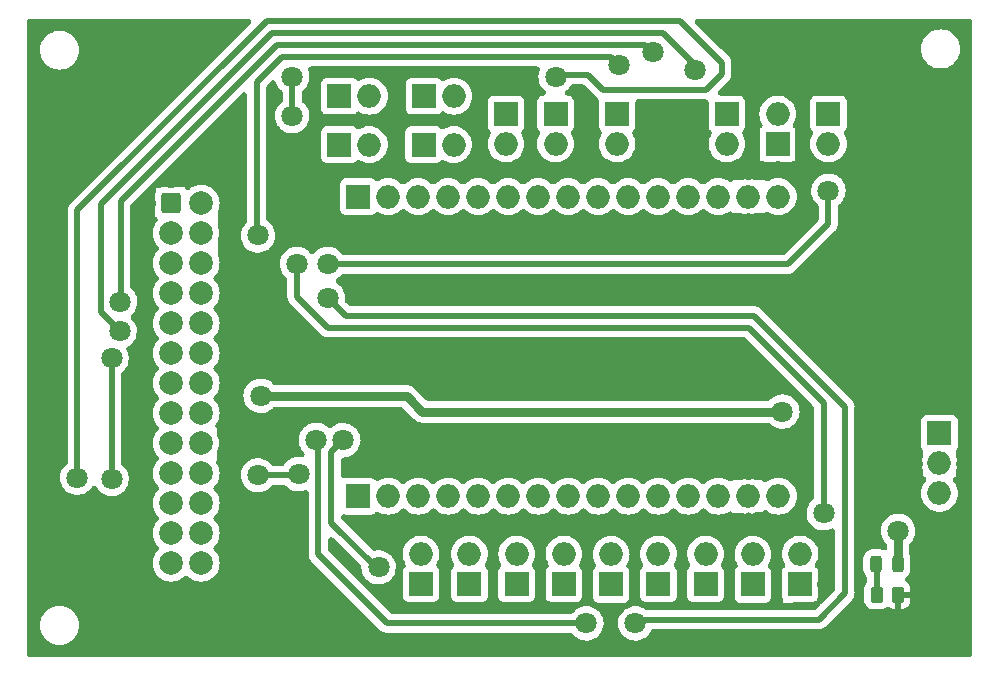
<source format=gbr>
%TF.GenerationSoftware,KiCad,Pcbnew,(6.0.6)*%
%TF.CreationDate,2022-08-29T19:16:38-03:00*%
%TF.ProjectId,Shield_Esp32,53686965-6c64-45f4-9573-7033322e6b69,rev?*%
%TF.SameCoordinates,Original*%
%TF.FileFunction,Copper,L1,Top*%
%TF.FilePolarity,Positive*%
%FSLAX46Y46*%
G04 Gerber Fmt 4.6, Leading zero omitted, Abs format (unit mm)*
G04 Created by KiCad (PCBNEW (6.0.6)) date 2022-08-29 19:16:38*
%MOMM*%
%LPD*%
G01*
G04 APERTURE LIST*
G04 Aperture macros list*
%AMRoundRect*
0 Rectangle with rounded corners*
0 $1 Rounding radius*
0 $2 $3 $4 $5 $6 $7 $8 $9 X,Y pos of 4 corners*
0 Add a 4 corners polygon primitive as box body*
4,1,4,$2,$3,$4,$5,$6,$7,$8,$9,$2,$3,0*
0 Add four circle primitives for the rounded corners*
1,1,$1+$1,$2,$3*
1,1,$1+$1,$4,$5*
1,1,$1+$1,$6,$7*
1,1,$1+$1,$8,$9*
0 Add four rect primitives between the rounded corners*
20,1,$1+$1,$2,$3,$4,$5,0*
20,1,$1+$1,$4,$5,$6,$7,0*
20,1,$1+$1,$6,$7,$8,$9,0*
20,1,$1+$1,$8,$9,$2,$3,0*%
G04 Aperture macros list end*
%TA.AperFunction,ComponentPad*%
%ADD10R,2.000000X2.000000*%
%TD*%
%TA.AperFunction,ComponentPad*%
%ADD11O,2.000000X2.000000*%
%TD*%
%TA.AperFunction,SMDPad,CuDef*%
%ADD12RoundRect,0.243750X-0.243750X-0.456250X0.243750X-0.456250X0.243750X0.456250X-0.243750X0.456250X0*%
%TD*%
%TA.AperFunction,ComponentPad*%
%ADD13RoundRect,0.250000X-0.600000X-0.600000X0.600000X-0.600000X0.600000X0.600000X-0.600000X0.600000X0*%
%TD*%
%TA.AperFunction,ComponentPad*%
%ADD14C,2.000000*%
%TD*%
%TA.AperFunction,SMDPad,CuDef*%
%ADD15RoundRect,0.250000X-0.262500X-0.450000X0.262500X-0.450000X0.262500X0.450000X-0.262500X0.450000X0*%
%TD*%
%TA.AperFunction,ViaPad*%
%ADD16C,1.800000*%
%TD*%
%TA.AperFunction,Conductor*%
%ADD17C,0.762000*%
%TD*%
%TA.AperFunction,Conductor*%
%ADD18C,0.508000*%
%TD*%
G04 APERTURE END LIST*
D10*
%TO.P,J6,1,Pin_1*%
%TO.N,GND*%
X191000000Y-120500000D03*
D11*
%TO.P,J6,2,Pin_2*%
%TO.N,AMP1*%
X191000000Y-117960000D03*
%TD*%
D10*
%TO.P,J12,1,Pin_1*%
%TO.N,PWM1N*%
X152000000Y-83300000D03*
D11*
%TO.P,J12,2,Pin_2*%
%TO.N,D22*%
X154540000Y-83300000D03*
%TD*%
D10*
%TO.P,J10,1,Pin_1*%
%TO.N,TRIG0*%
X183000000Y-120500000D03*
D11*
%TO.P,J10,2,Pin_2*%
%TO.N,D12*%
X183000000Y-117960000D03*
%TD*%
D12*
%TO.P,D3,1,K*%
%TO.N,Net-(D3-Pad1)*%
X197400000Y-118800000D03*
%TO.P,D3,2,A*%
%TO.N,+5V*%
X199275000Y-118800000D03*
%TD*%
D10*
%TO.P,J11,1,Pin_1*%
%TO.N,PWM1*%
X159150000Y-79200000D03*
D11*
%TO.P,J11,2,Pin_2*%
%TO.N,D21*%
X161690000Y-79200000D03*
%TD*%
D10*
%TO.P,J21,1,Pin_1*%
%TO.N,RXB*%
X152000000Y-79200000D03*
D11*
%TO.P,J21,2,Pin_2*%
%TO.N,TX0*%
X154540000Y-79200000D03*
%TD*%
D10*
%TO.P,J9,1,Pin_1*%
%TO.N,ECHO0*%
X187000000Y-120535000D03*
D11*
%TO.P,J9,2,Pin_2*%
%TO.N,D13*%
X187000000Y-117995000D03*
%TD*%
D10*
%TO.P,J17,1,Pin_1*%
%TO.N,R_TCRT*%
X171000000Y-120500000D03*
D11*
%TO.P,J17,2,Pin_2*%
%TO.N,D26*%
X171000000Y-117960000D03*
%TD*%
D10*
%TO.P,J13,1,Pin_1*%
%TO.N,PWM2*%
X170300000Y-80700000D03*
D11*
%TO.P,J13,2,Pin_2*%
%TO.N,D18*%
X170300000Y-83240000D03*
%TD*%
D10*
%TO.P,J1,1,Pin_1*%
%TO.N,ADC0*%
X158900000Y-120500000D03*
D11*
%TO.P,J1,2,Pin_2*%
%TO.N,D32*%
X158900000Y-117960000D03*
%TD*%
D10*
%TO.P,J22,1,Pin_1*%
%TO.N,TXB*%
X159125000Y-83300000D03*
D11*
%TO.P,J22,2,Pin_2*%
%TO.N,RX0*%
X161665000Y-83300000D03*
%TD*%
D10*
%TO.P,J19,1,Pin_1*%
%TO.N,ENC0*%
X184800000Y-80700000D03*
D11*
%TO.P,J19,2,Pin_2*%
%TO.N,Net-(J19-Pad2)*%
X184800000Y-83240000D03*
%TD*%
D10*
%TO.P,J23,1,Pin_1*%
%TO.N,ADC2*%
X193400000Y-80700000D03*
D11*
%TO.P,J23,2,Pin_2*%
%TO.N,ADC3*%
X193400000Y-83240000D03*
%TD*%
D10*
%TO.P,J18,1,Pin_1*%
%TO.N,L_TCRT*%
X167000000Y-120500000D03*
D11*
%TO.P,J18,2,Pin_2*%
%TO.N,D25*%
X167000000Y-117960000D03*
%TD*%
D10*
%TO.P,J7,1,Pin_1*%
%TO.N,GND*%
X189100000Y-83240000D03*
D11*
%TO.P,J7,2,Pin_2*%
%TO.N,AMP2*%
X189100000Y-80700000D03*
%TD*%
D10*
%TO.P,J4,1,Pin_1*%
%TO.N,unconnected-(J4-Pad1)*%
X153600000Y-113075000D03*
D11*
%TO.P,J4,2,Pin_2*%
%TO.N,unconnected-(J4-Pad2)*%
X156140000Y-113075000D03*
%TO.P,J4,3,Pin_3*%
%TO.N,unconnected-(J4-Pad3)*%
X158680000Y-113075000D03*
%TO.P,J4,4,Pin_4*%
%TO.N,unconnected-(J4-Pad4)*%
X161220000Y-113075000D03*
%TO.P,J4,5,Pin_5*%
%TO.N,unconnected-(J4-Pad5)*%
X163760000Y-113075000D03*
%TO.P,J4,6,Pin_6*%
%TO.N,D32*%
X166300000Y-113075000D03*
%TO.P,J4,7,Pin_7*%
%TO.N,D33*%
X168840000Y-113075000D03*
%TO.P,J4,8,Pin_8*%
%TO.N,D25*%
X171380000Y-113075000D03*
%TO.P,J4,9,Pin_9*%
%TO.N,D26*%
X173920000Y-113075000D03*
%TO.P,J4,10,Pin_10*%
%TO.N,D27*%
X176460000Y-113075000D03*
%TO.P,J4,11,Pin_11*%
%TO.N,D14*%
X179000000Y-113075000D03*
%TO.P,J4,12,Pin_12*%
%TO.N,D12*%
X181540000Y-113075000D03*
%TO.P,J4,13,Pin_13*%
%TO.N,D13*%
X184080000Y-113075000D03*
%TO.P,J4,14,Pin_14*%
%TO.N,GND*%
X186620000Y-113075000D03*
%TO.P,J4,15,Pin_15*%
%TO.N,+5V*%
X189160000Y-113075000D03*
%TD*%
D13*
%TO.P,J3,1,Pin_1*%
%TO.N,GND*%
X137747500Y-88260000D03*
D14*
%TO.P,J3,2,Pin_2*%
%TO.N,ENC0*%
X140287500Y-88260000D03*
%TO.P,J3,3,Pin_3*%
%TO.N,AMP1*%
X137747500Y-90800000D03*
%TO.P,J3,4,Pin_4*%
%TO.N,GND*%
X140287500Y-90800000D03*
%TO.P,J3,5,Pin_5*%
%TO.N,ADC3*%
X137747500Y-93340000D03*
%TO.P,J3,6,Pin_6*%
%TO.N,ECHO1*%
X140287500Y-93340000D03*
%TO.P,J3,7,Pin_7*%
%TO.N,ADC0*%
X137747500Y-95880000D03*
%TO.P,J3,8,Pin_8*%
%TO.N,TRIG1*%
X140287500Y-95880000D03*
%TO.P,J3,9,Pin_9*%
%TO.N,ADC1*%
X137747500Y-98420000D03*
%TO.P,J3,10,Pin_10*%
%TO.N,unconnected-(J3-Pad10)*%
X140287500Y-98420000D03*
%TO.P,J3,11,Pin_11*%
%TO.N,ADC2*%
X137747500Y-100960000D03*
%TO.P,J3,12,Pin_12*%
%TO.N,R_TCRT*%
X140287500Y-100960000D03*
%TO.P,J3,13,Pin_13*%
%TO.N,AMP2*%
X137747500Y-103500000D03*
%TO.P,J3,14,Pin_14*%
%TO.N,L_TCRT*%
X140287500Y-103500000D03*
%TO.P,J3,15,Pin_15*%
%TO.N,+5VP*%
X137747500Y-106040000D03*
%TO.P,J3,16,Pin_16*%
X140287500Y-106040000D03*
%TO.P,J3,17,Pin_17*%
%TO.N,TXB*%
X137747500Y-108580000D03*
%TO.P,J3,18,Pin_18*%
%TO.N,GND*%
X140287500Y-108580000D03*
%TO.P,J3,19,Pin_19*%
%TO.N,RXB*%
X137747500Y-111120000D03*
%TO.P,J3,20,Pin_20*%
%TO.N,TRIG0*%
X140287500Y-111120000D03*
%TO.P,J3,21,Pin_21*%
%TO.N,PWM1*%
X137747500Y-113660000D03*
%TO.P,J3,22,Pin_22*%
%TO.N,ECHO0*%
X140287500Y-113660000D03*
%TO.P,J3,23,Pin_23*%
%TO.N,PWM1N*%
X137747500Y-116200000D03*
%TO.P,J3,24,Pin_24*%
%TO.N,ENC1*%
X140287500Y-116200000D03*
%TO.P,J3,25,Pin_25*%
%TO.N,PWM2*%
X137747500Y-118740000D03*
%TO.P,J3,26,Pin_26*%
%TO.N,PWM2N*%
X140287500Y-118740000D03*
%TD*%
D10*
%TO.P,J15,1,Pin_1*%
%TO.N,ECHO1*%
X179000000Y-120500000D03*
D11*
%TO.P,J15,2,Pin_2*%
%TO.N,D14*%
X179000000Y-117960000D03*
%TD*%
D10*
%TO.P,J2,1,Pin_1*%
%TO.N,ADC1*%
X163000000Y-120500000D03*
D11*
%TO.P,J2,2,Pin_2*%
%TO.N,D33*%
X163000000Y-117960000D03*
%TD*%
D10*
%TO.P,J5,1,Pin_1*%
%TO.N,unconnected-(J5-Pad1)*%
X153600000Y-87700000D03*
D11*
%TO.P,J5,2,Pin_2*%
%TO.N,D22*%
X156140000Y-87700000D03*
%TO.P,J5,3,Pin_3*%
%TO.N,TX0*%
X158680000Y-87700000D03*
%TO.P,J5,4,Pin_4*%
%TO.N,RX0*%
X161220000Y-87700000D03*
%TO.P,J5,5,Pin_5*%
%TO.N,D21*%
X163760000Y-87700000D03*
%TO.P,J5,6,Pin_6*%
%TO.N,D19*%
X166300000Y-87700000D03*
%TO.P,J5,7,Pin_7*%
%TO.N,D18*%
X168840000Y-87700000D03*
%TO.P,J5,8,Pin_8*%
%TO.N,unconnected-(J5-Pad8)*%
X171380000Y-87700000D03*
%TO.P,J5,9,Pin_9*%
%TO.N,unconnected-(J5-Pad9)*%
X173920000Y-87700000D03*
%TO.P,J5,10,Pin_10*%
%TO.N,unconnected-(J5-Pad10)*%
X176460000Y-87700000D03*
%TO.P,J5,11,Pin_11*%
%TO.N,D4*%
X179000000Y-87700000D03*
%TO.P,J5,12,Pin_12*%
%TO.N,D2*%
X181540000Y-87700000D03*
%TO.P,J5,13,Pin_13*%
%TO.N,unconnected-(J5-Pad13)*%
X184080000Y-87700000D03*
%TO.P,J5,14,Pin_14*%
%TO.N,GND*%
X186620000Y-87700000D03*
%TO.P,J5,15,Pin_15*%
%TO.N,+3.3V*%
X189160000Y-87700000D03*
%TD*%
D15*
%TO.P,R1,1*%
%TO.N,Net-(D3-Pad1)*%
X197487500Y-121400000D03*
%TO.P,R1,2*%
%TO.N,GND*%
X199312500Y-121400000D03*
%TD*%
D10*
%TO.P,J14,1,Pin_1*%
%TO.N,PWM2N*%
X166100000Y-80700000D03*
D11*
%TO.P,J14,2,Pin_2*%
%TO.N,D19*%
X166100000Y-83240000D03*
%TD*%
D10*
%TO.P,J16,1,Pin_1*%
%TO.N,TRIG1*%
X175000000Y-120535000D03*
D11*
%TO.P,J16,2,Pin_2*%
%TO.N,D27*%
X175000000Y-117995000D03*
%TD*%
D10*
%TO.P,J20,1,Pin_1*%
%TO.N,ENC1*%
X175500000Y-80700000D03*
D11*
%TO.P,J20,2,Pin_2*%
%TO.N,Net-(J20-Pad2)*%
X175500000Y-83240000D03*
%TD*%
D10*
%TO.P,J8,1,Pin_1*%
%TO.N,+3.3V*%
X202800000Y-107760000D03*
D11*
%TO.P,J8,2,Pin_2*%
%TO.N,GND*%
X202800000Y-110300000D03*
%TO.P,J8,3,Pin_3*%
%TO.N,+5V*%
X202800000Y-112840000D03*
%TD*%
D16*
%TO.N,+5V*%
X199300000Y-116000000D03*
%TO.N,GND*%
X145600000Y-93800000D03*
X200900000Y-83900000D03*
X172000000Y-95600000D03*
X165600000Y-103700000D03*
X145275142Y-107075142D03*
X194650000Y-97950000D03*
X161800000Y-91600000D03*
X158050000Y-109425000D03*
%TO.N,+5VP*%
X189500000Y-105900000D03*
X145322500Y-104561500D03*
%TO.N,ADC2*%
X133440500Y-96600000D03*
X178546592Y-75494900D03*
%TO.N,ADC3*%
X193400000Y-87200000D03*
X151000000Y-93400000D03*
%TO.N,ADC0*%
X152325142Y-108325142D03*
X155311698Y-119088302D03*
%TO.N,ENC0*%
X145100232Y-90994675D03*
X175625000Y-76538500D03*
%TO.N,AMP1*%
X148400000Y-93400000D03*
X193000000Y-114500000D03*
%TO.N,ECHO1*%
X177049892Y-123838500D03*
X151038500Y-96300000D03*
%TO.N,TRIG1*%
X150000000Y-108300000D03*
X172900000Y-123838500D03*
%TO.N,AMP2*%
X182125000Y-77011500D03*
X133388200Y-99101974D03*
%TO.N,L_TCRT*%
X148538500Y-111200000D03*
X145100000Y-111300000D03*
%TO.N,TXB*%
X148000000Y-77561000D03*
X148000000Y-80884500D03*
%TO.N,PWM1N*%
X132700000Y-111600000D03*
X132700000Y-101400000D03*
%TO.N,PWM2*%
X129800000Y-111500000D03*
X170300000Y-77561500D03*
%TD*%
D17*
%TO.N,+5V*%
X199300000Y-116000000D02*
X199300000Y-118362500D01*
D18*
%TO.N,Net-(D3-Pad1)*%
X197475000Y-118875000D02*
X197400000Y-118800000D01*
X197475000Y-120900000D02*
X197475000Y-118875000D01*
D17*
%TO.N,+5VP*%
X159000000Y-105900000D02*
X157700000Y-104600000D01*
X145361000Y-104600000D02*
X145322500Y-104561500D01*
X157700000Y-104600000D02*
X145361000Y-104600000D01*
X189500000Y-105900000D02*
X159000000Y-105900000D01*
D18*
%TO.N,ADC2*%
X133471500Y-88056200D02*
X146678300Y-74849400D01*
X146678300Y-74849400D02*
X177901092Y-74849400D01*
X177901092Y-74849400D02*
X178546592Y-75494900D01*
X133471500Y-96569000D02*
X133471500Y-88056200D01*
X133440500Y-96600000D02*
X133471500Y-96569000D01*
%TO.N,ADC3*%
X189960300Y-93439700D02*
X193379089Y-90020911D01*
X193379089Y-90020911D02*
X193379089Y-87220911D01*
X193379089Y-87220911D02*
X193400000Y-87200000D01*
X151039700Y-93439700D02*
X189960300Y-93439700D01*
X151000000Y-93400000D02*
X151039700Y-93439700D01*
%TO.N,ADC0*%
X155088302Y-119088302D02*
X151300000Y-115300000D01*
X151300000Y-109350284D02*
X152325142Y-108325142D01*
X151300000Y-115300000D02*
X151300000Y-109350284D01*
X155311698Y-119088302D02*
X155088302Y-119088302D01*
%TO.N,ENC0*%
X175625000Y-76538500D02*
X174951900Y-75865400D01*
X147099140Y-75865400D02*
X145000000Y-77964540D01*
X174951900Y-75865400D02*
X147099140Y-75865400D01*
X145000000Y-77964540D02*
X145000000Y-90894443D01*
X145000000Y-90894443D02*
X145100232Y-90994675D01*
%TO.N,AMP1*%
X193000000Y-105136840D02*
X193000000Y-114500000D01*
X186663160Y-98800000D02*
X193000000Y-105136840D01*
X148400000Y-96204600D02*
X150995400Y-98800000D01*
X150995400Y-98800000D02*
X186663160Y-98800000D01*
X148400000Y-93400000D02*
X148400000Y-96204600D01*
%TO.N,ECHO1*%
X192571300Y-123528700D02*
X177359692Y-123528700D01*
X187084000Y-97784000D02*
X194800000Y-105500000D01*
X194800000Y-105500000D02*
X194800000Y-121300000D01*
X151038500Y-96300000D02*
X152522500Y-97784000D01*
X177359692Y-123528700D02*
X177049892Y-123838500D01*
X194800000Y-121300000D02*
X192571300Y-123528700D01*
X152522500Y-97784000D02*
X187084000Y-97784000D01*
%TO.N,TRIG1*%
X150200000Y-118000000D02*
X156014400Y-123814400D01*
X150000000Y-108300000D02*
X150200000Y-108500000D01*
X150200000Y-108500000D02*
X150200000Y-118000000D01*
X172875900Y-123814400D02*
X172900000Y-123838500D01*
X156014400Y-123814400D02*
X172875900Y-123814400D01*
%TO.N,AMP2*%
X182125000Y-76582100D02*
X179376300Y-73833400D01*
X182125000Y-77011500D02*
X182125000Y-76582100D01*
X179376300Y-73833400D02*
X146252200Y-73833400D01*
X146252200Y-73833400D02*
X131779000Y-88306600D01*
X131779000Y-97492774D02*
X133388200Y-99101974D01*
X131779000Y-88306600D02*
X131779000Y-97492774D01*
%TO.N,L_TCRT*%
X148438500Y-111300000D02*
X148538500Y-111200000D01*
X145100000Y-111300000D02*
X148438500Y-111300000D01*
%TO.N,TXB*%
X148000000Y-77561000D02*
X148000000Y-80884500D01*
%TO.N,PWM1N*%
X132700000Y-101400000D02*
X132700000Y-111600000D01*
%TO.N,PWM2*%
X173025000Y-77400000D02*
X174275000Y-78650000D01*
X184362000Y-77345523D02*
X184362000Y-76362000D01*
X180817400Y-72817400D02*
X145831360Y-72817400D01*
X145831360Y-72817400D02*
X129800000Y-88848760D01*
X170300000Y-77561500D02*
X170461500Y-77400000D01*
X174275000Y-78650000D02*
X181413077Y-78650000D01*
X181436577Y-78673500D02*
X183034023Y-78673500D01*
X129800000Y-88848760D02*
X129800000Y-111500000D01*
X170461500Y-77400000D02*
X173025000Y-77400000D01*
X184362000Y-76362000D02*
X180817400Y-72817400D01*
X183034023Y-78673500D02*
X184362000Y-77345523D01*
X181413077Y-78650000D02*
X181436577Y-78673500D01*
%TD*%
%TA.AperFunction,Conductor*%
%TO.N,GND*%
G36*
X144371549Y-72644758D02*
G01*
X144453628Y-72699602D01*
X144508472Y-72781681D01*
X144527730Y-72878500D01*
X144508472Y-72975319D01*
X144453628Y-73057398D01*
X136837339Y-80673686D01*
X129238127Y-88272898D01*
X129236244Y-88274762D01*
X129185768Y-88324192D01*
X129172612Y-88337075D01*
X129152744Y-88367904D01*
X129137809Y-88388687D01*
X129123752Y-88406295D01*
X129123750Y-88406298D01*
X129114929Y-88417348D01*
X129108776Y-88430076D01*
X129108773Y-88430081D01*
X129103800Y-88440369D01*
X129088681Y-88467310D01*
X129074840Y-88488787D01*
X129070003Y-88502078D01*
X129070002Y-88502079D01*
X129062293Y-88523259D01*
X129052338Y-88546827D01*
X129036376Y-88579846D01*
X129033194Y-88593630D01*
X129030628Y-88604744D01*
X129021856Y-88634358D01*
X129013109Y-88658391D01*
X129011336Y-88672430D01*
X129008514Y-88694767D01*
X129004024Y-88719974D01*
X128999259Y-88740612D01*
X128995774Y-88755708D01*
X128995725Y-88769852D01*
X128995632Y-88796540D01*
X128995623Y-88796810D01*
X128995500Y-88797782D01*
X128995500Y-88833896D01*
X128995498Y-88834779D01*
X128995144Y-88936195D01*
X128995444Y-88937538D01*
X128995500Y-88938572D01*
X128995500Y-110163684D01*
X128976242Y-110260503D01*
X128921398Y-110342582D01*
X128894419Y-110365994D01*
X128833675Y-110411602D01*
X128668887Y-110584042D01*
X128534475Y-110781082D01*
X128434051Y-110997428D01*
X128370309Y-111227272D01*
X128369205Y-111237604D01*
X128349792Y-111419258D01*
X128344963Y-111464440D01*
X128358694Y-111702562D01*
X128411131Y-111935245D01*
X128500867Y-112156239D01*
X128506288Y-112165086D01*
X128506291Y-112165091D01*
X128558093Y-112249623D01*
X128625493Y-112359609D01*
X128632289Y-112367454D01*
X128632290Y-112367456D01*
X128651818Y-112390000D01*
X128781660Y-112539894D01*
X128965176Y-112692252D01*
X129171112Y-112812591D01*
X129393937Y-112897680D01*
X129485427Y-112916294D01*
X129617496Y-112943164D01*
X129617497Y-112943164D01*
X129627666Y-112945233D01*
X129866025Y-112953973D01*
X129876327Y-112952653D01*
X129876332Y-112952653D01*
X130092308Y-112924985D01*
X130092312Y-112924984D01*
X130102609Y-112923665D01*
X130331068Y-112855125D01*
X130545264Y-112750191D01*
X130555116Y-112743164D01*
X130730994Y-112617711D01*
X130739445Y-112611683D01*
X130844141Y-112507352D01*
X130901039Y-112450653D01*
X130901043Y-112450649D01*
X130908397Y-112443320D01*
X130962911Y-112367456D01*
X131013860Y-112296553D01*
X131085997Y-112229166D01*
X131178431Y-112194514D01*
X131277090Y-112197874D01*
X131366953Y-112238732D01*
X131435035Y-112311996D01*
X131525493Y-112459609D01*
X131532289Y-112467454D01*
X131532290Y-112467456D01*
X131549063Y-112486819D01*
X131681660Y-112639894D01*
X131865176Y-112792252D01*
X131874142Y-112797491D01*
X131874143Y-112797492D01*
X131899982Y-112812591D01*
X132071112Y-112912591D01*
X132293937Y-112997680D01*
X132406985Y-113020680D01*
X132517496Y-113043164D01*
X132517497Y-113043164D01*
X132527666Y-113045233D01*
X132766025Y-113053973D01*
X132776327Y-113052653D01*
X132776332Y-113052653D01*
X132992308Y-113024985D01*
X132992312Y-113024984D01*
X133002609Y-113023665D01*
X133231068Y-112955125D01*
X133445264Y-112850191D01*
X133457292Y-112841612D01*
X133630994Y-112717711D01*
X133639445Y-112711683D01*
X133744884Y-112606612D01*
X133801039Y-112550653D01*
X133801043Y-112550649D01*
X133808397Y-112543320D01*
X133814454Y-112534890D01*
X133814458Y-112534886D01*
X133941523Y-112358055D01*
X133947582Y-112349623D01*
X134053263Y-112135795D01*
X134102043Y-111975241D01*
X134119581Y-111917515D01*
X134119582Y-111917511D01*
X134122600Y-111907577D01*
X134153733Y-111671099D01*
X134154176Y-111653000D01*
X134154838Y-111625898D01*
X134155471Y-111600000D01*
X134153970Y-111581741D01*
X134136778Y-111372631D01*
X134136777Y-111372627D01*
X134135927Y-111362284D01*
X134077821Y-111130952D01*
X133982712Y-110912216D01*
X133908598Y-110797653D01*
X133858794Y-110720667D01*
X133858792Y-110720664D01*
X133853155Y-110711951D01*
X133787128Y-110639388D01*
X133744577Y-110592626D01*
X133692629Y-110535536D01*
X133600693Y-110462929D01*
X133536651Y-110387813D01*
X133506228Y-110293902D01*
X133504500Y-110264384D01*
X133504500Y-102738242D01*
X133523758Y-102641423D01*
X133578602Y-102559344D01*
X133610581Y-102532272D01*
X133630991Y-102517713D01*
X133639445Y-102511683D01*
X133752242Y-102399279D01*
X133801039Y-102350653D01*
X133801043Y-102350649D01*
X133808397Y-102343320D01*
X133814454Y-102334890D01*
X133814458Y-102334886D01*
X133941523Y-102158055D01*
X133947582Y-102149623D01*
X134053263Y-101935795D01*
X134069687Y-101881739D01*
X134119581Y-101717515D01*
X134119582Y-101717511D01*
X134122600Y-101707577D01*
X134153733Y-101471099D01*
X134155471Y-101400000D01*
X134153400Y-101374805D01*
X134136778Y-101172631D01*
X134136777Y-101172627D01*
X134135927Y-101162284D01*
X134077821Y-100930952D01*
X133982712Y-100712216D01*
X133982883Y-100712142D01*
X133955654Y-100622800D01*
X133965201Y-100524547D01*
X134011621Y-100437427D01*
X134096096Y-100370472D01*
X134124136Y-100356735D01*
X134124138Y-100356734D01*
X134133464Y-100352165D01*
X134179813Y-100319105D01*
X134319194Y-100219685D01*
X134327645Y-100213657D01*
X134420842Y-100120785D01*
X134489239Y-100052627D01*
X134489243Y-100052623D01*
X134496597Y-100045294D01*
X134502654Y-100036864D01*
X134502658Y-100036860D01*
X134629723Y-99860029D01*
X134635782Y-99851597D01*
X134741463Y-99637769D01*
X134751571Y-99604502D01*
X134807781Y-99419489D01*
X134807782Y-99419485D01*
X134810800Y-99409551D01*
X134841933Y-99173073D01*
X134843671Y-99101974D01*
X134841600Y-99076779D01*
X134824978Y-98874605D01*
X134824977Y-98874601D01*
X134824127Y-98864258D01*
X134766021Y-98632926D01*
X134670912Y-98414190D01*
X134541355Y-98213925D01*
X134459274Y-98123719D01*
X134387636Y-98044991D01*
X134336719Y-97960419D01*
X134322043Y-97862801D01*
X134345840Y-97766996D01*
X134396175Y-97695510D01*
X134548897Y-97543320D01*
X134554954Y-97534890D01*
X134554958Y-97534886D01*
X134682023Y-97358055D01*
X134688082Y-97349623D01*
X134793763Y-97135795D01*
X134798013Y-97121809D01*
X134860081Y-96917515D01*
X134860082Y-96917511D01*
X134863100Y-96907577D01*
X134894233Y-96671099D01*
X134895971Y-96600000D01*
X134892223Y-96554413D01*
X134877278Y-96372631D01*
X134877277Y-96372627D01*
X134876427Y-96362284D01*
X134860783Y-96300000D01*
X134820849Y-96141018D01*
X134818321Y-96130952D01*
X134723212Y-95912216D01*
X134677152Y-95841018D01*
X134599294Y-95720667D01*
X134599292Y-95720664D01*
X134593655Y-95711951D01*
X134433129Y-95535536D01*
X134372196Y-95487414D01*
X134308151Y-95412294D01*
X134277728Y-95318384D01*
X134276000Y-95288866D01*
X134276000Y-88494231D01*
X134295258Y-88397412D01*
X134350102Y-88315333D01*
X143763602Y-78901833D01*
X143845681Y-78846989D01*
X143942500Y-78827731D01*
X144039319Y-78846989D01*
X144121398Y-78901833D01*
X144176242Y-78983912D01*
X144195500Y-79080731D01*
X144195500Y-89740375D01*
X144176242Y-89837194D01*
X144125411Y-89915168D01*
X143969119Y-90078717D01*
X143834707Y-90275757D01*
X143734283Y-90492103D01*
X143731508Y-90502109D01*
X143731507Y-90502112D01*
X143719051Y-90547027D01*
X143670541Y-90721947D01*
X143645195Y-90959115D01*
X143658926Y-91197237D01*
X143711363Y-91429920D01*
X143801099Y-91650914D01*
X143806520Y-91659761D01*
X143806523Y-91659766D01*
X143839868Y-91714179D01*
X143925725Y-91854284D01*
X144081892Y-92034569D01*
X144265408Y-92186927D01*
X144471344Y-92307266D01*
X144694169Y-92392355D01*
X144807217Y-92415355D01*
X144917728Y-92437839D01*
X144917729Y-92437839D01*
X144927898Y-92439908D01*
X145166257Y-92448648D01*
X145176559Y-92447328D01*
X145176564Y-92447328D01*
X145392540Y-92419660D01*
X145392544Y-92419659D01*
X145402841Y-92418340D01*
X145631300Y-92349800D01*
X145845496Y-92244866D01*
X145919378Y-92192167D01*
X146031226Y-92112386D01*
X146039677Y-92106358D01*
X146155444Y-91990995D01*
X146201271Y-91945328D01*
X146201275Y-91945324D01*
X146208629Y-91937995D01*
X146214686Y-91929565D01*
X146214690Y-91929561D01*
X146341755Y-91752730D01*
X146347814Y-91744298D01*
X146453495Y-91530470D01*
X146460903Y-91506089D01*
X146519813Y-91312190D01*
X146519814Y-91312186D01*
X146522832Y-91302252D01*
X146553965Y-91065774D01*
X146555703Y-90994675D01*
X146553632Y-90969480D01*
X146537010Y-90767306D01*
X146537009Y-90767302D01*
X146536159Y-90756959D01*
X146478053Y-90525627D01*
X146382944Y-90306891D01*
X146329688Y-90224570D01*
X146259026Y-90115342D01*
X146259024Y-90115339D01*
X146253387Y-90106626D01*
X146241818Y-90093911D01*
X146099849Y-89937891D01*
X146092861Y-89930211D01*
X145905677Y-89782382D01*
X145906953Y-89780767D01*
X145847514Y-89721645D01*
X145809494Y-89630545D01*
X145804500Y-89580525D01*
X145804500Y-88742772D01*
X152049500Y-88742772D01*
X152060364Y-88832547D01*
X152115887Y-88972783D01*
X152126312Y-88986517D01*
X152126314Y-88986521D01*
X152195593Y-89077791D01*
X152207078Y-89092922D01*
X152220815Y-89103349D01*
X152313479Y-89173686D01*
X152313483Y-89173688D01*
X152327217Y-89184113D01*
X152467453Y-89239636D01*
X152521450Y-89246170D01*
X152549664Y-89249585D01*
X152549670Y-89249585D01*
X152557228Y-89250500D01*
X154642772Y-89250500D01*
X154650330Y-89249585D01*
X154650336Y-89249585D01*
X154678550Y-89246170D01*
X154732547Y-89239636D01*
X154872783Y-89184113D01*
X154886517Y-89173688D01*
X154886521Y-89173686D01*
X154979185Y-89103349D01*
X154992922Y-89092922D01*
X155003349Y-89079185D01*
X155015546Y-89066988D01*
X155017465Y-89068907D01*
X155072046Y-89020533D01*
X155165356Y-88988313D01*
X155263892Y-88994253D01*
X155331884Y-89023254D01*
X155433911Y-89085777D01*
X155468249Y-89100000D01*
X155650206Y-89175369D01*
X155650209Y-89175370D01*
X155659388Y-89179172D01*
X155669054Y-89181493D01*
X155669055Y-89181493D01*
X155679968Y-89184113D01*
X155896698Y-89236146D01*
X156140000Y-89255294D01*
X156383302Y-89236146D01*
X156600032Y-89184113D01*
X156610945Y-89181493D01*
X156610946Y-89181493D01*
X156620612Y-89179172D01*
X156629791Y-89175370D01*
X156629794Y-89175369D01*
X156811751Y-89100000D01*
X156846089Y-89085777D01*
X157054179Y-88958259D01*
X157239759Y-88799759D01*
X157240721Y-88800886D01*
X157313181Y-88752469D01*
X157410000Y-88733211D01*
X157506819Y-88752469D01*
X157579279Y-88800886D01*
X157580241Y-88799759D01*
X157765821Y-88958259D01*
X157973911Y-89085777D01*
X158008249Y-89100000D01*
X158190206Y-89175369D01*
X158190209Y-89175370D01*
X158199388Y-89179172D01*
X158209054Y-89181493D01*
X158209055Y-89181493D01*
X158219968Y-89184113D01*
X158436698Y-89236146D01*
X158680000Y-89255294D01*
X158923302Y-89236146D01*
X159140032Y-89184113D01*
X159150945Y-89181493D01*
X159150946Y-89181493D01*
X159160612Y-89179172D01*
X159169791Y-89175370D01*
X159169794Y-89175369D01*
X159351751Y-89100000D01*
X159386089Y-89085777D01*
X159594179Y-88958259D01*
X159779759Y-88799759D01*
X159780721Y-88800886D01*
X159853181Y-88752469D01*
X159950000Y-88733211D01*
X160046819Y-88752469D01*
X160119279Y-88800886D01*
X160120241Y-88799759D01*
X160305821Y-88958259D01*
X160513911Y-89085777D01*
X160548249Y-89100000D01*
X160730206Y-89175369D01*
X160730209Y-89175370D01*
X160739388Y-89179172D01*
X160749054Y-89181493D01*
X160749055Y-89181493D01*
X160759968Y-89184113D01*
X160976698Y-89236146D01*
X161220000Y-89255294D01*
X161463302Y-89236146D01*
X161680032Y-89184113D01*
X161690945Y-89181493D01*
X161690946Y-89181493D01*
X161700612Y-89179172D01*
X161709791Y-89175370D01*
X161709794Y-89175369D01*
X161891751Y-89100000D01*
X161926089Y-89085777D01*
X162134179Y-88958259D01*
X162319759Y-88799759D01*
X162320721Y-88800886D01*
X162393181Y-88752469D01*
X162490000Y-88733211D01*
X162586819Y-88752469D01*
X162659279Y-88800886D01*
X162660241Y-88799759D01*
X162845821Y-88958259D01*
X163053911Y-89085777D01*
X163088249Y-89100000D01*
X163270206Y-89175369D01*
X163270209Y-89175370D01*
X163279388Y-89179172D01*
X163289054Y-89181493D01*
X163289055Y-89181493D01*
X163299968Y-89184113D01*
X163516698Y-89236146D01*
X163760000Y-89255294D01*
X164003302Y-89236146D01*
X164220032Y-89184113D01*
X164230945Y-89181493D01*
X164230946Y-89181493D01*
X164240612Y-89179172D01*
X164249791Y-89175370D01*
X164249794Y-89175369D01*
X164431751Y-89100000D01*
X164466089Y-89085777D01*
X164674179Y-88958259D01*
X164859759Y-88799759D01*
X164860721Y-88800886D01*
X164933181Y-88752469D01*
X165030000Y-88733211D01*
X165126819Y-88752469D01*
X165199279Y-88800886D01*
X165200241Y-88799759D01*
X165385821Y-88958259D01*
X165593911Y-89085777D01*
X165628249Y-89100000D01*
X165810206Y-89175369D01*
X165810209Y-89175370D01*
X165819388Y-89179172D01*
X165829054Y-89181493D01*
X165829055Y-89181493D01*
X165839968Y-89184113D01*
X166056698Y-89236146D01*
X166300000Y-89255294D01*
X166543302Y-89236146D01*
X166760032Y-89184113D01*
X166770945Y-89181493D01*
X166770946Y-89181493D01*
X166780612Y-89179172D01*
X166789791Y-89175370D01*
X166789794Y-89175369D01*
X166971751Y-89100000D01*
X167006089Y-89085777D01*
X167214179Y-88958259D01*
X167399759Y-88799759D01*
X167400721Y-88800886D01*
X167473181Y-88752469D01*
X167570000Y-88733211D01*
X167666819Y-88752469D01*
X167739279Y-88800886D01*
X167740241Y-88799759D01*
X167925821Y-88958259D01*
X168133911Y-89085777D01*
X168168249Y-89100000D01*
X168350206Y-89175369D01*
X168350209Y-89175370D01*
X168359388Y-89179172D01*
X168369054Y-89181493D01*
X168369055Y-89181493D01*
X168379968Y-89184113D01*
X168596698Y-89236146D01*
X168840000Y-89255294D01*
X169083302Y-89236146D01*
X169300032Y-89184113D01*
X169310945Y-89181493D01*
X169310946Y-89181493D01*
X169320612Y-89179172D01*
X169329791Y-89175370D01*
X169329794Y-89175369D01*
X169511751Y-89100000D01*
X169546089Y-89085777D01*
X169754179Y-88958259D01*
X169939759Y-88799759D01*
X169940721Y-88800886D01*
X170013181Y-88752469D01*
X170110000Y-88733211D01*
X170206819Y-88752469D01*
X170279279Y-88800886D01*
X170280241Y-88799759D01*
X170465821Y-88958259D01*
X170673911Y-89085777D01*
X170708249Y-89100000D01*
X170890206Y-89175369D01*
X170890209Y-89175370D01*
X170899388Y-89179172D01*
X170909054Y-89181493D01*
X170909055Y-89181493D01*
X170919968Y-89184113D01*
X171136698Y-89236146D01*
X171380000Y-89255294D01*
X171623302Y-89236146D01*
X171840032Y-89184113D01*
X171850945Y-89181493D01*
X171850946Y-89181493D01*
X171860612Y-89179172D01*
X171869791Y-89175370D01*
X171869794Y-89175369D01*
X172051751Y-89100000D01*
X172086089Y-89085777D01*
X172294179Y-88958259D01*
X172479759Y-88799759D01*
X172480721Y-88800886D01*
X172553181Y-88752469D01*
X172650000Y-88733211D01*
X172746819Y-88752469D01*
X172819279Y-88800886D01*
X172820241Y-88799759D01*
X173005821Y-88958259D01*
X173213911Y-89085777D01*
X173248249Y-89100000D01*
X173430206Y-89175369D01*
X173430209Y-89175370D01*
X173439388Y-89179172D01*
X173449054Y-89181493D01*
X173449055Y-89181493D01*
X173459968Y-89184113D01*
X173676698Y-89236146D01*
X173920000Y-89255294D01*
X174163302Y-89236146D01*
X174380032Y-89184113D01*
X174390945Y-89181493D01*
X174390946Y-89181493D01*
X174400612Y-89179172D01*
X174409791Y-89175370D01*
X174409794Y-89175369D01*
X174591751Y-89100000D01*
X174626089Y-89085777D01*
X174834179Y-88958259D01*
X175019759Y-88799759D01*
X175020721Y-88800886D01*
X175093181Y-88752469D01*
X175190000Y-88733211D01*
X175286819Y-88752469D01*
X175359279Y-88800886D01*
X175360241Y-88799759D01*
X175545821Y-88958259D01*
X175753911Y-89085777D01*
X175788249Y-89100000D01*
X175970206Y-89175369D01*
X175970209Y-89175370D01*
X175979388Y-89179172D01*
X175989054Y-89181493D01*
X175989055Y-89181493D01*
X175999968Y-89184113D01*
X176216698Y-89236146D01*
X176460000Y-89255294D01*
X176703302Y-89236146D01*
X176920032Y-89184113D01*
X176930945Y-89181493D01*
X176930946Y-89181493D01*
X176940612Y-89179172D01*
X176949791Y-89175370D01*
X176949794Y-89175369D01*
X177131751Y-89100000D01*
X177166089Y-89085777D01*
X177374179Y-88958259D01*
X177559759Y-88799759D01*
X177560721Y-88800886D01*
X177633181Y-88752469D01*
X177730000Y-88733211D01*
X177826819Y-88752469D01*
X177899279Y-88800886D01*
X177900241Y-88799759D01*
X178085821Y-88958259D01*
X178293911Y-89085777D01*
X178328249Y-89100000D01*
X178510206Y-89175369D01*
X178510209Y-89175370D01*
X178519388Y-89179172D01*
X178529054Y-89181493D01*
X178529055Y-89181493D01*
X178539968Y-89184113D01*
X178756698Y-89236146D01*
X179000000Y-89255294D01*
X179243302Y-89236146D01*
X179460032Y-89184113D01*
X179470945Y-89181493D01*
X179470946Y-89181493D01*
X179480612Y-89179172D01*
X179489791Y-89175370D01*
X179489794Y-89175369D01*
X179671751Y-89100000D01*
X179706089Y-89085777D01*
X179914179Y-88958259D01*
X180099759Y-88799759D01*
X180100721Y-88800886D01*
X180173181Y-88752469D01*
X180270000Y-88733211D01*
X180366819Y-88752469D01*
X180439279Y-88800886D01*
X180440241Y-88799759D01*
X180625821Y-88958259D01*
X180833911Y-89085777D01*
X180868249Y-89100000D01*
X181050206Y-89175369D01*
X181050209Y-89175370D01*
X181059388Y-89179172D01*
X181069054Y-89181493D01*
X181069055Y-89181493D01*
X181079968Y-89184113D01*
X181296698Y-89236146D01*
X181540000Y-89255294D01*
X181783302Y-89236146D01*
X182000032Y-89184113D01*
X182010945Y-89181493D01*
X182010946Y-89181493D01*
X182020612Y-89179172D01*
X182029791Y-89175370D01*
X182029794Y-89175369D01*
X182211751Y-89100000D01*
X182246089Y-89085777D01*
X182454179Y-88958259D01*
X182639759Y-88799759D01*
X182640721Y-88800886D01*
X182713181Y-88752469D01*
X182810000Y-88733211D01*
X182906819Y-88752469D01*
X182979279Y-88800886D01*
X182980241Y-88799759D01*
X183165821Y-88958259D01*
X183373911Y-89085777D01*
X183408249Y-89100000D01*
X183590206Y-89175369D01*
X183590209Y-89175370D01*
X183599388Y-89179172D01*
X183609054Y-89181493D01*
X183609055Y-89181493D01*
X183619968Y-89184113D01*
X183836698Y-89236146D01*
X184080000Y-89255294D01*
X184323302Y-89236146D01*
X184540032Y-89184113D01*
X184550945Y-89181493D01*
X184550946Y-89181493D01*
X184560612Y-89179172D01*
X184569791Y-89175370D01*
X184569794Y-89175369D01*
X184751751Y-89100000D01*
X184786089Y-89085777D01*
X184796846Y-89079185D01*
X184940701Y-88991031D01*
X185033315Y-88956864D01*
X185131955Y-88960740D01*
X185221603Y-89002068D01*
X185283254Y-89066189D01*
X185300000Y-89091251D01*
X185300000Y-89100000D01*
X186008979Y-89100000D01*
X186105797Y-89119258D01*
X186143378Y-89134824D01*
X186162228Y-89140949D01*
X186341768Y-89184053D01*
X186364179Y-89184934D01*
X186383346Y-89167216D01*
X186467516Y-89115637D01*
X186555082Y-89100000D01*
X186684565Y-89100000D01*
X186781384Y-89119258D01*
X186863463Y-89174102D01*
X186868701Y-89180484D01*
X186875896Y-89185292D01*
X186884056Y-89186915D01*
X186888510Y-89186388D01*
X187077772Y-89140949D01*
X187096622Y-89134824D01*
X187134203Y-89119258D01*
X187231021Y-89100000D01*
X188000000Y-89100000D01*
X188000000Y-89091591D01*
X188069120Y-89022472D01*
X188160322Y-88984696D01*
X188259037Y-88984697D01*
X188341870Y-89017118D01*
X188453911Y-89085777D01*
X188488249Y-89100000D01*
X188670206Y-89175369D01*
X188670209Y-89175370D01*
X188679388Y-89179172D01*
X188689054Y-89181493D01*
X188689055Y-89181493D01*
X188699968Y-89184113D01*
X188916698Y-89236146D01*
X189160000Y-89255294D01*
X189403302Y-89236146D01*
X189620032Y-89184113D01*
X189630945Y-89181493D01*
X189630946Y-89181493D01*
X189640612Y-89179172D01*
X189649791Y-89175370D01*
X189649794Y-89175369D01*
X189831751Y-89100000D01*
X189866089Y-89085777D01*
X190074179Y-88958259D01*
X190259759Y-88799759D01*
X190418259Y-88614179D01*
X190531075Y-88430081D01*
X190540580Y-88414570D01*
X190540581Y-88414568D01*
X190545777Y-88406089D01*
X190639172Y-88180612D01*
X190696146Y-87943302D01*
X190715294Y-87700000D01*
X190696146Y-87456698D01*
X190639172Y-87219388D01*
X190633933Y-87206738D01*
X190559782Y-87027723D01*
X190545777Y-86993911D01*
X190520228Y-86952218D01*
X190472432Y-86874223D01*
X190418259Y-86785821D01*
X190259759Y-86600241D01*
X190074179Y-86441741D01*
X189866089Y-86314223D01*
X189669477Y-86232784D01*
X189649794Y-86224631D01*
X189649791Y-86224630D01*
X189640612Y-86220828D01*
X189630946Y-86218507D01*
X189630945Y-86218507D01*
X189413673Y-86166344D01*
X189403302Y-86163854D01*
X189160000Y-86144706D01*
X188916698Y-86163854D01*
X188906327Y-86166344D01*
X188689055Y-86218507D01*
X188689054Y-86218507D01*
X188679388Y-86220828D01*
X188670209Y-86224630D01*
X188670206Y-86224631D01*
X188650523Y-86232784D01*
X188453911Y-86314223D01*
X188445427Y-86319422D01*
X188341870Y-86382882D01*
X188249256Y-86417050D01*
X188150616Y-86413175D01*
X188060968Y-86371847D01*
X188000000Y-86308436D01*
X188000000Y-86300000D01*
X187231021Y-86300000D01*
X187134203Y-86280742D01*
X187096622Y-86265176D01*
X187077772Y-86259051D01*
X186898232Y-86215947D01*
X186875821Y-86215066D01*
X186856654Y-86232784D01*
X186772484Y-86284363D01*
X186684918Y-86300000D01*
X186555435Y-86300000D01*
X186458616Y-86280742D01*
X186376537Y-86225898D01*
X186371299Y-86219516D01*
X186364104Y-86214708D01*
X186355944Y-86213085D01*
X186351490Y-86213612D01*
X186162228Y-86259051D01*
X186143378Y-86265176D01*
X186105797Y-86280742D01*
X186008979Y-86300000D01*
X185300000Y-86300000D01*
X185300000Y-86308749D01*
X185283254Y-86333811D01*
X185213451Y-86403614D01*
X185122249Y-86441390D01*
X185023534Y-86441389D01*
X184940701Y-86408969D01*
X184794570Y-86319420D01*
X184794568Y-86319419D01*
X184786089Y-86314223D01*
X184589477Y-86232784D01*
X184569794Y-86224631D01*
X184569791Y-86224630D01*
X184560612Y-86220828D01*
X184550946Y-86218507D01*
X184550945Y-86218507D01*
X184333673Y-86166344D01*
X184323302Y-86163854D01*
X184080000Y-86144706D01*
X183836698Y-86163854D01*
X183826327Y-86166344D01*
X183609055Y-86218507D01*
X183609054Y-86218507D01*
X183599388Y-86220828D01*
X183590209Y-86224630D01*
X183590206Y-86224631D01*
X183570523Y-86232784D01*
X183373911Y-86314223D01*
X183165821Y-86441741D01*
X182980241Y-86600241D01*
X182979279Y-86599114D01*
X182906819Y-86647531D01*
X182810000Y-86666789D01*
X182713181Y-86647531D01*
X182640721Y-86599114D01*
X182639759Y-86600241D01*
X182461739Y-86448198D01*
X182454179Y-86441741D01*
X182246089Y-86314223D01*
X182049477Y-86232784D01*
X182029794Y-86224631D01*
X182029791Y-86224630D01*
X182020612Y-86220828D01*
X182010946Y-86218507D01*
X182010945Y-86218507D01*
X181793673Y-86166344D01*
X181783302Y-86163854D01*
X181540000Y-86144706D01*
X181296698Y-86163854D01*
X181286327Y-86166344D01*
X181069055Y-86218507D01*
X181069054Y-86218507D01*
X181059388Y-86220828D01*
X181050209Y-86224630D01*
X181050206Y-86224631D01*
X181030523Y-86232784D01*
X180833911Y-86314223D01*
X180625821Y-86441741D01*
X180440241Y-86600241D01*
X180439279Y-86599114D01*
X180366819Y-86647531D01*
X180270000Y-86666789D01*
X180173181Y-86647531D01*
X180100721Y-86599114D01*
X180099759Y-86600241D01*
X179921739Y-86448198D01*
X179914179Y-86441741D01*
X179706089Y-86314223D01*
X179509477Y-86232784D01*
X179489794Y-86224631D01*
X179489791Y-86224630D01*
X179480612Y-86220828D01*
X179470946Y-86218507D01*
X179470945Y-86218507D01*
X179253673Y-86166344D01*
X179243302Y-86163854D01*
X179000000Y-86144706D01*
X178756698Y-86163854D01*
X178746327Y-86166344D01*
X178529055Y-86218507D01*
X178529054Y-86218507D01*
X178519388Y-86220828D01*
X178510209Y-86224630D01*
X178510206Y-86224631D01*
X178490523Y-86232784D01*
X178293911Y-86314223D01*
X178085821Y-86441741D01*
X177900241Y-86600241D01*
X177899279Y-86599114D01*
X177826819Y-86647531D01*
X177730000Y-86666789D01*
X177633181Y-86647531D01*
X177560721Y-86599114D01*
X177559759Y-86600241D01*
X177381739Y-86448198D01*
X177374179Y-86441741D01*
X177166089Y-86314223D01*
X176969477Y-86232784D01*
X176949794Y-86224631D01*
X176949791Y-86224630D01*
X176940612Y-86220828D01*
X176930946Y-86218507D01*
X176930945Y-86218507D01*
X176713673Y-86166344D01*
X176703302Y-86163854D01*
X176460000Y-86144706D01*
X176216698Y-86163854D01*
X176206327Y-86166344D01*
X175989055Y-86218507D01*
X175989054Y-86218507D01*
X175979388Y-86220828D01*
X175970209Y-86224630D01*
X175970206Y-86224631D01*
X175950523Y-86232784D01*
X175753911Y-86314223D01*
X175545821Y-86441741D01*
X175360241Y-86600241D01*
X175359279Y-86599114D01*
X175286819Y-86647531D01*
X175190000Y-86666789D01*
X175093181Y-86647531D01*
X175020721Y-86599114D01*
X175019759Y-86600241D01*
X174841739Y-86448198D01*
X174834179Y-86441741D01*
X174626089Y-86314223D01*
X174429477Y-86232784D01*
X174409794Y-86224631D01*
X174409791Y-86224630D01*
X174400612Y-86220828D01*
X174390946Y-86218507D01*
X174390945Y-86218507D01*
X174173673Y-86166344D01*
X174163302Y-86163854D01*
X173920000Y-86144706D01*
X173676698Y-86163854D01*
X173666327Y-86166344D01*
X173449055Y-86218507D01*
X173449054Y-86218507D01*
X173439388Y-86220828D01*
X173430209Y-86224630D01*
X173430206Y-86224631D01*
X173410523Y-86232784D01*
X173213911Y-86314223D01*
X173005821Y-86441741D01*
X172820241Y-86600241D01*
X172819279Y-86599114D01*
X172746819Y-86647531D01*
X172650000Y-86666789D01*
X172553181Y-86647531D01*
X172480721Y-86599114D01*
X172479759Y-86600241D01*
X172301739Y-86448198D01*
X172294179Y-86441741D01*
X172086089Y-86314223D01*
X171889477Y-86232784D01*
X171869794Y-86224631D01*
X171869791Y-86224630D01*
X171860612Y-86220828D01*
X171850946Y-86218507D01*
X171850945Y-86218507D01*
X171633673Y-86166344D01*
X171623302Y-86163854D01*
X171380000Y-86144706D01*
X171136698Y-86163854D01*
X171126327Y-86166344D01*
X170909055Y-86218507D01*
X170909054Y-86218507D01*
X170899388Y-86220828D01*
X170890209Y-86224630D01*
X170890206Y-86224631D01*
X170870523Y-86232784D01*
X170673911Y-86314223D01*
X170465821Y-86441741D01*
X170280241Y-86600241D01*
X170279279Y-86599114D01*
X170206819Y-86647531D01*
X170110000Y-86666789D01*
X170013181Y-86647531D01*
X169940721Y-86599114D01*
X169939759Y-86600241D01*
X169761739Y-86448198D01*
X169754179Y-86441741D01*
X169546089Y-86314223D01*
X169349477Y-86232784D01*
X169329794Y-86224631D01*
X169329791Y-86224630D01*
X169320612Y-86220828D01*
X169310946Y-86218507D01*
X169310945Y-86218507D01*
X169093673Y-86166344D01*
X169083302Y-86163854D01*
X168840000Y-86144706D01*
X168596698Y-86163854D01*
X168586327Y-86166344D01*
X168369055Y-86218507D01*
X168369054Y-86218507D01*
X168359388Y-86220828D01*
X168350209Y-86224630D01*
X168350206Y-86224631D01*
X168330523Y-86232784D01*
X168133911Y-86314223D01*
X167925821Y-86441741D01*
X167740241Y-86600241D01*
X167739279Y-86599114D01*
X167666819Y-86647531D01*
X167570000Y-86666789D01*
X167473181Y-86647531D01*
X167400721Y-86599114D01*
X167399759Y-86600241D01*
X167221739Y-86448198D01*
X167214179Y-86441741D01*
X167006089Y-86314223D01*
X166809477Y-86232784D01*
X166789794Y-86224631D01*
X166789791Y-86224630D01*
X166780612Y-86220828D01*
X166770946Y-86218507D01*
X166770945Y-86218507D01*
X166553673Y-86166344D01*
X166543302Y-86163854D01*
X166300000Y-86144706D01*
X166056698Y-86163854D01*
X166046327Y-86166344D01*
X165829055Y-86218507D01*
X165829054Y-86218507D01*
X165819388Y-86220828D01*
X165810209Y-86224630D01*
X165810206Y-86224631D01*
X165790523Y-86232784D01*
X165593911Y-86314223D01*
X165385821Y-86441741D01*
X165200241Y-86600241D01*
X165199279Y-86599114D01*
X165126819Y-86647531D01*
X165030000Y-86666789D01*
X164933181Y-86647531D01*
X164860721Y-86599114D01*
X164859759Y-86600241D01*
X164681739Y-86448198D01*
X164674179Y-86441741D01*
X164466089Y-86314223D01*
X164269477Y-86232784D01*
X164249794Y-86224631D01*
X164249791Y-86224630D01*
X164240612Y-86220828D01*
X164230946Y-86218507D01*
X164230945Y-86218507D01*
X164013673Y-86166344D01*
X164003302Y-86163854D01*
X163760000Y-86144706D01*
X163516698Y-86163854D01*
X163506327Y-86166344D01*
X163289055Y-86218507D01*
X163289054Y-86218507D01*
X163279388Y-86220828D01*
X163270209Y-86224630D01*
X163270206Y-86224631D01*
X163250523Y-86232784D01*
X163053911Y-86314223D01*
X162845821Y-86441741D01*
X162660241Y-86600241D01*
X162659279Y-86599114D01*
X162586819Y-86647531D01*
X162490000Y-86666789D01*
X162393181Y-86647531D01*
X162320721Y-86599114D01*
X162319759Y-86600241D01*
X162141739Y-86448198D01*
X162134179Y-86441741D01*
X161926089Y-86314223D01*
X161729477Y-86232784D01*
X161709794Y-86224631D01*
X161709791Y-86224630D01*
X161700612Y-86220828D01*
X161690946Y-86218507D01*
X161690945Y-86218507D01*
X161473673Y-86166344D01*
X161463302Y-86163854D01*
X161220000Y-86144706D01*
X160976698Y-86163854D01*
X160966327Y-86166344D01*
X160749055Y-86218507D01*
X160749054Y-86218507D01*
X160739388Y-86220828D01*
X160730209Y-86224630D01*
X160730206Y-86224631D01*
X160710523Y-86232784D01*
X160513911Y-86314223D01*
X160305821Y-86441741D01*
X160120241Y-86600241D01*
X160119279Y-86599114D01*
X160046819Y-86647531D01*
X159950000Y-86666789D01*
X159853181Y-86647531D01*
X159780721Y-86599114D01*
X159779759Y-86600241D01*
X159601739Y-86448198D01*
X159594179Y-86441741D01*
X159386089Y-86314223D01*
X159189477Y-86232784D01*
X159169794Y-86224631D01*
X159169791Y-86224630D01*
X159160612Y-86220828D01*
X159150946Y-86218507D01*
X159150945Y-86218507D01*
X158933673Y-86166344D01*
X158923302Y-86163854D01*
X158680000Y-86144706D01*
X158436698Y-86163854D01*
X158426327Y-86166344D01*
X158209055Y-86218507D01*
X158209054Y-86218507D01*
X158199388Y-86220828D01*
X158190209Y-86224630D01*
X158190206Y-86224631D01*
X158170523Y-86232784D01*
X157973911Y-86314223D01*
X157765821Y-86441741D01*
X157580241Y-86600241D01*
X157579279Y-86599114D01*
X157506819Y-86647531D01*
X157410000Y-86666789D01*
X157313181Y-86647531D01*
X157240721Y-86599114D01*
X157239759Y-86600241D01*
X157061739Y-86448198D01*
X157054179Y-86441741D01*
X156846089Y-86314223D01*
X156649477Y-86232784D01*
X156629794Y-86224631D01*
X156629791Y-86224630D01*
X156620612Y-86220828D01*
X156610946Y-86218507D01*
X156610945Y-86218507D01*
X156393673Y-86166344D01*
X156383302Y-86163854D01*
X156140000Y-86144706D01*
X155896698Y-86163854D01*
X155886327Y-86166344D01*
X155669055Y-86218507D01*
X155669054Y-86218507D01*
X155659388Y-86220828D01*
X155650209Y-86224630D01*
X155650206Y-86224631D01*
X155630523Y-86232784D01*
X155433911Y-86314223D01*
X155339878Y-86371847D01*
X155331885Y-86376745D01*
X155239271Y-86410913D01*
X155140632Y-86407038D01*
X155050983Y-86365710D01*
X155016559Y-86331999D01*
X155015546Y-86333012D01*
X155003349Y-86320815D01*
X154992922Y-86307078D01*
X154962996Y-86284363D01*
X154886521Y-86226314D01*
X154886517Y-86226312D01*
X154872783Y-86215887D01*
X154732547Y-86160364D01*
X154678550Y-86153830D01*
X154650336Y-86150415D01*
X154650330Y-86150415D01*
X154642772Y-86149500D01*
X152557228Y-86149500D01*
X152549670Y-86150415D01*
X152549664Y-86150415D01*
X152521450Y-86153830D01*
X152467453Y-86160364D01*
X152327217Y-86215887D01*
X152313483Y-86226312D01*
X152313479Y-86226314D01*
X152237004Y-86284363D01*
X152207078Y-86307078D01*
X152196651Y-86320815D01*
X152126314Y-86413479D01*
X152126312Y-86413483D01*
X152115887Y-86427217D01*
X152060364Y-86567453D01*
X152049500Y-86657228D01*
X152049500Y-88742772D01*
X145804500Y-88742772D01*
X145804500Y-84342772D01*
X150449500Y-84342772D01*
X150460364Y-84432547D01*
X150515887Y-84572783D01*
X150526312Y-84586517D01*
X150526314Y-84586521D01*
X150593537Y-84675082D01*
X150607078Y-84692922D01*
X150620815Y-84703349D01*
X150713479Y-84773686D01*
X150713483Y-84773688D01*
X150727217Y-84784113D01*
X150867453Y-84839636D01*
X150921450Y-84846170D01*
X150949664Y-84849585D01*
X150949670Y-84849585D01*
X150957228Y-84850500D01*
X153042772Y-84850500D01*
X153050330Y-84849585D01*
X153050336Y-84849585D01*
X153078550Y-84846170D01*
X153132547Y-84839636D01*
X153272783Y-84784113D01*
X153286517Y-84773688D01*
X153286521Y-84773686D01*
X153379185Y-84703349D01*
X153392922Y-84692922D01*
X153403349Y-84679185D01*
X153415546Y-84666988D01*
X153417465Y-84668907D01*
X153472046Y-84620533D01*
X153565356Y-84588313D01*
X153663892Y-84594253D01*
X153731884Y-84623254D01*
X153833911Y-84685777D01*
X153868249Y-84700000D01*
X154050206Y-84775369D01*
X154050209Y-84775370D01*
X154059388Y-84779172D01*
X154069054Y-84781493D01*
X154069055Y-84781493D01*
X154079968Y-84784113D01*
X154296698Y-84836146D01*
X154540000Y-84855294D01*
X154783302Y-84836146D01*
X155000032Y-84784113D01*
X155010945Y-84781493D01*
X155010946Y-84781493D01*
X155020612Y-84779172D01*
X155029791Y-84775370D01*
X155029794Y-84775369D01*
X155211751Y-84700000D01*
X155246089Y-84685777D01*
X155454179Y-84558259D01*
X155639759Y-84399759D01*
X155688430Y-84342772D01*
X157574500Y-84342772D01*
X157585364Y-84432547D01*
X157640887Y-84572783D01*
X157651312Y-84586517D01*
X157651314Y-84586521D01*
X157718537Y-84675082D01*
X157732078Y-84692922D01*
X157745815Y-84703349D01*
X157838479Y-84773686D01*
X157838483Y-84773688D01*
X157852217Y-84784113D01*
X157992453Y-84839636D01*
X158046450Y-84846170D01*
X158074664Y-84849585D01*
X158074670Y-84849585D01*
X158082228Y-84850500D01*
X160167772Y-84850500D01*
X160175330Y-84849585D01*
X160175336Y-84849585D01*
X160203550Y-84846170D01*
X160257547Y-84839636D01*
X160397783Y-84784113D01*
X160411517Y-84773688D01*
X160411521Y-84773686D01*
X160504185Y-84703349D01*
X160517922Y-84692922D01*
X160528349Y-84679185D01*
X160540546Y-84666988D01*
X160542465Y-84668907D01*
X160597046Y-84620533D01*
X160690356Y-84588313D01*
X160788892Y-84594253D01*
X160856884Y-84623254D01*
X160958911Y-84685777D01*
X160993249Y-84700000D01*
X161175206Y-84775369D01*
X161175209Y-84775370D01*
X161184388Y-84779172D01*
X161194054Y-84781493D01*
X161194055Y-84781493D01*
X161204968Y-84784113D01*
X161421698Y-84836146D01*
X161665000Y-84855294D01*
X161908302Y-84836146D01*
X162125032Y-84784113D01*
X162135945Y-84781493D01*
X162135946Y-84781493D01*
X162145612Y-84779172D01*
X162154791Y-84775370D01*
X162154794Y-84775369D01*
X162336751Y-84700000D01*
X162371089Y-84685777D01*
X162579179Y-84558259D01*
X162764759Y-84399759D01*
X162923259Y-84214179D01*
X163050777Y-84006089D01*
X163144172Y-83780612D01*
X163201146Y-83543302D01*
X163220294Y-83300000D01*
X163215572Y-83240000D01*
X164544706Y-83240000D01*
X164563854Y-83483302D01*
X164620828Y-83720612D01*
X164624630Y-83729791D01*
X164624631Y-83729794D01*
X164649484Y-83789794D01*
X164714223Y-83946089D01*
X164841741Y-84154179D01*
X165000241Y-84339759D01*
X165185821Y-84498259D01*
X165273195Y-84551802D01*
X165385354Y-84620533D01*
X165393911Y-84625777D01*
X165403100Y-84629583D01*
X165610206Y-84715369D01*
X165610209Y-84715370D01*
X165619388Y-84719172D01*
X165629054Y-84721493D01*
X165629055Y-84721493D01*
X165718491Y-84742965D01*
X165856698Y-84776146D01*
X166100000Y-84795294D01*
X166343302Y-84776146D01*
X166481509Y-84742965D01*
X166570945Y-84721493D01*
X166570946Y-84721493D01*
X166580612Y-84719172D01*
X166589791Y-84715370D01*
X166589794Y-84715369D01*
X166796900Y-84629583D01*
X166806089Y-84625777D01*
X166814647Y-84620533D01*
X166926805Y-84551802D01*
X167014179Y-84498259D01*
X167199759Y-84339759D01*
X167358259Y-84154179D01*
X167485777Y-83946089D01*
X167550516Y-83789794D01*
X167575369Y-83729794D01*
X167575370Y-83729791D01*
X167579172Y-83720612D01*
X167636146Y-83483302D01*
X167655294Y-83240000D01*
X167636146Y-82996698D01*
X167579172Y-82759388D01*
X167485777Y-82533911D01*
X167423255Y-82431884D01*
X167389087Y-82339271D01*
X167392962Y-82240632D01*
X167434290Y-82150983D01*
X167468001Y-82116559D01*
X167466988Y-82115546D01*
X167479185Y-82103349D01*
X167492922Y-82092922D01*
X167535714Y-82036546D01*
X167573686Y-81986521D01*
X167573688Y-81986517D01*
X167584113Y-81972783D01*
X167639636Y-81832547D01*
X167646170Y-81778550D01*
X167649585Y-81750336D01*
X167649585Y-81750330D01*
X167650500Y-81742772D01*
X167650500Y-79657228D01*
X167639636Y-79567453D01*
X167584113Y-79427217D01*
X167573688Y-79413483D01*
X167573686Y-79413479D01*
X167503349Y-79320815D01*
X167492922Y-79307078D01*
X167453807Y-79277388D01*
X167386521Y-79226314D01*
X167386517Y-79226312D01*
X167372783Y-79215887D01*
X167232547Y-79160364D01*
X167178550Y-79153830D01*
X167150336Y-79150415D01*
X167150330Y-79150415D01*
X167142772Y-79149500D01*
X165057228Y-79149500D01*
X165049670Y-79150415D01*
X165049664Y-79150415D01*
X165021450Y-79153830D01*
X164967453Y-79160364D01*
X164827217Y-79215887D01*
X164813483Y-79226312D01*
X164813479Y-79226314D01*
X164746193Y-79277388D01*
X164707078Y-79307078D01*
X164696651Y-79320815D01*
X164626314Y-79413479D01*
X164626312Y-79413483D01*
X164615887Y-79427217D01*
X164560364Y-79567453D01*
X164549500Y-79657228D01*
X164549500Y-81742772D01*
X164550415Y-81750330D01*
X164550415Y-81750336D01*
X164553830Y-81778550D01*
X164560364Y-81832547D01*
X164615887Y-81972783D01*
X164626312Y-81986517D01*
X164626314Y-81986521D01*
X164664286Y-82036546D01*
X164707078Y-82092922D01*
X164720815Y-82103349D01*
X164733012Y-82115546D01*
X164731093Y-82117465D01*
X164779467Y-82172046D01*
X164811687Y-82265356D01*
X164805747Y-82363892D01*
X164776746Y-82431884D01*
X164714223Y-82533911D01*
X164620828Y-82759388D01*
X164563854Y-82996698D01*
X164544706Y-83240000D01*
X163215572Y-83240000D01*
X163201146Y-83056698D01*
X163144172Y-82819388D01*
X163119320Y-82759388D01*
X163054583Y-82603100D01*
X163050777Y-82593911D01*
X162923259Y-82385821D01*
X162764759Y-82200241D01*
X162579179Y-82041741D01*
X162371089Y-81914223D01*
X162248743Y-81863546D01*
X162154794Y-81824631D01*
X162154791Y-81824630D01*
X162145612Y-81820828D01*
X162135946Y-81818507D01*
X162135945Y-81818507D01*
X161918673Y-81766344D01*
X161908302Y-81763854D01*
X161665000Y-81744706D01*
X161421698Y-81763854D01*
X161411327Y-81766344D01*
X161194055Y-81818507D01*
X161194054Y-81818507D01*
X161184388Y-81820828D01*
X161175209Y-81824630D01*
X161175206Y-81824631D01*
X161081257Y-81863546D01*
X160958911Y-81914223D01*
X160889519Y-81956747D01*
X160856885Y-81976745D01*
X160764271Y-82010913D01*
X160665632Y-82007038D01*
X160575983Y-81965710D01*
X160541559Y-81931999D01*
X160540546Y-81933012D01*
X160528349Y-81920815D01*
X160517922Y-81907078D01*
X160467626Y-81868901D01*
X160411521Y-81826314D01*
X160411517Y-81826312D01*
X160397783Y-81815887D01*
X160257547Y-81760364D01*
X160203550Y-81753830D01*
X160175336Y-81750415D01*
X160175330Y-81750415D01*
X160167772Y-81749500D01*
X158082228Y-81749500D01*
X158074670Y-81750415D01*
X158074664Y-81750415D01*
X158046450Y-81753830D01*
X157992453Y-81760364D01*
X157852217Y-81815887D01*
X157838483Y-81826312D01*
X157838479Y-81826314D01*
X157782374Y-81868901D01*
X157732078Y-81907078D01*
X157721651Y-81920815D01*
X157651314Y-82013479D01*
X157651312Y-82013483D01*
X157640887Y-82027217D01*
X157585364Y-82167453D01*
X157574500Y-82257228D01*
X157574500Y-84342772D01*
X155688430Y-84342772D01*
X155798259Y-84214179D01*
X155925777Y-84006089D01*
X156019172Y-83780612D01*
X156076146Y-83543302D01*
X156095294Y-83300000D01*
X156076146Y-83056698D01*
X156019172Y-82819388D01*
X155994320Y-82759388D01*
X155929583Y-82603100D01*
X155925777Y-82593911D01*
X155798259Y-82385821D01*
X155639759Y-82200241D01*
X155454179Y-82041741D01*
X155246089Y-81914223D01*
X155123743Y-81863546D01*
X155029794Y-81824631D01*
X155029791Y-81824630D01*
X155020612Y-81820828D01*
X155010946Y-81818507D01*
X155010945Y-81818507D01*
X154793673Y-81766344D01*
X154783302Y-81763854D01*
X154540000Y-81744706D01*
X154296698Y-81763854D01*
X154286327Y-81766344D01*
X154069055Y-81818507D01*
X154069054Y-81818507D01*
X154059388Y-81820828D01*
X154050209Y-81824630D01*
X154050206Y-81824631D01*
X153956257Y-81863546D01*
X153833911Y-81914223D01*
X153764519Y-81956747D01*
X153731885Y-81976745D01*
X153639271Y-82010913D01*
X153540632Y-82007038D01*
X153450983Y-81965710D01*
X153416559Y-81931999D01*
X153415546Y-81933012D01*
X153403349Y-81920815D01*
X153392922Y-81907078D01*
X153342626Y-81868901D01*
X153286521Y-81826314D01*
X153286517Y-81826312D01*
X153272783Y-81815887D01*
X153132547Y-81760364D01*
X153078550Y-81753830D01*
X153050336Y-81750415D01*
X153050330Y-81750415D01*
X153042772Y-81749500D01*
X150957228Y-81749500D01*
X150949670Y-81750415D01*
X150949664Y-81750415D01*
X150921450Y-81753830D01*
X150867453Y-81760364D01*
X150727217Y-81815887D01*
X150713483Y-81826312D01*
X150713479Y-81826314D01*
X150657374Y-81868901D01*
X150607078Y-81907078D01*
X150596651Y-81920815D01*
X150526314Y-82013479D01*
X150526312Y-82013483D01*
X150515887Y-82027217D01*
X150460364Y-82167453D01*
X150449500Y-82257228D01*
X150449500Y-84342772D01*
X145804500Y-84342772D01*
X145804500Y-78402571D01*
X145823758Y-78305752D01*
X145878602Y-78223673D01*
X146195894Y-77906381D01*
X146277973Y-77851537D01*
X146374792Y-77832279D01*
X146471611Y-77851537D01*
X146553690Y-77906381D01*
X146608534Y-77988460D01*
X146610757Y-77994584D01*
X146611131Y-77996245D01*
X146700867Y-78217239D01*
X146706288Y-78226086D01*
X146706291Y-78226091D01*
X146763260Y-78319055D01*
X146825493Y-78420609D01*
X146981660Y-78600894D01*
X147075991Y-78679209D01*
X147104108Y-78702552D01*
X147166299Y-78779214D01*
X147194418Y-78873840D01*
X147195500Y-78897210D01*
X147195500Y-79548184D01*
X147176242Y-79645003D01*
X147121398Y-79727082D01*
X147094419Y-79750494D01*
X147033675Y-79796102D01*
X146868887Y-79968542D01*
X146734475Y-80165582D01*
X146634051Y-80381928D01*
X146570309Y-80611772D01*
X146544963Y-80848940D01*
X146558694Y-81087062D01*
X146611131Y-81319745D01*
X146700867Y-81540739D01*
X146706288Y-81549586D01*
X146706291Y-81549591D01*
X146745871Y-81614179D01*
X146825493Y-81744109D01*
X146832289Y-81751954D01*
X146832290Y-81751956D01*
X146844608Y-81766176D01*
X146981660Y-81924394D01*
X147165176Y-82076752D01*
X147371112Y-82197091D01*
X147593937Y-82282180D01*
X147706985Y-82305180D01*
X147817496Y-82327664D01*
X147817497Y-82327664D01*
X147827666Y-82329733D01*
X148066025Y-82338473D01*
X148076327Y-82337153D01*
X148076332Y-82337153D01*
X148292308Y-82309485D01*
X148292312Y-82309484D01*
X148302609Y-82308165D01*
X148531068Y-82239625D01*
X148745264Y-82134691D01*
X148770685Y-82116559D01*
X148930994Y-82002211D01*
X148939445Y-81996183D01*
X149034638Y-81901322D01*
X149101039Y-81835153D01*
X149101043Y-81835149D01*
X149108397Y-81827820D01*
X149114454Y-81819390D01*
X149114458Y-81819386D01*
X149241523Y-81642555D01*
X149247582Y-81634123D01*
X149353263Y-81420295D01*
X149422600Y-81192077D01*
X149453733Y-80955599D01*
X149455471Y-80884500D01*
X149453400Y-80859305D01*
X149436778Y-80657131D01*
X149436777Y-80657127D01*
X149435927Y-80646784D01*
X149419298Y-80580578D01*
X149380349Y-80425518D01*
X149377821Y-80415452D01*
X149302738Y-80242772D01*
X150449500Y-80242772D01*
X150460364Y-80332547D01*
X150515887Y-80472783D01*
X150526312Y-80486517D01*
X150526314Y-80486521D01*
X150595593Y-80577791D01*
X150607078Y-80592922D01*
X150620815Y-80603349D01*
X150713479Y-80673686D01*
X150713483Y-80673688D01*
X150727217Y-80684113D01*
X150867453Y-80739636D01*
X150921450Y-80746170D01*
X150949664Y-80749585D01*
X150949670Y-80749585D01*
X150957228Y-80750500D01*
X153042772Y-80750500D01*
X153050330Y-80749585D01*
X153050336Y-80749585D01*
X153078550Y-80746170D01*
X153132547Y-80739636D01*
X153272783Y-80684113D01*
X153286517Y-80673688D01*
X153286521Y-80673686D01*
X153379185Y-80603349D01*
X153392922Y-80592922D01*
X153403349Y-80579185D01*
X153415546Y-80566988D01*
X153417465Y-80568907D01*
X153472046Y-80520533D01*
X153565356Y-80488313D01*
X153663892Y-80494253D01*
X153731884Y-80523254D01*
X153833911Y-80585777D01*
X153843100Y-80589583D01*
X154050206Y-80675369D01*
X154050209Y-80675370D01*
X154059388Y-80679172D01*
X154069054Y-80681493D01*
X154069055Y-80681493D01*
X154079968Y-80684113D01*
X154296698Y-80736146D01*
X154540000Y-80755294D01*
X154783302Y-80736146D01*
X155000032Y-80684113D01*
X155010945Y-80681493D01*
X155010946Y-80681493D01*
X155020612Y-80679172D01*
X155029791Y-80675370D01*
X155029794Y-80675369D01*
X155236900Y-80589583D01*
X155246089Y-80585777D01*
X155454179Y-80458259D01*
X155639759Y-80299759D01*
X155688430Y-80242772D01*
X157599500Y-80242772D01*
X157610364Y-80332547D01*
X157665887Y-80472783D01*
X157676312Y-80486517D01*
X157676314Y-80486521D01*
X157745593Y-80577791D01*
X157757078Y-80592922D01*
X157770815Y-80603349D01*
X157863479Y-80673686D01*
X157863483Y-80673688D01*
X157877217Y-80684113D01*
X158017453Y-80739636D01*
X158071450Y-80746170D01*
X158099664Y-80749585D01*
X158099670Y-80749585D01*
X158107228Y-80750500D01*
X160192772Y-80750500D01*
X160200330Y-80749585D01*
X160200336Y-80749585D01*
X160228550Y-80746170D01*
X160282547Y-80739636D01*
X160422783Y-80684113D01*
X160436517Y-80673688D01*
X160436521Y-80673686D01*
X160529185Y-80603349D01*
X160542922Y-80592922D01*
X160553349Y-80579185D01*
X160565546Y-80566988D01*
X160567465Y-80568907D01*
X160622046Y-80520533D01*
X160715356Y-80488313D01*
X160813892Y-80494253D01*
X160881884Y-80523254D01*
X160983911Y-80585777D01*
X160993100Y-80589583D01*
X161200206Y-80675369D01*
X161200209Y-80675370D01*
X161209388Y-80679172D01*
X161219054Y-80681493D01*
X161219055Y-80681493D01*
X161229968Y-80684113D01*
X161446698Y-80736146D01*
X161690000Y-80755294D01*
X161933302Y-80736146D01*
X162150032Y-80684113D01*
X162160945Y-80681493D01*
X162160946Y-80681493D01*
X162170612Y-80679172D01*
X162179791Y-80675370D01*
X162179794Y-80675369D01*
X162386900Y-80589583D01*
X162396089Y-80585777D01*
X162604179Y-80458259D01*
X162789759Y-80299759D01*
X162948259Y-80114179D01*
X163075777Y-79906089D01*
X163169172Y-79680612D01*
X163226146Y-79443302D01*
X163245294Y-79200000D01*
X163226146Y-78956698D01*
X163169172Y-78719388D01*
X163162199Y-78702552D01*
X163083126Y-78511653D01*
X163075777Y-78493911D01*
X163061085Y-78469935D01*
X162963764Y-78311123D01*
X162948259Y-78285821D01*
X162789759Y-78100241D01*
X162604179Y-77941741D01*
X162396089Y-77814223D01*
X162250509Y-77753922D01*
X162179794Y-77724631D01*
X162179791Y-77724630D01*
X162170612Y-77720828D01*
X162160946Y-77718507D01*
X162160945Y-77718507D01*
X161963158Y-77671022D01*
X161933302Y-77663854D01*
X161690000Y-77644706D01*
X161446698Y-77663854D01*
X161416842Y-77671022D01*
X161219055Y-77718507D01*
X161219054Y-77718507D01*
X161209388Y-77720828D01*
X161200209Y-77724630D01*
X161200206Y-77724631D01*
X161129491Y-77753922D01*
X160983911Y-77814223D01*
X160912014Y-77858282D01*
X160881885Y-77876745D01*
X160789271Y-77910913D01*
X160690632Y-77907038D01*
X160600983Y-77865710D01*
X160566559Y-77831999D01*
X160565546Y-77833012D01*
X160553349Y-77820815D01*
X160542922Y-77807078D01*
X160517771Y-77787987D01*
X160436521Y-77726314D01*
X160436517Y-77726312D01*
X160422783Y-77715887D01*
X160282547Y-77660364D01*
X160228550Y-77653830D01*
X160200336Y-77650415D01*
X160200330Y-77650415D01*
X160192772Y-77649500D01*
X158107228Y-77649500D01*
X158099670Y-77650415D01*
X158099664Y-77650415D01*
X158071450Y-77653830D01*
X158017453Y-77660364D01*
X157877217Y-77715887D01*
X157863483Y-77726312D01*
X157863479Y-77726314D01*
X157782229Y-77787987D01*
X157757078Y-77807078D01*
X157746651Y-77820815D01*
X157676314Y-77913479D01*
X157676312Y-77913483D01*
X157665887Y-77927217D01*
X157610364Y-78067453D01*
X157599500Y-78157228D01*
X157599500Y-80242772D01*
X155688430Y-80242772D01*
X155798259Y-80114179D01*
X155925777Y-79906089D01*
X156019172Y-79680612D01*
X156076146Y-79443302D01*
X156095294Y-79200000D01*
X156076146Y-78956698D01*
X156019172Y-78719388D01*
X156012199Y-78702552D01*
X155933126Y-78511653D01*
X155925777Y-78493911D01*
X155911085Y-78469935D01*
X155813764Y-78311123D01*
X155798259Y-78285821D01*
X155639759Y-78100241D01*
X155454179Y-77941741D01*
X155246089Y-77814223D01*
X155100509Y-77753922D01*
X155029794Y-77724631D01*
X155029791Y-77724630D01*
X155020612Y-77720828D01*
X155010946Y-77718507D01*
X155010945Y-77718507D01*
X154813158Y-77671022D01*
X154783302Y-77663854D01*
X154540000Y-77644706D01*
X154296698Y-77663854D01*
X154266842Y-77671022D01*
X154069055Y-77718507D01*
X154069054Y-77718507D01*
X154059388Y-77720828D01*
X154050209Y-77724630D01*
X154050206Y-77724631D01*
X153979491Y-77753922D01*
X153833911Y-77814223D01*
X153762014Y-77858282D01*
X153731885Y-77876745D01*
X153639271Y-77910913D01*
X153540632Y-77907038D01*
X153450983Y-77865710D01*
X153416559Y-77831999D01*
X153415546Y-77833012D01*
X153403349Y-77820815D01*
X153392922Y-77807078D01*
X153367771Y-77787987D01*
X153286521Y-77726314D01*
X153286517Y-77726312D01*
X153272783Y-77715887D01*
X153132547Y-77660364D01*
X153078550Y-77653830D01*
X153050336Y-77650415D01*
X153050330Y-77650415D01*
X153042772Y-77649500D01*
X150957228Y-77649500D01*
X150949670Y-77650415D01*
X150949664Y-77650415D01*
X150921450Y-77653830D01*
X150867453Y-77660364D01*
X150727217Y-77715887D01*
X150713483Y-77726312D01*
X150713479Y-77726314D01*
X150632229Y-77787987D01*
X150607078Y-77807078D01*
X150596651Y-77820815D01*
X150526314Y-77913479D01*
X150526312Y-77913483D01*
X150515887Y-77927217D01*
X150460364Y-78067453D01*
X150449500Y-78157228D01*
X150449500Y-80242772D01*
X149302738Y-80242772D01*
X149282712Y-80196716D01*
X149153155Y-79996451D01*
X148992629Y-79820036D01*
X148900693Y-79747429D01*
X148836651Y-79672313D01*
X148806228Y-79578402D01*
X148804500Y-79548884D01*
X148804500Y-78899242D01*
X148823758Y-78802423D01*
X148878602Y-78720344D01*
X148910581Y-78693272D01*
X148930991Y-78678713D01*
X148939445Y-78672683D01*
X149100537Y-78512153D01*
X149101039Y-78511653D01*
X149101043Y-78511649D01*
X149108397Y-78504320D01*
X149114454Y-78495890D01*
X149114458Y-78495886D01*
X149241523Y-78319055D01*
X149247582Y-78310623D01*
X149353263Y-78096795D01*
X149357279Y-78083579D01*
X149419581Y-77878515D01*
X149419582Y-77878511D01*
X149422600Y-77868577D01*
X149453733Y-77632099D01*
X149455471Y-77561000D01*
X149452589Y-77525940D01*
X149436778Y-77333631D01*
X149436777Y-77333627D01*
X149435927Y-77323284D01*
X149429854Y-77299104D01*
X149380349Y-77102018D01*
X149377821Y-77091952D01*
X149348179Y-77023781D01*
X149327235Y-76927316D01*
X149344800Y-76830176D01*
X149398202Y-76747152D01*
X149479312Y-76690884D01*
X149580196Y-76669900D01*
X168718265Y-76669900D01*
X168815084Y-76689158D01*
X168897163Y-76744002D01*
X168952007Y-76826081D01*
X168971265Y-76922900D01*
X168952007Y-77019719D01*
X168947754Y-77029406D01*
X168934051Y-77058928D01*
X168931276Y-77068934D01*
X168931275Y-77068937D01*
X168922101Y-77102018D01*
X168870309Y-77288772D01*
X168866621Y-77323284D01*
X168848197Y-77495681D01*
X168844963Y-77525940D01*
X168858694Y-77764062D01*
X168911131Y-77996745D01*
X169000867Y-78217739D01*
X169006288Y-78226586D01*
X169006291Y-78226591D01*
X169058093Y-78311123D01*
X169125493Y-78421109D01*
X169281660Y-78601394D01*
X169367528Y-78672683D01*
X169403746Y-78702752D01*
X169465937Y-78779414D01*
X169494056Y-78874041D01*
X169483823Y-78972224D01*
X169436796Y-79059018D01*
X169360134Y-79121209D01*
X169258968Y-79149500D01*
X169257228Y-79149500D01*
X169167453Y-79160364D01*
X169027217Y-79215887D01*
X169013483Y-79226312D01*
X169013479Y-79226314D01*
X168946193Y-79277388D01*
X168907078Y-79307078D01*
X168896651Y-79320815D01*
X168826314Y-79413479D01*
X168826312Y-79413483D01*
X168815887Y-79427217D01*
X168760364Y-79567453D01*
X168749500Y-79657228D01*
X168749500Y-81742772D01*
X168750415Y-81750330D01*
X168750415Y-81750336D01*
X168753830Y-81778550D01*
X168760364Y-81832547D01*
X168815887Y-81972783D01*
X168826312Y-81986517D01*
X168826314Y-81986521D01*
X168864286Y-82036546D01*
X168907078Y-82092922D01*
X168920815Y-82103349D01*
X168933012Y-82115546D01*
X168931093Y-82117465D01*
X168979467Y-82172046D01*
X169011687Y-82265356D01*
X169005747Y-82363892D01*
X168976746Y-82431884D01*
X168914223Y-82533911D01*
X168820828Y-82759388D01*
X168763854Y-82996698D01*
X168744706Y-83240000D01*
X168763854Y-83483302D01*
X168820828Y-83720612D01*
X168824630Y-83729791D01*
X168824631Y-83729794D01*
X168849484Y-83789794D01*
X168914223Y-83946089D01*
X169041741Y-84154179D01*
X169200241Y-84339759D01*
X169385821Y-84498259D01*
X169473195Y-84551802D01*
X169585354Y-84620533D01*
X169593911Y-84625777D01*
X169603100Y-84629583D01*
X169810206Y-84715369D01*
X169810209Y-84715370D01*
X169819388Y-84719172D01*
X169829054Y-84721493D01*
X169829055Y-84721493D01*
X169918491Y-84742965D01*
X170056698Y-84776146D01*
X170300000Y-84795294D01*
X170543302Y-84776146D01*
X170681509Y-84742965D01*
X170770945Y-84721493D01*
X170770946Y-84721493D01*
X170780612Y-84719172D01*
X170789791Y-84715370D01*
X170789794Y-84715369D01*
X170996900Y-84629583D01*
X171006089Y-84625777D01*
X171014647Y-84620533D01*
X171126805Y-84551802D01*
X171214179Y-84498259D01*
X171399759Y-84339759D01*
X171558259Y-84154179D01*
X171685777Y-83946089D01*
X171750516Y-83789794D01*
X171775369Y-83729794D01*
X171775370Y-83729791D01*
X171779172Y-83720612D01*
X171836146Y-83483302D01*
X171855294Y-83240000D01*
X171836146Y-82996698D01*
X171779172Y-82759388D01*
X171685777Y-82533911D01*
X171623255Y-82431884D01*
X171589087Y-82339271D01*
X171592962Y-82240632D01*
X171634290Y-82150983D01*
X171668001Y-82116559D01*
X171666988Y-82115546D01*
X171679185Y-82103349D01*
X171692922Y-82092922D01*
X171735714Y-82036546D01*
X171773686Y-81986521D01*
X171773688Y-81986517D01*
X171784113Y-81972783D01*
X171839636Y-81832547D01*
X171846170Y-81778550D01*
X171849585Y-81750336D01*
X171849585Y-81750330D01*
X171850500Y-81742772D01*
X171850500Y-79657228D01*
X171839636Y-79567453D01*
X171784113Y-79427217D01*
X171773688Y-79413483D01*
X171773686Y-79413479D01*
X171703349Y-79320815D01*
X171692922Y-79307078D01*
X171653807Y-79277388D01*
X171586521Y-79226314D01*
X171586517Y-79226312D01*
X171572783Y-79215887D01*
X171432547Y-79160364D01*
X171343165Y-79149548D01*
X171343163Y-79149547D01*
X171342772Y-79149500D01*
X171342778Y-79149446D01*
X171249835Y-79125063D01*
X171171204Y-79065380D01*
X171121399Y-78980150D01*
X171108001Y-78882347D01*
X171133051Y-78786863D01*
X171192734Y-78708232D01*
X171213620Y-78691604D01*
X171239445Y-78673183D01*
X171323085Y-78589835D01*
X171401039Y-78512153D01*
X171401043Y-78512149D01*
X171408397Y-78504820D01*
X171414454Y-78496390D01*
X171414458Y-78496386D01*
X171547582Y-78311123D01*
X171549965Y-78312835D01*
X171603367Y-78254079D01*
X171692664Y-78211997D01*
X171753796Y-78204500D01*
X172586969Y-78204500D01*
X172683788Y-78223758D01*
X172765867Y-78278602D01*
X173699138Y-79211873D01*
X173701002Y-79213756D01*
X173711652Y-79224631D01*
X173763315Y-79277388D01*
X173775203Y-79285049D01*
X173775205Y-79285051D01*
X173794140Y-79297254D01*
X173814917Y-79312183D01*
X173843589Y-79335071D01*
X173847088Y-79336762D01*
X173914497Y-79400618D01*
X173954727Y-79490764D01*
X173959183Y-79577212D01*
X173949500Y-79657228D01*
X173949500Y-81742772D01*
X173950415Y-81750330D01*
X173950415Y-81750336D01*
X173953830Y-81778550D01*
X173960364Y-81832547D01*
X174015887Y-81972783D01*
X174026312Y-81986517D01*
X174026314Y-81986521D01*
X174064286Y-82036546D01*
X174107078Y-82092922D01*
X174120815Y-82103349D01*
X174133012Y-82115546D01*
X174131093Y-82117465D01*
X174179467Y-82172046D01*
X174211687Y-82265356D01*
X174205747Y-82363892D01*
X174176746Y-82431884D01*
X174114223Y-82533911D01*
X174020828Y-82759388D01*
X173963854Y-82996698D01*
X173944706Y-83240000D01*
X173963854Y-83483302D01*
X174020828Y-83720612D01*
X174024630Y-83729791D01*
X174024631Y-83729794D01*
X174049484Y-83789794D01*
X174114223Y-83946089D01*
X174241741Y-84154179D01*
X174400241Y-84339759D01*
X174585821Y-84498259D01*
X174673195Y-84551802D01*
X174785354Y-84620533D01*
X174793911Y-84625777D01*
X174803100Y-84629583D01*
X175010206Y-84715369D01*
X175010209Y-84715370D01*
X175019388Y-84719172D01*
X175029054Y-84721493D01*
X175029055Y-84721493D01*
X175118491Y-84742965D01*
X175256698Y-84776146D01*
X175500000Y-84795294D01*
X175743302Y-84776146D01*
X175881509Y-84742965D01*
X175970945Y-84721493D01*
X175970946Y-84721493D01*
X175980612Y-84719172D01*
X175989791Y-84715370D01*
X175989794Y-84715369D01*
X176196900Y-84629583D01*
X176206089Y-84625777D01*
X176214647Y-84620533D01*
X176326805Y-84551802D01*
X176414179Y-84498259D01*
X176599759Y-84339759D01*
X176758259Y-84154179D01*
X176885777Y-83946089D01*
X176950516Y-83789794D01*
X176975369Y-83729794D01*
X176975370Y-83729791D01*
X176979172Y-83720612D01*
X177036146Y-83483302D01*
X177055294Y-83240000D01*
X177036146Y-82996698D01*
X176979172Y-82759388D01*
X176885777Y-82533911D01*
X176823255Y-82431884D01*
X176789087Y-82339271D01*
X176792962Y-82240632D01*
X176834290Y-82150983D01*
X176868001Y-82116559D01*
X176866988Y-82115546D01*
X176879185Y-82103349D01*
X176892922Y-82092922D01*
X176935714Y-82036546D01*
X176973686Y-81986521D01*
X176973688Y-81986517D01*
X176984113Y-81972783D01*
X177039636Y-81832547D01*
X177046170Y-81778550D01*
X177049585Y-81750336D01*
X177049585Y-81750330D01*
X177050500Y-81742772D01*
X177050500Y-79707500D01*
X177069758Y-79610681D01*
X177124602Y-79528602D01*
X177206681Y-79473758D01*
X177303500Y-79454500D01*
X181198396Y-79454500D01*
X181245431Y-79460108D01*
X181246208Y-79460391D01*
X181260244Y-79462164D01*
X181282584Y-79464986D01*
X181307791Y-79469476D01*
X181329743Y-79474544D01*
X181343525Y-79477726D01*
X181384366Y-79477868D01*
X181384627Y-79477877D01*
X181385599Y-79478000D01*
X181421713Y-79478000D01*
X181422596Y-79478002D01*
X181524012Y-79478356D01*
X181525355Y-79478056D01*
X181526389Y-79478000D01*
X182996500Y-79478000D01*
X183093319Y-79497258D01*
X183175398Y-79552102D01*
X183230242Y-79634181D01*
X183249500Y-79731000D01*
X183249500Y-81742772D01*
X183250415Y-81750330D01*
X183250415Y-81750336D01*
X183253830Y-81778550D01*
X183260364Y-81832547D01*
X183315887Y-81972783D01*
X183326312Y-81986517D01*
X183326314Y-81986521D01*
X183364286Y-82036546D01*
X183407078Y-82092922D01*
X183420815Y-82103349D01*
X183433012Y-82115546D01*
X183431093Y-82117465D01*
X183479467Y-82172046D01*
X183511687Y-82265356D01*
X183505747Y-82363892D01*
X183476746Y-82431884D01*
X183414223Y-82533911D01*
X183320828Y-82759388D01*
X183263854Y-82996698D01*
X183244706Y-83240000D01*
X183263854Y-83483302D01*
X183320828Y-83720612D01*
X183324630Y-83729791D01*
X183324631Y-83729794D01*
X183349484Y-83789794D01*
X183414223Y-83946089D01*
X183541741Y-84154179D01*
X183700241Y-84339759D01*
X183885821Y-84498259D01*
X183973195Y-84551802D01*
X184085354Y-84620533D01*
X184093911Y-84625777D01*
X184103100Y-84629583D01*
X184310206Y-84715369D01*
X184310209Y-84715370D01*
X184319388Y-84719172D01*
X184329054Y-84721493D01*
X184329055Y-84721493D01*
X184418491Y-84742965D01*
X184556698Y-84776146D01*
X184800000Y-84795294D01*
X185043302Y-84776146D01*
X185181509Y-84742965D01*
X185270945Y-84721493D01*
X185270946Y-84721493D01*
X185280612Y-84719172D01*
X185289791Y-84715370D01*
X185289794Y-84715369D01*
X185496900Y-84629583D01*
X185506089Y-84625777D01*
X185514647Y-84620533D01*
X185626805Y-84551802D01*
X185714179Y-84498259D01*
X185899759Y-84339759D01*
X186058259Y-84154179D01*
X186185777Y-83946089D01*
X186250516Y-83789794D01*
X186275369Y-83729794D01*
X186275370Y-83729791D01*
X186279172Y-83720612D01*
X186336146Y-83483302D01*
X186355294Y-83240000D01*
X186336146Y-82996698D01*
X186279172Y-82759388D01*
X186185777Y-82533911D01*
X186123255Y-82431884D01*
X186089087Y-82339271D01*
X186092962Y-82240632D01*
X186134290Y-82150983D01*
X186168001Y-82116559D01*
X186166988Y-82115546D01*
X186179185Y-82103349D01*
X186192922Y-82092922D01*
X186235714Y-82036546D01*
X186273686Y-81986521D01*
X186273688Y-81986517D01*
X186284113Y-81972783D01*
X186339636Y-81832547D01*
X186346170Y-81778550D01*
X186349585Y-81750336D01*
X186349585Y-81750330D01*
X186350500Y-81742772D01*
X186350500Y-80700000D01*
X187544706Y-80700000D01*
X187563854Y-80943302D01*
X187620828Y-81180612D01*
X187714223Y-81406089D01*
X187719419Y-81414568D01*
X187719420Y-81414570D01*
X187784635Y-81520991D01*
X187818802Y-81613605D01*
X187814927Y-81712245D01*
X187773598Y-81801893D01*
X187701109Y-81868901D01*
X187621650Y-81900000D01*
X187600000Y-81900000D01*
X187600000Y-82104569D01*
X187598520Y-82131892D01*
X187592740Y-82185095D01*
X187592000Y-82198764D01*
X187592000Y-82961083D01*
X187595139Y-82976864D01*
X187600000Y-83026220D01*
X187600000Y-83453785D01*
X187595139Y-83503141D01*
X187592001Y-83518917D01*
X187592001Y-84281245D01*
X187592740Y-84294888D01*
X187598521Y-84348117D01*
X187600000Y-84375431D01*
X187600000Y-84700000D01*
X187833890Y-84700000D01*
X187922700Y-84716100D01*
X187974936Y-84735682D01*
X188005566Y-84742966D01*
X188045095Y-84747260D01*
X188058764Y-84748000D01*
X188821082Y-84748000D01*
X188844104Y-84743421D01*
X188845274Y-84742639D01*
X188936475Y-84704862D01*
X188985834Y-84700000D01*
X189214167Y-84700000D01*
X189310986Y-84719258D01*
X189354726Y-84742638D01*
X189355896Y-84743420D01*
X189378918Y-84747999D01*
X190141245Y-84747999D01*
X190154888Y-84747260D01*
X190194436Y-84742965D01*
X190225064Y-84735682D01*
X190277300Y-84716100D01*
X190366110Y-84700000D01*
X190600000Y-84700000D01*
X190600000Y-84375431D01*
X190601480Y-84348108D01*
X190607260Y-84294905D01*
X190608000Y-84281236D01*
X190608000Y-83518917D01*
X190604861Y-83503136D01*
X190600000Y-83453780D01*
X190600000Y-83240000D01*
X191844706Y-83240000D01*
X191863854Y-83483302D01*
X191920828Y-83720612D01*
X191924630Y-83729791D01*
X191924631Y-83729794D01*
X191949484Y-83789794D01*
X192014223Y-83946089D01*
X192141741Y-84154179D01*
X192300241Y-84339759D01*
X192485821Y-84498259D01*
X192573195Y-84551802D01*
X192685354Y-84620533D01*
X192693911Y-84625777D01*
X192703100Y-84629583D01*
X192910206Y-84715369D01*
X192910209Y-84715370D01*
X192919388Y-84719172D01*
X192929054Y-84721493D01*
X192929055Y-84721493D01*
X193018491Y-84742965D01*
X193156698Y-84776146D01*
X193400000Y-84795294D01*
X193643302Y-84776146D01*
X193781509Y-84742965D01*
X193870945Y-84721493D01*
X193870946Y-84721493D01*
X193880612Y-84719172D01*
X193889791Y-84715370D01*
X193889794Y-84715369D01*
X194096900Y-84629583D01*
X194106089Y-84625777D01*
X194114647Y-84620533D01*
X194226805Y-84551802D01*
X194314179Y-84498259D01*
X194499759Y-84339759D01*
X194658259Y-84154179D01*
X194785777Y-83946089D01*
X194850516Y-83789794D01*
X194875369Y-83729794D01*
X194875370Y-83729791D01*
X194879172Y-83720612D01*
X194936146Y-83483302D01*
X194955294Y-83240000D01*
X194936146Y-82996698D01*
X194879172Y-82759388D01*
X194785777Y-82533911D01*
X194723255Y-82431884D01*
X194689087Y-82339271D01*
X194692962Y-82240632D01*
X194734290Y-82150983D01*
X194768001Y-82116559D01*
X194766988Y-82115546D01*
X194779185Y-82103349D01*
X194792922Y-82092922D01*
X194835714Y-82036546D01*
X194873686Y-81986521D01*
X194873688Y-81986517D01*
X194884113Y-81972783D01*
X194939636Y-81832547D01*
X194946170Y-81778550D01*
X194949585Y-81750336D01*
X194949585Y-81750330D01*
X194950500Y-81742772D01*
X194950500Y-79657228D01*
X194939636Y-79567453D01*
X194884113Y-79427217D01*
X194873688Y-79413483D01*
X194873686Y-79413479D01*
X194803349Y-79320815D01*
X194792922Y-79307078D01*
X194753807Y-79277388D01*
X194686521Y-79226314D01*
X194686517Y-79226312D01*
X194672783Y-79215887D01*
X194532547Y-79160364D01*
X194478550Y-79153830D01*
X194450336Y-79150415D01*
X194450330Y-79150415D01*
X194442772Y-79149500D01*
X192357228Y-79149500D01*
X192349670Y-79150415D01*
X192349664Y-79150415D01*
X192321450Y-79153830D01*
X192267453Y-79160364D01*
X192127217Y-79215887D01*
X192113483Y-79226312D01*
X192113479Y-79226314D01*
X192046193Y-79277388D01*
X192007078Y-79307078D01*
X191996651Y-79320815D01*
X191926314Y-79413479D01*
X191926312Y-79413483D01*
X191915887Y-79427217D01*
X191860364Y-79567453D01*
X191849500Y-79657228D01*
X191849500Y-81742772D01*
X191850415Y-81750330D01*
X191850415Y-81750336D01*
X191853830Y-81778550D01*
X191860364Y-81832547D01*
X191915887Y-81972783D01*
X191926312Y-81986517D01*
X191926314Y-81986521D01*
X191964286Y-82036546D01*
X192007078Y-82092922D01*
X192020815Y-82103349D01*
X192033012Y-82115546D01*
X192031093Y-82117465D01*
X192079467Y-82172046D01*
X192111687Y-82265356D01*
X192105747Y-82363892D01*
X192076746Y-82431884D01*
X192014223Y-82533911D01*
X191920828Y-82759388D01*
X191863854Y-82996698D01*
X191844706Y-83240000D01*
X190600000Y-83240000D01*
X190600000Y-83026215D01*
X190604861Y-82976859D01*
X190607999Y-82961083D01*
X190607999Y-82198755D01*
X190607260Y-82185112D01*
X190601479Y-82131883D01*
X190600000Y-82104564D01*
X190600000Y-81900000D01*
X190578536Y-81900000D01*
X190490526Y-81863546D01*
X190420723Y-81793744D01*
X190382945Y-81702543D01*
X190382944Y-81603828D01*
X190415365Y-81520991D01*
X190480580Y-81414570D01*
X190480581Y-81414568D01*
X190485777Y-81406089D01*
X190579172Y-81180612D01*
X190636146Y-80943302D01*
X190655294Y-80700000D01*
X190636146Y-80456698D01*
X190579172Y-80219388D01*
X190560787Y-80175001D01*
X190489583Y-80003100D01*
X190485777Y-79993911D01*
X190465628Y-79961030D01*
X190375285Y-79813605D01*
X190358259Y-79785821D01*
X190199759Y-79600241D01*
X190180251Y-79583579D01*
X190071578Y-79490764D01*
X190014179Y-79441741D01*
X189806089Y-79314223D01*
X189692772Y-79267286D01*
X189589794Y-79224631D01*
X189589791Y-79224630D01*
X189580612Y-79220828D01*
X189570946Y-79218507D01*
X189570945Y-79218507D01*
X189353673Y-79166344D01*
X189343302Y-79163854D01*
X189100000Y-79144706D01*
X188856698Y-79163854D01*
X188846327Y-79166344D01*
X188629055Y-79218507D01*
X188629054Y-79218507D01*
X188619388Y-79220828D01*
X188610209Y-79224630D01*
X188610206Y-79224631D01*
X188507228Y-79267286D01*
X188393911Y-79314223D01*
X188185821Y-79441741D01*
X188128422Y-79490764D01*
X188019750Y-79583579D01*
X188000241Y-79600241D01*
X187841741Y-79785821D01*
X187824715Y-79813605D01*
X187734373Y-79961030D01*
X187714223Y-79993911D01*
X187710417Y-80003100D01*
X187639214Y-80175001D01*
X187620828Y-80219388D01*
X187563854Y-80456698D01*
X187544706Y-80700000D01*
X186350500Y-80700000D01*
X186350500Y-79657228D01*
X186339636Y-79567453D01*
X186284113Y-79427217D01*
X186273688Y-79413483D01*
X186273686Y-79413479D01*
X186203349Y-79320815D01*
X186192922Y-79307078D01*
X186153807Y-79277388D01*
X186086521Y-79226314D01*
X186086517Y-79226312D01*
X186072783Y-79215887D01*
X185932547Y-79160364D01*
X185878550Y-79153830D01*
X185850336Y-79150415D01*
X185850330Y-79150415D01*
X185842772Y-79149500D01*
X184306554Y-79149500D01*
X184209735Y-79130242D01*
X184127656Y-79075398D01*
X184072812Y-78993319D01*
X184053554Y-78896500D01*
X184072812Y-78799681D01*
X184127656Y-78717602D01*
X184923873Y-77921385D01*
X184925756Y-77919521D01*
X184979285Y-77867102D01*
X184979287Y-77867100D01*
X184989388Y-77857208D01*
X184997047Y-77845323D01*
X184997050Y-77845320D01*
X185009253Y-77826384D01*
X185024189Y-77805598D01*
X185031331Y-77796651D01*
X185047070Y-77776935D01*
X185053224Y-77764205D01*
X185053229Y-77764197D01*
X185058196Y-77753922D01*
X185073312Y-77726984D01*
X185079499Y-77717383D01*
X185087160Y-77705496D01*
X185091996Y-77692209D01*
X185091999Y-77692203D01*
X185099708Y-77671022D01*
X185109669Y-77647442D01*
X185119467Y-77627174D01*
X185119468Y-77627171D01*
X185125624Y-77614437D01*
X185131373Y-77589535D01*
X185140144Y-77559925D01*
X185144051Y-77549190D01*
X185144051Y-77549189D01*
X185148891Y-77535892D01*
X185153486Y-77499516D01*
X185157976Y-77474309D01*
X185163044Y-77452357D01*
X185166226Y-77438575D01*
X185166368Y-77397734D01*
X185166377Y-77397473D01*
X185166500Y-77396501D01*
X185166500Y-77360387D01*
X185166502Y-77359504D01*
X185166628Y-77323284D01*
X185166856Y-77258088D01*
X185166556Y-77256745D01*
X185166500Y-77255711D01*
X185166500Y-76371832D01*
X185166514Y-76369183D01*
X185167298Y-76294327D01*
X185167298Y-76294326D01*
X185167446Y-76280185D01*
X185164458Y-76266362D01*
X185164457Y-76266357D01*
X185159697Y-76244340D01*
X185155560Y-76219079D01*
X185153048Y-76196688D01*
X185151472Y-76182636D01*
X185143067Y-76158500D01*
X185134705Y-76128752D01*
X185132294Y-76117601D01*
X185129305Y-76103774D01*
X185113806Y-76070536D01*
X185104175Y-76046820D01*
X185096764Y-76025538D01*
X185092115Y-76012187D01*
X185078570Y-75990510D01*
X185063830Y-75963362D01*
X185059002Y-75953008D01*
X185059001Y-75953007D01*
X185053027Y-75940195D01*
X185044363Y-75929026D01*
X185044361Y-75929022D01*
X185030551Y-75911219D01*
X185015907Y-75890229D01*
X184996471Y-75859124D01*
X184967695Y-75830147D01*
X184967516Y-75829956D01*
X184966914Y-75829179D01*
X184941284Y-75803549D01*
X184940661Y-75802923D01*
X184939697Y-75801952D01*
X184869293Y-75731055D01*
X184868132Y-75730318D01*
X184867364Y-75729629D01*
X184337735Y-75200000D01*
X201244396Y-75200000D01*
X201264779Y-75458994D01*
X201267098Y-75468654D01*
X201267099Y-75468659D01*
X201291107Y-75568659D01*
X201325427Y-75711610D01*
X201329230Y-75720791D01*
X201418470Y-75936234D01*
X201424846Y-75951628D01*
X201560588Y-76173140D01*
X201729311Y-76370689D01*
X201926860Y-76539412D01*
X202148372Y-76675154D01*
X202157558Y-76678959D01*
X202157560Y-76678960D01*
X202201277Y-76697068D01*
X202388390Y-76774573D01*
X202398044Y-76776891D01*
X202398048Y-76776892D01*
X202631341Y-76832901D01*
X202631346Y-76832902D01*
X202641006Y-76835221D01*
X202722979Y-76841672D01*
X202830190Y-76850110D01*
X202830193Y-76850110D01*
X202835147Y-76850500D01*
X202964853Y-76850500D01*
X202969807Y-76850110D01*
X202969810Y-76850110D01*
X203077021Y-76841672D01*
X203158994Y-76835221D01*
X203168654Y-76832902D01*
X203168659Y-76832901D01*
X203401952Y-76776892D01*
X203401956Y-76776891D01*
X203411610Y-76774573D01*
X203598723Y-76697068D01*
X203642440Y-76678960D01*
X203642442Y-76678959D01*
X203651628Y-76675154D01*
X203873140Y-76539412D01*
X204070689Y-76370689D01*
X204239412Y-76173140D01*
X204375154Y-75951628D01*
X204381531Y-75936234D01*
X204470770Y-75720791D01*
X204474573Y-75711610D01*
X204508893Y-75568659D01*
X204532901Y-75468659D01*
X204532902Y-75468654D01*
X204535221Y-75458994D01*
X204555604Y-75200000D01*
X204535221Y-74941006D01*
X204474573Y-74688390D01*
X204420381Y-74557560D01*
X204378960Y-74457560D01*
X204378959Y-74457558D01*
X204375154Y-74448372D01*
X204239412Y-74226860D01*
X204070689Y-74029311D01*
X203873140Y-73860588D01*
X203651628Y-73724846D01*
X203411610Y-73625427D01*
X203401956Y-73623109D01*
X203401952Y-73623108D01*
X203168659Y-73567099D01*
X203168654Y-73567098D01*
X203158994Y-73564779D01*
X203077021Y-73558328D01*
X202969810Y-73549890D01*
X202969807Y-73549890D01*
X202964853Y-73549500D01*
X202835147Y-73549500D01*
X202830193Y-73549890D01*
X202830190Y-73549890D01*
X202722979Y-73558328D01*
X202641006Y-73564779D01*
X202631346Y-73567098D01*
X202631341Y-73567099D01*
X202398048Y-73623108D01*
X202398044Y-73623109D01*
X202388390Y-73625427D01*
X202148372Y-73724846D01*
X201926860Y-73860588D01*
X201729311Y-74029311D01*
X201560588Y-74226860D01*
X201424846Y-74448372D01*
X201421041Y-74457558D01*
X201421040Y-74457560D01*
X201379619Y-74557560D01*
X201325427Y-74688390D01*
X201264779Y-74941006D01*
X201244396Y-75200000D01*
X184337735Y-75200000D01*
X182195133Y-73057398D01*
X182140289Y-72975319D01*
X182121031Y-72878500D01*
X182140289Y-72781681D01*
X182195133Y-72699602D01*
X182277212Y-72644758D01*
X182374031Y-72625500D01*
X205321500Y-72625500D01*
X205418319Y-72644758D01*
X205500398Y-72699602D01*
X205555242Y-72781681D01*
X205574500Y-72878500D01*
X205574500Y-126421500D01*
X205555242Y-126518319D01*
X205500398Y-126600398D01*
X205418319Y-126655242D01*
X205321500Y-126674500D01*
X125778500Y-126674500D01*
X125681681Y-126655242D01*
X125599602Y-126600398D01*
X125544758Y-126518319D01*
X125525500Y-126421500D01*
X125525500Y-124000000D01*
X126644396Y-124000000D01*
X126664779Y-124258994D01*
X126667098Y-124268654D01*
X126667099Y-124268659D01*
X126722512Y-124499470D01*
X126725427Y-124511610D01*
X126729230Y-124520791D01*
X126764478Y-124605886D01*
X126824846Y-124751628D01*
X126960588Y-124973140D01*
X127129311Y-125170689D01*
X127326860Y-125339412D01*
X127548372Y-125475154D01*
X127788390Y-125574573D01*
X127798044Y-125576891D01*
X127798048Y-125576892D01*
X128031341Y-125632901D01*
X128031346Y-125632902D01*
X128041006Y-125635221D01*
X128122979Y-125641672D01*
X128230190Y-125650110D01*
X128230193Y-125650110D01*
X128235147Y-125650500D01*
X128364853Y-125650500D01*
X128369807Y-125650110D01*
X128369810Y-125650110D01*
X128477021Y-125641672D01*
X128558994Y-125635221D01*
X128568654Y-125632902D01*
X128568659Y-125632901D01*
X128801952Y-125576892D01*
X128801956Y-125576891D01*
X128811610Y-125574573D01*
X129051628Y-125475154D01*
X129273140Y-125339412D01*
X129470689Y-125170689D01*
X129639412Y-124973140D01*
X129775154Y-124751628D01*
X129835523Y-124605886D01*
X129870770Y-124520791D01*
X129874573Y-124511610D01*
X129877488Y-124499470D01*
X129932901Y-124268659D01*
X129932902Y-124268654D01*
X129935221Y-124258994D01*
X129955604Y-124000000D01*
X129935221Y-123741006D01*
X129895632Y-123576104D01*
X129876892Y-123498048D01*
X129876891Y-123498044D01*
X129874573Y-123488390D01*
X129775154Y-123248372D01*
X129639412Y-123026860D01*
X129470689Y-122829311D01*
X129273140Y-122660588D01*
X129051628Y-122524846D01*
X129030159Y-122515953D01*
X128834202Y-122434785D01*
X128811610Y-122425427D01*
X128801956Y-122423109D01*
X128801952Y-122423108D01*
X128568659Y-122367099D01*
X128568654Y-122367098D01*
X128558994Y-122364779D01*
X128477021Y-122358328D01*
X128369810Y-122349890D01*
X128369807Y-122349890D01*
X128364853Y-122349500D01*
X128235147Y-122349500D01*
X128230193Y-122349890D01*
X128230190Y-122349890D01*
X128122979Y-122358328D01*
X128041006Y-122364779D01*
X128031346Y-122367098D01*
X128031341Y-122367099D01*
X127798048Y-122423108D01*
X127798044Y-122423109D01*
X127788390Y-122425427D01*
X127765798Y-122434785D01*
X127569842Y-122515953D01*
X127548372Y-122524846D01*
X127326860Y-122660588D01*
X127129311Y-122829311D01*
X126960588Y-123026860D01*
X126824846Y-123248372D01*
X126725427Y-123488390D01*
X126723109Y-123498044D01*
X126723108Y-123498048D01*
X126704369Y-123576104D01*
X126664779Y-123741006D01*
X126644396Y-124000000D01*
X125525500Y-124000000D01*
X125525500Y-118740000D01*
X136192206Y-118740000D01*
X136211354Y-118983302D01*
X136268328Y-119220612D01*
X136272130Y-119229791D01*
X136272131Y-119229794D01*
X136293131Y-119280492D01*
X136361723Y-119446089D01*
X136489241Y-119654179D01*
X136647741Y-119839759D01*
X136833321Y-119998259D01*
X137041411Y-120125777D01*
X137131810Y-120163221D01*
X137257706Y-120215369D01*
X137257709Y-120215370D01*
X137266888Y-120219172D01*
X137276554Y-120221493D01*
X137276555Y-120221493D01*
X137370255Y-120243989D01*
X137504198Y-120276146D01*
X137747500Y-120295294D01*
X137990802Y-120276146D01*
X138124745Y-120243989D01*
X138218445Y-120221493D01*
X138218446Y-120221493D01*
X138228112Y-120219172D01*
X138237291Y-120215370D01*
X138237294Y-120215369D01*
X138363190Y-120163221D01*
X138453589Y-120125777D01*
X138661679Y-119998259D01*
X138847259Y-119839759D01*
X138848221Y-119840886D01*
X138920681Y-119792469D01*
X139017500Y-119773211D01*
X139114319Y-119792469D01*
X139186779Y-119840886D01*
X139187741Y-119839759D01*
X139373321Y-119998259D01*
X139581411Y-120125777D01*
X139671810Y-120163221D01*
X139797706Y-120215369D01*
X139797709Y-120215370D01*
X139806888Y-120219172D01*
X139816554Y-120221493D01*
X139816555Y-120221493D01*
X139910255Y-120243989D01*
X140044198Y-120276146D01*
X140287500Y-120295294D01*
X140530802Y-120276146D01*
X140664745Y-120243989D01*
X140758445Y-120221493D01*
X140758446Y-120221493D01*
X140768112Y-120219172D01*
X140777291Y-120215370D01*
X140777294Y-120215369D01*
X140903190Y-120163221D01*
X140993589Y-120125777D01*
X141201679Y-119998259D01*
X141387259Y-119839759D01*
X141545759Y-119654179D01*
X141673277Y-119446089D01*
X141741869Y-119280492D01*
X141762869Y-119229794D01*
X141762870Y-119229791D01*
X141766672Y-119220612D01*
X141823646Y-118983302D01*
X141842794Y-118740000D01*
X141823646Y-118496698D01*
X141766672Y-118259388D01*
X141759236Y-118241434D01*
X141687261Y-118067672D01*
X141673277Y-118033911D01*
X141545759Y-117825821D01*
X141387259Y-117640241D01*
X141388386Y-117639279D01*
X141339969Y-117566819D01*
X141320711Y-117470000D01*
X141339969Y-117373181D01*
X141388386Y-117300721D01*
X141387259Y-117299759D01*
X141539302Y-117121739D01*
X141545759Y-117114179D01*
X141673277Y-116906089D01*
X141766672Y-116680612D01*
X141823646Y-116443302D01*
X141842794Y-116200000D01*
X141823646Y-115956698D01*
X141784564Y-115793914D01*
X141768993Y-115729055D01*
X141768993Y-115729054D01*
X141766672Y-115719388D01*
X141757603Y-115697492D01*
X141684676Y-115521431D01*
X141673277Y-115493911D01*
X141545759Y-115285821D01*
X141387259Y-115100241D01*
X141388386Y-115099279D01*
X141339969Y-115026819D01*
X141320711Y-114930000D01*
X141339969Y-114833181D01*
X141388386Y-114760721D01*
X141387259Y-114759759D01*
X141398675Y-114746392D01*
X141545759Y-114574179D01*
X141673277Y-114366089D01*
X141722819Y-114246484D01*
X141762869Y-114149794D01*
X141762870Y-114149791D01*
X141766672Y-114140612D01*
X141769828Y-114127469D01*
X141821324Y-113912973D01*
X141823646Y-113903302D01*
X141842794Y-113660000D01*
X141823646Y-113416698D01*
X141766672Y-113179388D01*
X141760168Y-113163684D01*
X141692264Y-112999750D01*
X141673277Y-112953911D01*
X141545759Y-112745821D01*
X141387259Y-112560241D01*
X141388386Y-112559279D01*
X141339969Y-112486819D01*
X141320711Y-112390000D01*
X141339969Y-112293181D01*
X141388386Y-112220721D01*
X141387259Y-112219759D01*
X141441510Y-112156239D01*
X141545759Y-112034179D01*
X141673277Y-111826089D01*
X141724443Y-111702562D01*
X141762869Y-111609794D01*
X141762870Y-111609791D01*
X141766672Y-111600612D01*
X141784726Y-111525415D01*
X141797045Y-111474102D01*
X141823646Y-111363302D01*
X141831426Y-111264440D01*
X143644963Y-111264440D01*
X143658694Y-111502562D01*
X143711131Y-111735245D01*
X143800867Y-111956239D01*
X143806288Y-111965086D01*
X143806291Y-111965091D01*
X143899639Y-112117420D01*
X143925493Y-112159609D01*
X143932289Y-112167454D01*
X143932290Y-112167456D01*
X143958639Y-112197874D01*
X144081660Y-112339894D01*
X144265176Y-112492252D01*
X144274142Y-112497491D01*
X144274143Y-112497492D01*
X144299982Y-112512591D01*
X144471112Y-112612591D01*
X144693937Y-112697680D01*
X144762764Y-112711683D01*
X144917496Y-112743164D01*
X144917497Y-112743164D01*
X144927666Y-112745233D01*
X145166025Y-112753973D01*
X145176327Y-112752653D01*
X145176332Y-112752653D01*
X145392308Y-112724985D01*
X145392312Y-112724984D01*
X145402609Y-112723665D01*
X145631068Y-112655125D01*
X145845264Y-112550191D01*
X145897978Y-112512591D01*
X146030994Y-112417711D01*
X146039445Y-112411683D01*
X146195433Y-112256239D01*
X146201039Y-112250653D01*
X146201043Y-112250649D01*
X146208397Y-112243320D01*
X146232439Y-112209862D01*
X146304577Y-112142476D01*
X146397011Y-112107825D01*
X146437895Y-112104500D01*
X147287312Y-112104500D01*
X147384131Y-112123758D01*
X147466210Y-112178602D01*
X147478543Y-112191851D01*
X147513354Y-112232038D01*
X147513360Y-112232044D01*
X147520160Y-112239894D01*
X147703676Y-112392252D01*
X147712642Y-112397491D01*
X147712643Y-112397492D01*
X147724386Y-112404354D01*
X147909612Y-112512591D01*
X148132437Y-112597680D01*
X148223927Y-112616294D01*
X148355996Y-112643164D01*
X148355997Y-112643164D01*
X148366166Y-112645233D01*
X148604525Y-112653973D01*
X148614827Y-112652653D01*
X148614832Y-112652653D01*
X148830808Y-112624985D01*
X148830812Y-112624984D01*
X148841109Y-112623665D01*
X149069568Y-112555125D01*
X149070497Y-112558221D01*
X149146909Y-112544401D01*
X149243378Y-112565344D01*
X149324489Y-112621610D01*
X149377893Y-112704632D01*
X149395500Y-112797363D01*
X149395500Y-117990168D01*
X149395486Y-117992817D01*
X149394725Y-118065529D01*
X149394554Y-118081814D01*
X149397542Y-118095634D01*
X149397542Y-118095636D01*
X149402304Y-118117661D01*
X149406440Y-118142921D01*
X149410528Y-118179364D01*
X149418937Y-118203512D01*
X149427294Y-118233244D01*
X149432695Y-118258226D01*
X149438674Y-118271047D01*
X149448194Y-118291464D01*
X149457822Y-118315174D01*
X149469885Y-118349813D01*
X149477377Y-118361802D01*
X149477377Y-118361803D01*
X149483428Y-118371486D01*
X149498170Y-118398637D01*
X149508973Y-118421805D01*
X149517637Y-118432974D01*
X149517639Y-118432978D01*
X149531449Y-118450781D01*
X149546093Y-118471771D01*
X149565529Y-118502876D01*
X149594305Y-118531853D01*
X149594484Y-118532044D01*
X149595086Y-118532821D01*
X149620716Y-118558451D01*
X149621339Y-118559077D01*
X149692707Y-118630945D01*
X149693868Y-118631682D01*
X149694636Y-118632371D01*
X155438538Y-124376273D01*
X155440401Y-124378155D01*
X155502715Y-124441788D01*
X155514600Y-124449447D01*
X155514603Y-124449450D01*
X155533539Y-124461653D01*
X155554324Y-124476588D01*
X155582988Y-124499470D01*
X155595718Y-124505624D01*
X155595726Y-124505629D01*
X155606001Y-124510596D01*
X155632939Y-124525712D01*
X155654427Y-124539560D01*
X155667714Y-124544396D01*
X155667720Y-124544399D01*
X155688901Y-124552108D01*
X155712481Y-124562069D01*
X155732749Y-124571867D01*
X155732752Y-124571868D01*
X155745486Y-124578024D01*
X155759267Y-124581206D01*
X155759268Y-124581206D01*
X155763326Y-124582143D01*
X155770388Y-124583773D01*
X155799998Y-124592544D01*
X155810733Y-124596451D01*
X155824031Y-124601291D01*
X155858926Y-124605699D01*
X155860407Y-124605886D01*
X155885614Y-124610376D01*
X155907566Y-124615444D01*
X155921348Y-124618626D01*
X155962189Y-124618768D01*
X155962450Y-124618777D01*
X155963422Y-124618900D01*
X155999536Y-124618900D01*
X156000419Y-124618902D01*
X156101835Y-124619256D01*
X156103178Y-124618956D01*
X156104212Y-124618900D01*
X171541315Y-124618900D01*
X171638134Y-124638158D01*
X171720213Y-124693002D01*
X171732543Y-124706248D01*
X171881660Y-124878394D01*
X172065176Y-125030752D01*
X172271112Y-125151091D01*
X172493937Y-125236180D01*
X172606985Y-125259180D01*
X172717496Y-125281664D01*
X172717497Y-125281664D01*
X172727666Y-125283733D01*
X172966025Y-125292473D01*
X172976327Y-125291153D01*
X172976332Y-125291153D01*
X173192308Y-125263485D01*
X173192312Y-125263484D01*
X173202609Y-125262165D01*
X173431068Y-125193625D01*
X173645264Y-125088691D01*
X173719146Y-125035992D01*
X173830994Y-124956211D01*
X173839445Y-124950183D01*
X173923085Y-124866835D01*
X174001039Y-124789153D01*
X174001043Y-124789149D01*
X174008397Y-124781820D01*
X174014454Y-124773390D01*
X174014458Y-124773386D01*
X174141523Y-124596555D01*
X174147582Y-124588123D01*
X174253263Y-124374295D01*
X174265745Y-124333214D01*
X174319581Y-124156015D01*
X174319582Y-124156011D01*
X174322600Y-124146077D01*
X174353733Y-123909599D01*
X174355471Y-123838500D01*
X174353400Y-123813305D01*
X174336778Y-123611131D01*
X174336777Y-123611127D01*
X174335927Y-123600784D01*
X174277821Y-123369452D01*
X174182712Y-123150716D01*
X174102586Y-123026860D01*
X174058794Y-122959167D01*
X174058792Y-122959164D01*
X174053155Y-122950451D01*
X174021913Y-122916116D01*
X173899617Y-122781716D01*
X173892629Y-122774036D01*
X173742401Y-122655393D01*
X173713595Y-122632643D01*
X173713591Y-122632640D01*
X173705445Y-122626207D01*
X173672461Y-122607999D01*
X173505720Y-122515953D01*
X173505716Y-122515951D01*
X173496631Y-122510936D01*
X173486843Y-122507470D01*
X173486841Y-122507469D01*
X173281587Y-122434785D01*
X173281588Y-122434785D01*
X173271794Y-122431317D01*
X173261573Y-122429496D01*
X173261568Y-122429495D01*
X173101624Y-122401005D01*
X173036972Y-122389488D01*
X173026592Y-122389361D01*
X173026590Y-122389361D01*
X172902902Y-122387850D01*
X172798471Y-122386574D01*
X172709784Y-122400145D01*
X172572962Y-122421082D01*
X172572958Y-122421083D01*
X172562698Y-122422653D01*
X172516717Y-122437682D01*
X172423502Y-122468149D01*
X172361737Y-122475568D01*
X172354835Y-122483233D01*
X172320289Y-122504924D01*
X172124414Y-122606890D01*
X172116116Y-122613120D01*
X172116115Y-122613121D01*
X171941973Y-122743871D01*
X171941968Y-122743875D01*
X171933675Y-122750102D01*
X171768887Y-122922542D01*
X171768222Y-122921907D01*
X171699289Y-122979240D01*
X171605014Y-123008514D01*
X171578566Y-123009900D01*
X156452431Y-123009900D01*
X156355612Y-122990642D01*
X156273533Y-122935798D01*
X151078602Y-117740867D01*
X151023758Y-117658788D01*
X151004500Y-117561969D01*
X151004500Y-116753031D01*
X151023758Y-116656212D01*
X151078602Y-116574133D01*
X151160681Y-116519289D01*
X151257500Y-116500031D01*
X151354319Y-116519289D01*
X151436398Y-116574133D01*
X153784956Y-118922691D01*
X153839800Y-119004770D01*
X153858638Y-119087023D01*
X153870392Y-119290864D01*
X153922829Y-119523547D01*
X154012565Y-119744541D01*
X154017986Y-119753388D01*
X154017989Y-119753393D01*
X154074871Y-119846215D01*
X154137191Y-119947911D01*
X154143987Y-119955756D01*
X154143988Y-119955758D01*
X154202398Y-120023188D01*
X154293358Y-120128196D01*
X154476874Y-120280554D01*
X154485840Y-120285793D01*
X154485841Y-120285794D01*
X154538505Y-120316568D01*
X154682810Y-120400893D01*
X154905635Y-120485982D01*
X154917825Y-120488462D01*
X155129194Y-120531466D01*
X155129195Y-120531466D01*
X155139364Y-120533535D01*
X155377723Y-120542275D01*
X155388025Y-120540955D01*
X155388030Y-120540955D01*
X155604006Y-120513287D01*
X155604010Y-120513286D01*
X155614307Y-120511967D01*
X155842766Y-120443427D01*
X156056962Y-120338493D01*
X156118619Y-120294514D01*
X156242692Y-120206013D01*
X156251143Y-120199985D01*
X156385676Y-120065921D01*
X156412737Y-120038955D01*
X156412741Y-120038951D01*
X156420095Y-120031622D01*
X156426152Y-120023192D01*
X156426156Y-120023188D01*
X156553221Y-119846357D01*
X156559280Y-119837925D01*
X156664961Y-119624097D01*
X156700248Y-119507955D01*
X156731279Y-119405817D01*
X156731280Y-119405813D01*
X156734298Y-119395879D01*
X156765431Y-119159401D01*
X156765617Y-119151820D01*
X156767004Y-119095040D01*
X156767169Y-119088302D01*
X156764822Y-119059759D01*
X156748476Y-118860933D01*
X156748475Y-118860929D01*
X156747625Y-118850586D01*
X156744934Y-118839870D01*
X156698975Y-118656900D01*
X156689519Y-118619254D01*
X156594410Y-118400518D01*
X156552970Y-118336462D01*
X156470492Y-118208969D01*
X156470490Y-118208966D01*
X156464853Y-118200253D01*
X156445846Y-118179364D01*
X156342259Y-118065525D01*
X156304327Y-118023838D01*
X156223494Y-117960000D01*
X157344706Y-117960000D01*
X157363854Y-118203302D01*
X157376646Y-118256583D01*
X157413237Y-118408992D01*
X157420828Y-118440612D01*
X157424630Y-118449791D01*
X157424631Y-118449794D01*
X157441651Y-118490883D01*
X157514223Y-118666089D01*
X157519420Y-118674570D01*
X157519422Y-118674573D01*
X157576745Y-118768115D01*
X157610913Y-118860729D01*
X157607038Y-118959368D01*
X157565710Y-119049017D01*
X157531999Y-119083441D01*
X157533012Y-119084454D01*
X157520815Y-119096651D01*
X157507078Y-119107078D01*
X157496651Y-119120815D01*
X157426314Y-119213479D01*
X157426312Y-119213483D01*
X157415887Y-119227217D01*
X157360364Y-119367453D01*
X157349500Y-119457228D01*
X157349500Y-121542772D01*
X157350415Y-121550330D01*
X157350415Y-121550336D01*
X157352813Y-121570150D01*
X157360364Y-121632547D01*
X157415887Y-121772783D01*
X157426312Y-121786517D01*
X157426314Y-121786521D01*
X157492714Y-121873998D01*
X157507078Y-121892922D01*
X157520815Y-121903349D01*
X157613479Y-121973686D01*
X157613483Y-121973688D01*
X157627217Y-121984113D01*
X157767453Y-122039636D01*
X157821450Y-122046170D01*
X157849664Y-122049585D01*
X157849670Y-122049585D01*
X157857228Y-122050500D01*
X159942772Y-122050500D01*
X159950330Y-122049585D01*
X159950336Y-122049585D01*
X159978550Y-122046170D01*
X160032547Y-122039636D01*
X160172783Y-121984113D01*
X160186517Y-121973688D01*
X160186521Y-121973686D01*
X160279185Y-121903349D01*
X160292922Y-121892922D01*
X160307286Y-121873998D01*
X160373686Y-121786521D01*
X160373688Y-121786517D01*
X160384113Y-121772783D01*
X160439636Y-121632547D01*
X160447187Y-121570150D01*
X160449585Y-121550336D01*
X160449585Y-121550330D01*
X160450500Y-121542772D01*
X160450500Y-119457228D01*
X160439636Y-119367453D01*
X160384113Y-119227217D01*
X160373688Y-119213483D01*
X160373686Y-119213479D01*
X160303349Y-119120815D01*
X160292922Y-119107078D01*
X160279185Y-119096651D01*
X160266988Y-119084454D01*
X160268907Y-119082535D01*
X160220533Y-119027954D01*
X160188313Y-118934644D01*
X160194253Y-118836108D01*
X160223255Y-118768115D01*
X160280578Y-118674573D01*
X160280580Y-118674570D01*
X160285777Y-118666089D01*
X160358349Y-118490883D01*
X160375369Y-118449794D01*
X160375370Y-118449791D01*
X160379172Y-118440612D01*
X160386764Y-118408992D01*
X160423354Y-118256583D01*
X160436146Y-118203302D01*
X160455294Y-117960000D01*
X161444706Y-117960000D01*
X161463854Y-118203302D01*
X161476646Y-118256583D01*
X161513237Y-118408992D01*
X161520828Y-118440612D01*
X161524630Y-118449791D01*
X161524631Y-118449794D01*
X161541651Y-118490883D01*
X161614223Y-118666089D01*
X161619420Y-118674570D01*
X161619422Y-118674573D01*
X161676745Y-118768115D01*
X161710913Y-118860729D01*
X161707038Y-118959368D01*
X161665710Y-119049017D01*
X161631999Y-119083441D01*
X161633012Y-119084454D01*
X161620815Y-119096651D01*
X161607078Y-119107078D01*
X161596651Y-119120815D01*
X161526314Y-119213479D01*
X161526312Y-119213483D01*
X161515887Y-119227217D01*
X161460364Y-119367453D01*
X161449500Y-119457228D01*
X161449500Y-121542772D01*
X161450415Y-121550330D01*
X161450415Y-121550336D01*
X161452813Y-121570150D01*
X161460364Y-121632547D01*
X161515887Y-121772783D01*
X161526312Y-121786517D01*
X161526314Y-121786521D01*
X161592714Y-121873998D01*
X161607078Y-121892922D01*
X161620815Y-121903349D01*
X161713479Y-121973686D01*
X161713483Y-121973688D01*
X161727217Y-121984113D01*
X161867453Y-122039636D01*
X161921450Y-122046170D01*
X161949664Y-122049585D01*
X161949670Y-122049585D01*
X161957228Y-122050500D01*
X164042772Y-122050500D01*
X164050330Y-122049585D01*
X164050336Y-122049585D01*
X164078550Y-122046170D01*
X164132547Y-122039636D01*
X164272783Y-121984113D01*
X164286517Y-121973688D01*
X164286521Y-121973686D01*
X164379185Y-121903349D01*
X164392922Y-121892922D01*
X164407286Y-121873998D01*
X164473686Y-121786521D01*
X164473688Y-121786517D01*
X164484113Y-121772783D01*
X164539636Y-121632547D01*
X164547187Y-121570150D01*
X164549585Y-121550336D01*
X164549585Y-121550330D01*
X164550500Y-121542772D01*
X164550500Y-119457228D01*
X164539636Y-119367453D01*
X164484113Y-119227217D01*
X164473688Y-119213483D01*
X164473686Y-119213479D01*
X164403349Y-119120815D01*
X164392922Y-119107078D01*
X164379185Y-119096651D01*
X164366988Y-119084454D01*
X164368907Y-119082535D01*
X164320533Y-119027954D01*
X164288313Y-118934644D01*
X164294253Y-118836108D01*
X164323255Y-118768115D01*
X164380578Y-118674573D01*
X164380580Y-118674570D01*
X164385777Y-118666089D01*
X164458349Y-118490883D01*
X164475369Y-118449794D01*
X164475370Y-118449791D01*
X164479172Y-118440612D01*
X164486764Y-118408992D01*
X164523354Y-118256583D01*
X164536146Y-118203302D01*
X164555294Y-117960000D01*
X165444706Y-117960000D01*
X165463854Y-118203302D01*
X165476646Y-118256583D01*
X165513237Y-118408992D01*
X165520828Y-118440612D01*
X165524630Y-118449791D01*
X165524631Y-118449794D01*
X165541651Y-118490883D01*
X165614223Y-118666089D01*
X165619420Y-118674570D01*
X165619422Y-118674573D01*
X165676745Y-118768115D01*
X165710913Y-118860729D01*
X165707038Y-118959368D01*
X165665710Y-119049017D01*
X165631999Y-119083441D01*
X165633012Y-119084454D01*
X165620815Y-119096651D01*
X165607078Y-119107078D01*
X165596651Y-119120815D01*
X165526314Y-119213479D01*
X165526312Y-119213483D01*
X165515887Y-119227217D01*
X165460364Y-119367453D01*
X165449500Y-119457228D01*
X165449500Y-121542772D01*
X165450415Y-121550330D01*
X165450415Y-121550336D01*
X165452813Y-121570150D01*
X165460364Y-121632547D01*
X165515887Y-121772783D01*
X165526312Y-121786517D01*
X165526314Y-121786521D01*
X165592714Y-121873998D01*
X165607078Y-121892922D01*
X165620815Y-121903349D01*
X165713479Y-121973686D01*
X165713483Y-121973688D01*
X165727217Y-121984113D01*
X165867453Y-122039636D01*
X165921450Y-122046170D01*
X165949664Y-122049585D01*
X165949670Y-122049585D01*
X165957228Y-122050500D01*
X168042772Y-122050500D01*
X168050330Y-122049585D01*
X168050336Y-122049585D01*
X168078550Y-122046170D01*
X168132547Y-122039636D01*
X168272783Y-121984113D01*
X168286517Y-121973688D01*
X168286521Y-121973686D01*
X168379185Y-121903349D01*
X168392922Y-121892922D01*
X168407286Y-121873998D01*
X168473686Y-121786521D01*
X168473688Y-121786517D01*
X168484113Y-121772783D01*
X168539636Y-121632547D01*
X168547187Y-121570150D01*
X168549585Y-121550336D01*
X168549585Y-121550330D01*
X168550500Y-121542772D01*
X168550500Y-119457228D01*
X168539636Y-119367453D01*
X168484113Y-119227217D01*
X168473688Y-119213483D01*
X168473686Y-119213479D01*
X168403349Y-119120815D01*
X168392922Y-119107078D01*
X168379185Y-119096651D01*
X168366988Y-119084454D01*
X168368907Y-119082535D01*
X168320533Y-119027954D01*
X168288313Y-118934644D01*
X168294253Y-118836108D01*
X168323255Y-118768115D01*
X168380578Y-118674573D01*
X168380580Y-118674570D01*
X168385777Y-118666089D01*
X168458349Y-118490883D01*
X168475369Y-118449794D01*
X168475370Y-118449791D01*
X168479172Y-118440612D01*
X168486764Y-118408992D01*
X168523354Y-118256583D01*
X168536146Y-118203302D01*
X168555294Y-117960000D01*
X169444706Y-117960000D01*
X169463854Y-118203302D01*
X169476646Y-118256583D01*
X169513237Y-118408992D01*
X169520828Y-118440612D01*
X169524630Y-118449791D01*
X169524631Y-118449794D01*
X169541651Y-118490883D01*
X169614223Y-118666089D01*
X169619420Y-118674570D01*
X169619422Y-118674573D01*
X169676745Y-118768115D01*
X169710913Y-118860729D01*
X169707038Y-118959368D01*
X169665710Y-119049017D01*
X169631999Y-119083441D01*
X169633012Y-119084454D01*
X169620815Y-119096651D01*
X169607078Y-119107078D01*
X169596651Y-119120815D01*
X169526314Y-119213479D01*
X169526312Y-119213483D01*
X169515887Y-119227217D01*
X169460364Y-119367453D01*
X169449500Y-119457228D01*
X169449500Y-121542772D01*
X169450415Y-121550330D01*
X169450415Y-121550336D01*
X169452813Y-121570150D01*
X169460364Y-121632547D01*
X169515887Y-121772783D01*
X169526312Y-121786517D01*
X169526314Y-121786521D01*
X169592714Y-121873998D01*
X169607078Y-121892922D01*
X169620815Y-121903349D01*
X169713479Y-121973686D01*
X169713483Y-121973688D01*
X169727217Y-121984113D01*
X169867453Y-122039636D01*
X169921450Y-122046170D01*
X169949664Y-122049585D01*
X169949670Y-122049585D01*
X169957228Y-122050500D01*
X172042772Y-122050500D01*
X172050330Y-122049585D01*
X172050336Y-122049585D01*
X172078550Y-122046170D01*
X172132547Y-122039636D01*
X172143857Y-122035158D01*
X172184469Y-122033030D01*
X172251768Y-121992434D01*
X172256743Y-121990464D01*
X172256747Y-121990462D01*
X172272783Y-121984113D01*
X172286517Y-121973688D01*
X172286521Y-121973686D01*
X172379185Y-121903349D01*
X172392922Y-121892922D01*
X172407286Y-121873998D01*
X172473686Y-121786521D01*
X172473688Y-121786517D01*
X172484113Y-121772783D01*
X172539636Y-121632547D01*
X172547187Y-121570150D01*
X172549585Y-121550336D01*
X172549585Y-121550330D01*
X172550500Y-121542772D01*
X172550500Y-119457228D01*
X172539636Y-119367453D01*
X172484113Y-119227217D01*
X172473688Y-119213483D01*
X172473686Y-119213479D01*
X172403349Y-119120815D01*
X172392922Y-119107078D01*
X172379185Y-119096651D01*
X172366988Y-119084454D01*
X172368907Y-119082535D01*
X172320533Y-119027954D01*
X172288313Y-118934644D01*
X172294253Y-118836108D01*
X172323255Y-118768115D01*
X172380578Y-118674573D01*
X172380580Y-118674570D01*
X172385777Y-118666089D01*
X172458349Y-118490883D01*
X172475369Y-118449794D01*
X172475370Y-118449791D01*
X172479172Y-118440612D01*
X172486764Y-118408992D01*
X172523354Y-118256583D01*
X172536146Y-118203302D01*
X172552539Y-117995000D01*
X173444706Y-117995000D01*
X173463854Y-118238302D01*
X173469120Y-118260235D01*
X173514867Y-118450781D01*
X173520828Y-118475612D01*
X173524630Y-118484791D01*
X173524631Y-118484794D01*
X173555400Y-118559077D01*
X173614223Y-118701089D01*
X173619422Y-118709573D01*
X173676745Y-118803115D01*
X173710913Y-118895729D01*
X173707038Y-118994368D01*
X173665710Y-119084017D01*
X173631999Y-119118441D01*
X173633012Y-119119454D01*
X173620815Y-119131651D01*
X173607078Y-119142078D01*
X173596651Y-119155815D01*
X173526314Y-119248479D01*
X173526312Y-119248483D01*
X173515887Y-119262217D01*
X173460364Y-119402453D01*
X173449500Y-119492228D01*
X173449500Y-121577772D01*
X173460364Y-121667547D01*
X173515887Y-121807783D01*
X173526312Y-121821517D01*
X173526314Y-121821521D01*
X173582612Y-121895689D01*
X173607078Y-121927922D01*
X173620815Y-121938349D01*
X173713479Y-122008686D01*
X173713483Y-122008688D01*
X173727217Y-122019113D01*
X173867453Y-122074636D01*
X173921450Y-122081170D01*
X173949664Y-122084585D01*
X173949670Y-122084585D01*
X173957228Y-122085500D01*
X176042772Y-122085500D01*
X176050330Y-122084585D01*
X176050336Y-122084585D01*
X176078550Y-122081170D01*
X176132547Y-122074636D01*
X176272783Y-122019113D01*
X176286517Y-122008688D01*
X176286521Y-122008686D01*
X176379185Y-121938349D01*
X176392922Y-121927922D01*
X176417388Y-121895689D01*
X176473686Y-121821521D01*
X176473688Y-121821517D01*
X176484113Y-121807783D01*
X176539636Y-121667547D01*
X176550500Y-121577772D01*
X176550500Y-119492228D01*
X176539636Y-119402453D01*
X176484113Y-119262217D01*
X176473688Y-119248483D01*
X176473686Y-119248479D01*
X176403349Y-119155815D01*
X176392922Y-119142078D01*
X176379185Y-119131651D01*
X176366988Y-119119454D01*
X176368907Y-119117535D01*
X176320533Y-119062954D01*
X176288313Y-118969644D01*
X176294253Y-118871108D01*
X176323255Y-118803115D01*
X176380578Y-118709573D01*
X176385777Y-118701089D01*
X176444600Y-118559077D01*
X176475369Y-118484794D01*
X176475370Y-118484791D01*
X176479172Y-118475612D01*
X176485134Y-118450781D01*
X176530880Y-118260235D01*
X176536146Y-118238302D01*
X176555294Y-117995000D01*
X176552539Y-117960000D01*
X177444706Y-117960000D01*
X177463854Y-118203302D01*
X177476646Y-118256583D01*
X177513237Y-118408992D01*
X177520828Y-118440612D01*
X177524630Y-118449791D01*
X177524631Y-118449794D01*
X177541651Y-118490883D01*
X177614223Y-118666089D01*
X177619420Y-118674570D01*
X177619422Y-118674573D01*
X177676745Y-118768115D01*
X177710913Y-118860729D01*
X177707038Y-118959368D01*
X177665710Y-119049017D01*
X177631999Y-119083441D01*
X177633012Y-119084454D01*
X177620815Y-119096651D01*
X177607078Y-119107078D01*
X177596651Y-119120815D01*
X177526314Y-119213479D01*
X177526312Y-119213483D01*
X177515887Y-119227217D01*
X177460364Y-119367453D01*
X177449500Y-119457228D01*
X177449500Y-121542772D01*
X177450415Y-121550330D01*
X177450415Y-121550336D01*
X177452813Y-121570150D01*
X177460364Y-121632547D01*
X177515887Y-121772783D01*
X177526312Y-121786517D01*
X177526314Y-121786521D01*
X177592714Y-121873998D01*
X177607078Y-121892922D01*
X177620815Y-121903349D01*
X177713479Y-121973686D01*
X177713483Y-121973688D01*
X177727217Y-121984113D01*
X177867453Y-122039636D01*
X177921450Y-122046170D01*
X177949664Y-122049585D01*
X177949670Y-122049585D01*
X177957228Y-122050500D01*
X180042772Y-122050500D01*
X180050330Y-122049585D01*
X180050336Y-122049585D01*
X180078550Y-122046170D01*
X180132547Y-122039636D01*
X180272783Y-121984113D01*
X180286517Y-121973688D01*
X180286521Y-121973686D01*
X180379185Y-121903349D01*
X180392922Y-121892922D01*
X180407286Y-121873998D01*
X180473686Y-121786521D01*
X180473688Y-121786517D01*
X180484113Y-121772783D01*
X180539636Y-121632547D01*
X180547187Y-121570150D01*
X180549585Y-121550336D01*
X180549585Y-121550330D01*
X180550500Y-121542772D01*
X180550500Y-119457228D01*
X180539636Y-119367453D01*
X180484113Y-119227217D01*
X180473688Y-119213483D01*
X180473686Y-119213479D01*
X180403349Y-119120815D01*
X180392922Y-119107078D01*
X180379185Y-119096651D01*
X180366988Y-119084454D01*
X180368907Y-119082535D01*
X180320533Y-119027954D01*
X180288313Y-118934644D01*
X180294253Y-118836108D01*
X180323255Y-118768115D01*
X180380578Y-118674573D01*
X180380580Y-118674570D01*
X180385777Y-118666089D01*
X180458349Y-118490883D01*
X180475369Y-118449794D01*
X180475370Y-118449791D01*
X180479172Y-118440612D01*
X180486764Y-118408992D01*
X180523354Y-118256583D01*
X180536146Y-118203302D01*
X180555294Y-117960000D01*
X181444706Y-117960000D01*
X181463854Y-118203302D01*
X181476646Y-118256583D01*
X181513237Y-118408992D01*
X181520828Y-118440612D01*
X181524630Y-118449791D01*
X181524631Y-118449794D01*
X181541651Y-118490883D01*
X181614223Y-118666089D01*
X181619420Y-118674570D01*
X181619422Y-118674573D01*
X181676745Y-118768115D01*
X181710913Y-118860729D01*
X181707038Y-118959368D01*
X181665710Y-119049017D01*
X181631999Y-119083441D01*
X181633012Y-119084454D01*
X181620815Y-119096651D01*
X181607078Y-119107078D01*
X181596651Y-119120815D01*
X181526314Y-119213479D01*
X181526312Y-119213483D01*
X181515887Y-119227217D01*
X181460364Y-119367453D01*
X181449500Y-119457228D01*
X181449500Y-121542772D01*
X181450415Y-121550330D01*
X181450415Y-121550336D01*
X181452813Y-121570150D01*
X181460364Y-121632547D01*
X181515887Y-121772783D01*
X181526312Y-121786517D01*
X181526314Y-121786521D01*
X181592714Y-121873998D01*
X181607078Y-121892922D01*
X181620815Y-121903349D01*
X181713479Y-121973686D01*
X181713483Y-121973688D01*
X181727217Y-121984113D01*
X181867453Y-122039636D01*
X181921450Y-122046170D01*
X181949664Y-122049585D01*
X181949670Y-122049585D01*
X181957228Y-122050500D01*
X184042772Y-122050500D01*
X184050330Y-122049585D01*
X184050336Y-122049585D01*
X184078550Y-122046170D01*
X184132547Y-122039636D01*
X184272783Y-121984113D01*
X184286517Y-121973688D01*
X184286521Y-121973686D01*
X184379185Y-121903349D01*
X184392922Y-121892922D01*
X184407286Y-121873998D01*
X184473686Y-121786521D01*
X184473688Y-121786517D01*
X184484113Y-121772783D01*
X184539636Y-121632547D01*
X184547187Y-121570150D01*
X184549585Y-121550336D01*
X184549585Y-121550330D01*
X184550500Y-121542772D01*
X184550500Y-119457228D01*
X184539636Y-119367453D01*
X184484113Y-119227217D01*
X184473688Y-119213483D01*
X184473686Y-119213479D01*
X184403349Y-119120815D01*
X184392922Y-119107078D01*
X184379185Y-119096651D01*
X184366988Y-119084454D01*
X184368907Y-119082535D01*
X184320533Y-119027954D01*
X184288313Y-118934644D01*
X184294253Y-118836108D01*
X184323255Y-118768115D01*
X184380578Y-118674573D01*
X184380580Y-118674570D01*
X184385777Y-118666089D01*
X184458349Y-118490883D01*
X184475369Y-118449794D01*
X184475370Y-118449791D01*
X184479172Y-118440612D01*
X184486764Y-118408992D01*
X184523354Y-118256583D01*
X184536146Y-118203302D01*
X184552539Y-117995000D01*
X185444706Y-117995000D01*
X185463854Y-118238302D01*
X185469120Y-118260235D01*
X185514867Y-118450781D01*
X185520828Y-118475612D01*
X185524630Y-118484791D01*
X185524631Y-118484794D01*
X185555400Y-118559077D01*
X185614223Y-118701089D01*
X185619422Y-118709573D01*
X185676745Y-118803115D01*
X185710913Y-118895729D01*
X185707038Y-118994368D01*
X185665710Y-119084017D01*
X185631999Y-119118441D01*
X185633012Y-119119454D01*
X185620815Y-119131651D01*
X185607078Y-119142078D01*
X185596651Y-119155815D01*
X185526314Y-119248479D01*
X185526312Y-119248483D01*
X185515887Y-119262217D01*
X185460364Y-119402453D01*
X185449500Y-119492228D01*
X185449500Y-121577772D01*
X185460364Y-121667547D01*
X185515887Y-121807783D01*
X185526312Y-121821517D01*
X185526314Y-121821521D01*
X185582612Y-121895689D01*
X185607078Y-121927922D01*
X185620815Y-121938349D01*
X185713479Y-122008686D01*
X185713483Y-122008688D01*
X185727217Y-122019113D01*
X185867453Y-122074636D01*
X185921450Y-122081170D01*
X185949664Y-122084585D01*
X185949670Y-122084585D01*
X185957228Y-122085500D01*
X188042772Y-122085500D01*
X188050330Y-122084585D01*
X188050336Y-122084585D01*
X188078550Y-122081170D01*
X188132547Y-122074636D01*
X188272783Y-122019113D01*
X188286517Y-122008688D01*
X188286521Y-122008686D01*
X188379185Y-121938349D01*
X188392922Y-121927922D01*
X188417388Y-121895689D01*
X188473686Y-121821521D01*
X188473688Y-121821517D01*
X188484113Y-121807783D01*
X188539636Y-121667547D01*
X188550500Y-121577772D01*
X188550500Y-119492228D01*
X188539636Y-119402453D01*
X188484113Y-119262217D01*
X188473688Y-119248483D01*
X188473686Y-119248479D01*
X188403349Y-119155815D01*
X188392922Y-119142078D01*
X188379185Y-119131651D01*
X188366988Y-119119454D01*
X188368907Y-119117535D01*
X188320533Y-119062954D01*
X188288313Y-118969644D01*
X188294253Y-118871108D01*
X188323255Y-118803115D01*
X188380578Y-118709573D01*
X188385777Y-118701089D01*
X188444600Y-118559077D01*
X188475369Y-118484794D01*
X188475370Y-118484791D01*
X188479172Y-118475612D01*
X188485134Y-118450781D01*
X188530880Y-118260235D01*
X188536146Y-118238302D01*
X188555294Y-117995000D01*
X188552539Y-117960000D01*
X189444706Y-117960000D01*
X189463854Y-118203302D01*
X189476646Y-118256583D01*
X189513237Y-118408992D01*
X189520828Y-118440612D01*
X189524630Y-118449791D01*
X189524631Y-118449794D01*
X189541651Y-118490883D01*
X189614223Y-118666089D01*
X189619419Y-118674568D01*
X189619420Y-118674570D01*
X189699039Y-118804497D01*
X189733206Y-118897112D01*
X189729330Y-118995751D01*
X189688002Y-119085399D01*
X189662219Y-119115587D01*
X189645119Y-119132687D01*
X189563040Y-119187531D01*
X189521237Y-119200102D01*
X189500000Y-119200000D01*
X189500245Y-119243253D01*
X189500895Y-119358217D01*
X189497301Y-119389636D01*
X189498748Y-119389793D01*
X189492740Y-119445095D01*
X189492000Y-119458764D01*
X189492000Y-120221083D01*
X189501460Y-120268644D01*
X189506317Y-120316568D01*
X189506678Y-120380380D01*
X189508160Y-120642179D01*
X189508320Y-120670506D01*
X189503463Y-120721295D01*
X189492001Y-120778919D01*
X189492001Y-121541245D01*
X189492740Y-121554888D01*
X189497035Y-121594434D01*
X189507255Y-121637416D01*
X189514113Y-121694511D01*
X189516028Y-122033030D01*
X189516403Y-122099254D01*
X189535633Y-122098016D01*
X189535635Y-122098016D01*
X191161369Y-121993331D01*
X191226983Y-121997669D01*
X191278917Y-122007999D01*
X192041245Y-122007999D01*
X192054888Y-122007260D01*
X192094436Y-122002965D01*
X192125064Y-121995682D01*
X192229588Y-121956498D01*
X192246504Y-121947237D01*
X192340677Y-121917636D01*
X192351737Y-121916680D01*
X192359890Y-121916155D01*
X192393524Y-121913989D01*
X192394245Y-121895677D01*
X192394253Y-121895645D01*
X192397593Y-121877684D01*
X192398525Y-121877857D01*
X192417298Y-121799691D01*
X192430934Y-121776819D01*
X192430707Y-121776695D01*
X192456500Y-121729583D01*
X192495682Y-121625064D01*
X192502966Y-121594434D01*
X192507260Y-121554905D01*
X192508000Y-121541236D01*
X192508000Y-120778918D01*
X192503421Y-120755896D01*
X192488376Y-120733380D01*
X192450599Y-120642179D01*
X192445933Y-120582866D01*
X192453700Y-120385601D01*
X192476753Y-120289615D01*
X192496142Y-120254996D01*
X192503420Y-120244104D01*
X192507999Y-120221082D01*
X192507999Y-119458755D01*
X192507260Y-119445112D01*
X192502964Y-119405559D01*
X192501835Y-119400809D01*
X192495169Y-119332333D01*
X192498832Y-119239301D01*
X192498832Y-119239299D01*
X192499812Y-119214402D01*
X192485422Y-119214333D01*
X192407745Y-119180131D01*
X192374014Y-119151820D01*
X192337781Y-119115587D01*
X192282937Y-119033508D01*
X192263679Y-118936689D01*
X192282937Y-118839870D01*
X192300961Y-118804497D01*
X192380580Y-118674570D01*
X192380581Y-118674568D01*
X192385777Y-118666089D01*
X192458349Y-118490883D01*
X192475369Y-118449794D01*
X192475370Y-118449791D01*
X192479172Y-118440612D01*
X192486764Y-118408992D01*
X192523354Y-118256583D01*
X192536146Y-118203302D01*
X192555294Y-117960000D01*
X192536146Y-117716698D01*
X192485411Y-117505373D01*
X192481493Y-117489055D01*
X192481493Y-117489054D01*
X192479172Y-117479388D01*
X192475284Y-117470000D01*
X192404768Y-117299759D01*
X192385777Y-117253911D01*
X192258259Y-117045821D01*
X192099759Y-116860241D01*
X191914179Y-116701741D01*
X191706089Y-116574223D01*
X191589344Y-116525866D01*
X191489794Y-116484631D01*
X191489791Y-116484630D01*
X191480612Y-116480828D01*
X191470946Y-116478507D01*
X191470945Y-116478507D01*
X191283013Y-116433388D01*
X191243302Y-116423854D01*
X191000000Y-116404706D01*
X190756698Y-116423854D01*
X190716987Y-116433388D01*
X190529055Y-116478507D01*
X190529054Y-116478507D01*
X190519388Y-116480828D01*
X190510209Y-116484630D01*
X190510206Y-116484631D01*
X190410656Y-116525866D01*
X190293911Y-116574223D01*
X190085821Y-116701741D01*
X189900241Y-116860241D01*
X189741741Y-117045821D01*
X189614223Y-117253911D01*
X189595232Y-117299759D01*
X189524717Y-117470000D01*
X189520828Y-117479388D01*
X189518507Y-117489054D01*
X189518507Y-117489055D01*
X189514589Y-117505373D01*
X189463854Y-117716698D01*
X189444706Y-117960000D01*
X188552539Y-117960000D01*
X188536146Y-117751698D01*
X188479172Y-117514388D01*
X188460872Y-117470206D01*
X188389583Y-117298100D01*
X188385777Y-117288911D01*
X188258259Y-117080821D01*
X188099759Y-116895241D01*
X187914179Y-116736741D01*
X187706089Y-116609223D01*
X187528817Y-116535795D01*
X187489794Y-116519631D01*
X187489791Y-116519630D01*
X187480612Y-116515828D01*
X187470946Y-116513507D01*
X187470945Y-116513507D01*
X187325161Y-116478507D01*
X187243302Y-116458854D01*
X187000000Y-116439706D01*
X186756698Y-116458854D01*
X186674839Y-116478507D01*
X186529055Y-116513507D01*
X186529054Y-116513507D01*
X186519388Y-116515828D01*
X186510209Y-116519630D01*
X186510206Y-116519631D01*
X186471183Y-116535795D01*
X186293911Y-116609223D01*
X186085821Y-116736741D01*
X185900241Y-116895241D01*
X185741741Y-117080821D01*
X185614223Y-117288911D01*
X185610417Y-117298100D01*
X185539129Y-117470206D01*
X185520828Y-117514388D01*
X185463854Y-117751698D01*
X185444706Y-117995000D01*
X184552539Y-117995000D01*
X184555294Y-117960000D01*
X184536146Y-117716698D01*
X184485411Y-117505373D01*
X184481493Y-117489055D01*
X184481493Y-117489054D01*
X184479172Y-117479388D01*
X184475284Y-117470000D01*
X184404768Y-117299759D01*
X184385777Y-117253911D01*
X184258259Y-117045821D01*
X184099759Y-116860241D01*
X183914179Y-116701741D01*
X183706089Y-116574223D01*
X183589344Y-116525866D01*
X183489794Y-116484631D01*
X183489791Y-116484630D01*
X183480612Y-116480828D01*
X183470946Y-116478507D01*
X183470945Y-116478507D01*
X183283013Y-116433388D01*
X183243302Y-116423854D01*
X183000000Y-116404706D01*
X182756698Y-116423854D01*
X182716987Y-116433388D01*
X182529055Y-116478507D01*
X182529054Y-116478507D01*
X182519388Y-116480828D01*
X182510209Y-116484630D01*
X182510206Y-116484631D01*
X182410656Y-116525866D01*
X182293911Y-116574223D01*
X182085821Y-116701741D01*
X181900241Y-116860241D01*
X181741741Y-117045821D01*
X181614223Y-117253911D01*
X181595232Y-117299759D01*
X181524717Y-117470000D01*
X181520828Y-117479388D01*
X181518507Y-117489054D01*
X181518507Y-117489055D01*
X181514589Y-117505373D01*
X181463854Y-117716698D01*
X181444706Y-117960000D01*
X180555294Y-117960000D01*
X180536146Y-117716698D01*
X180485411Y-117505373D01*
X180481493Y-117489055D01*
X180481493Y-117489054D01*
X180479172Y-117479388D01*
X180475284Y-117470000D01*
X180404768Y-117299759D01*
X180385777Y-117253911D01*
X180258259Y-117045821D01*
X180099759Y-116860241D01*
X179914179Y-116701741D01*
X179706089Y-116574223D01*
X179589344Y-116525866D01*
X179489794Y-116484631D01*
X179489791Y-116484630D01*
X179480612Y-116480828D01*
X179470946Y-116478507D01*
X179470945Y-116478507D01*
X179283013Y-116433388D01*
X179243302Y-116423854D01*
X179000000Y-116404706D01*
X178756698Y-116423854D01*
X178716987Y-116433388D01*
X178529055Y-116478507D01*
X178529054Y-116478507D01*
X178519388Y-116480828D01*
X178510209Y-116484630D01*
X178510206Y-116484631D01*
X178410656Y-116525866D01*
X178293911Y-116574223D01*
X178085821Y-116701741D01*
X177900241Y-116860241D01*
X177741741Y-117045821D01*
X177614223Y-117253911D01*
X177595232Y-117299759D01*
X177524717Y-117470000D01*
X177520828Y-117479388D01*
X177518507Y-117489054D01*
X177518507Y-117489055D01*
X177514589Y-117505373D01*
X177463854Y-117716698D01*
X177444706Y-117960000D01*
X176552539Y-117960000D01*
X176536146Y-117751698D01*
X176479172Y-117514388D01*
X176460872Y-117470206D01*
X176389583Y-117298100D01*
X176385777Y-117288911D01*
X176258259Y-117080821D01*
X176099759Y-116895241D01*
X175914179Y-116736741D01*
X175706089Y-116609223D01*
X175528817Y-116535795D01*
X175489794Y-116519631D01*
X175489791Y-116519630D01*
X175480612Y-116515828D01*
X175470946Y-116513507D01*
X175470945Y-116513507D01*
X175325161Y-116478507D01*
X175243302Y-116458854D01*
X175000000Y-116439706D01*
X174756698Y-116458854D01*
X174674839Y-116478507D01*
X174529055Y-116513507D01*
X174529054Y-116513507D01*
X174519388Y-116515828D01*
X174510209Y-116519630D01*
X174510206Y-116519631D01*
X174471183Y-116535795D01*
X174293911Y-116609223D01*
X174085821Y-116736741D01*
X173900241Y-116895241D01*
X173741741Y-117080821D01*
X173614223Y-117288911D01*
X173610417Y-117298100D01*
X173539129Y-117470206D01*
X173520828Y-117514388D01*
X173463854Y-117751698D01*
X173444706Y-117995000D01*
X172552539Y-117995000D01*
X172555294Y-117960000D01*
X172536146Y-117716698D01*
X172485411Y-117505373D01*
X172481493Y-117489055D01*
X172481493Y-117489054D01*
X172479172Y-117479388D01*
X172475284Y-117470000D01*
X172404768Y-117299759D01*
X172385777Y-117253911D01*
X172258259Y-117045821D01*
X172099759Y-116860241D01*
X171914179Y-116701741D01*
X171706089Y-116574223D01*
X171589344Y-116525866D01*
X171489794Y-116484631D01*
X171489791Y-116484630D01*
X171480612Y-116480828D01*
X171470946Y-116478507D01*
X171470945Y-116478507D01*
X171283013Y-116433388D01*
X171243302Y-116423854D01*
X171000000Y-116404706D01*
X170756698Y-116423854D01*
X170716987Y-116433388D01*
X170529055Y-116478507D01*
X170529054Y-116478507D01*
X170519388Y-116480828D01*
X170510209Y-116484630D01*
X170510206Y-116484631D01*
X170410656Y-116525866D01*
X170293911Y-116574223D01*
X170085821Y-116701741D01*
X169900241Y-116860241D01*
X169741741Y-117045821D01*
X169614223Y-117253911D01*
X169595232Y-117299759D01*
X169524717Y-117470000D01*
X169520828Y-117479388D01*
X169518507Y-117489054D01*
X169518507Y-117489055D01*
X169514589Y-117505373D01*
X169463854Y-117716698D01*
X169444706Y-117960000D01*
X168555294Y-117960000D01*
X168536146Y-117716698D01*
X168485411Y-117505373D01*
X168481493Y-117489055D01*
X168481493Y-117489054D01*
X168479172Y-117479388D01*
X168475284Y-117470000D01*
X168404768Y-117299759D01*
X168385777Y-117253911D01*
X168258259Y-117045821D01*
X168099759Y-116860241D01*
X167914179Y-116701741D01*
X167706089Y-116574223D01*
X167589344Y-116525866D01*
X167489794Y-116484631D01*
X167489791Y-116484630D01*
X167480612Y-116480828D01*
X167470946Y-116478507D01*
X167470945Y-116478507D01*
X167283013Y-116433388D01*
X167243302Y-116423854D01*
X167000000Y-116404706D01*
X166756698Y-116423854D01*
X166716987Y-116433388D01*
X166529055Y-116478507D01*
X166529054Y-116478507D01*
X166519388Y-116480828D01*
X166510209Y-116484630D01*
X166510206Y-116484631D01*
X166410656Y-116525866D01*
X166293911Y-116574223D01*
X166085821Y-116701741D01*
X165900241Y-116860241D01*
X165741741Y-117045821D01*
X165614223Y-117253911D01*
X165595232Y-117299759D01*
X165524717Y-117470000D01*
X165520828Y-117479388D01*
X165518507Y-117489054D01*
X165518507Y-117489055D01*
X165514589Y-117505373D01*
X165463854Y-117716698D01*
X165444706Y-117960000D01*
X164555294Y-117960000D01*
X164536146Y-117716698D01*
X164485411Y-117505373D01*
X164481493Y-117489055D01*
X164481493Y-117489054D01*
X164479172Y-117479388D01*
X164475284Y-117470000D01*
X164404768Y-117299759D01*
X164385777Y-117253911D01*
X164258259Y-117045821D01*
X164099759Y-116860241D01*
X163914179Y-116701741D01*
X163706089Y-116574223D01*
X163589344Y-116525866D01*
X163489794Y-116484631D01*
X163489791Y-116484630D01*
X163480612Y-116480828D01*
X163470946Y-116478507D01*
X163470945Y-116478507D01*
X163283013Y-116433388D01*
X163243302Y-116423854D01*
X163000000Y-116404706D01*
X162756698Y-116423854D01*
X162716987Y-116433388D01*
X162529055Y-116478507D01*
X162529054Y-116478507D01*
X162519388Y-116480828D01*
X162510209Y-116484630D01*
X162510206Y-116484631D01*
X162410656Y-116525866D01*
X162293911Y-116574223D01*
X162085821Y-116701741D01*
X161900241Y-116860241D01*
X161741741Y-117045821D01*
X161614223Y-117253911D01*
X161595232Y-117299759D01*
X161524717Y-117470000D01*
X161520828Y-117479388D01*
X161518507Y-117489054D01*
X161518507Y-117489055D01*
X161514589Y-117505373D01*
X161463854Y-117716698D01*
X161444706Y-117960000D01*
X160455294Y-117960000D01*
X160436146Y-117716698D01*
X160385411Y-117505373D01*
X160381493Y-117489055D01*
X160381493Y-117489054D01*
X160379172Y-117479388D01*
X160375284Y-117470000D01*
X160304768Y-117299759D01*
X160285777Y-117253911D01*
X160158259Y-117045821D01*
X159999759Y-116860241D01*
X159814179Y-116701741D01*
X159606089Y-116574223D01*
X159489344Y-116525866D01*
X159389794Y-116484631D01*
X159389791Y-116484630D01*
X159380612Y-116480828D01*
X159370946Y-116478507D01*
X159370945Y-116478507D01*
X159183013Y-116433388D01*
X159143302Y-116423854D01*
X158900000Y-116404706D01*
X158656698Y-116423854D01*
X158616987Y-116433388D01*
X158429055Y-116478507D01*
X158429054Y-116478507D01*
X158419388Y-116480828D01*
X158410209Y-116484630D01*
X158410206Y-116484631D01*
X158310656Y-116525866D01*
X158193911Y-116574223D01*
X157985821Y-116701741D01*
X157800241Y-116860241D01*
X157641741Y-117045821D01*
X157514223Y-117253911D01*
X157495232Y-117299759D01*
X157424717Y-117470000D01*
X157420828Y-117479388D01*
X157418507Y-117489054D01*
X157418507Y-117489055D01*
X157414589Y-117505373D01*
X157363854Y-117716698D01*
X157344706Y-117960000D01*
X156223494Y-117960000D01*
X156125293Y-117882445D01*
X156125289Y-117882442D01*
X156117143Y-117876009D01*
X156060936Y-117844981D01*
X155917418Y-117765755D01*
X155917414Y-117765753D01*
X155908329Y-117760738D01*
X155898541Y-117757272D01*
X155898539Y-117757271D01*
X155693285Y-117684587D01*
X155693286Y-117684587D01*
X155683492Y-117681119D01*
X155673271Y-117679298D01*
X155673266Y-117679297D01*
X155460279Y-117641358D01*
X155448670Y-117639290D01*
X155438290Y-117639163D01*
X155438288Y-117639163D01*
X155314600Y-117637652D01*
X155210169Y-117636376D01*
X154974396Y-117672455D01*
X154974357Y-117672199D01*
X154881386Y-117675688D01*
X154788832Y-117641358D01*
X154742506Y-117604771D01*
X152178602Y-115040867D01*
X152123758Y-114958788D01*
X152104500Y-114861969D01*
X152104500Y-114843211D01*
X152123758Y-114746392D01*
X152178602Y-114664313D01*
X152260681Y-114609469D01*
X152357500Y-114590211D01*
X152436439Y-114605270D01*
X152436595Y-114604655D01*
X152446798Y-114607246D01*
X152450639Y-114607979D01*
X152467453Y-114614636D01*
X152521450Y-114621170D01*
X152549664Y-114624585D01*
X152549670Y-114624585D01*
X152557228Y-114625500D01*
X154642772Y-114625500D01*
X154650330Y-114624585D01*
X154650336Y-114624585D01*
X154678550Y-114621170D01*
X154732547Y-114614636D01*
X154872783Y-114559113D01*
X154886517Y-114548688D01*
X154886521Y-114548686D01*
X154979185Y-114478349D01*
X154992922Y-114467922D01*
X155003349Y-114454185D01*
X155015546Y-114441988D01*
X155017465Y-114443907D01*
X155072046Y-114395533D01*
X155165356Y-114363313D01*
X155263892Y-114369253D01*
X155331884Y-114398254D01*
X155433911Y-114460777D01*
X155465849Y-114474006D01*
X155650206Y-114550369D01*
X155650209Y-114550370D01*
X155659388Y-114554172D01*
X155669054Y-114556493D01*
X155669055Y-114556493D01*
X155679968Y-114559113D01*
X155896698Y-114611146D01*
X156140000Y-114630294D01*
X156383302Y-114611146D01*
X156600032Y-114559113D01*
X156610945Y-114556493D01*
X156610946Y-114556493D01*
X156620612Y-114554172D01*
X156629791Y-114550370D01*
X156629794Y-114550369D01*
X156814151Y-114474006D01*
X156846089Y-114460777D01*
X156863082Y-114450364D01*
X156952557Y-114395533D01*
X157054179Y-114333259D01*
X157239759Y-114174759D01*
X157240721Y-114175886D01*
X157313181Y-114127469D01*
X157410000Y-114108211D01*
X157506819Y-114127469D01*
X157579279Y-114175886D01*
X157580241Y-114174759D01*
X157765821Y-114333259D01*
X157867443Y-114395533D01*
X157956919Y-114450364D01*
X157973911Y-114460777D01*
X158005849Y-114474006D01*
X158190206Y-114550369D01*
X158190209Y-114550370D01*
X158199388Y-114554172D01*
X158209054Y-114556493D01*
X158209055Y-114556493D01*
X158219968Y-114559113D01*
X158436698Y-114611146D01*
X158680000Y-114630294D01*
X158923302Y-114611146D01*
X159140032Y-114559113D01*
X159150945Y-114556493D01*
X159150946Y-114556493D01*
X159160612Y-114554172D01*
X159169791Y-114550370D01*
X159169794Y-114550369D01*
X159354151Y-114474006D01*
X159386089Y-114460777D01*
X159403082Y-114450364D01*
X159492557Y-114395533D01*
X159594179Y-114333259D01*
X159779759Y-114174759D01*
X159780721Y-114175886D01*
X159853181Y-114127469D01*
X159950000Y-114108211D01*
X160046819Y-114127469D01*
X160119279Y-114175886D01*
X160120241Y-114174759D01*
X160305821Y-114333259D01*
X160407443Y-114395533D01*
X160496919Y-114450364D01*
X160513911Y-114460777D01*
X160545849Y-114474006D01*
X160730206Y-114550369D01*
X160730209Y-114550370D01*
X160739388Y-114554172D01*
X160749054Y-114556493D01*
X160749055Y-114556493D01*
X160759968Y-114559113D01*
X160976698Y-114611146D01*
X161220000Y-114630294D01*
X161463302Y-114611146D01*
X161680032Y-114559113D01*
X161690945Y-114556493D01*
X161690946Y-114556493D01*
X161700612Y-114554172D01*
X161709791Y-114550370D01*
X161709794Y-114550369D01*
X161894151Y-114474006D01*
X161926089Y-114460777D01*
X161943082Y-114450364D01*
X162032557Y-114395533D01*
X162134179Y-114333259D01*
X162319759Y-114174759D01*
X162320721Y-114175886D01*
X162393181Y-114127469D01*
X162490000Y-114108211D01*
X162586819Y-114127469D01*
X162659279Y-114175886D01*
X162660241Y-114174759D01*
X162845821Y-114333259D01*
X162947443Y-114395533D01*
X163036919Y-114450364D01*
X163053911Y-114460777D01*
X163085849Y-114474006D01*
X163270206Y-114550369D01*
X163270209Y-114550370D01*
X163279388Y-114554172D01*
X163289054Y-114556493D01*
X163289055Y-114556493D01*
X163299968Y-114559113D01*
X163516698Y-114611146D01*
X163760000Y-114630294D01*
X164003302Y-114611146D01*
X164220032Y-114559113D01*
X164230945Y-114556493D01*
X164230946Y-114556493D01*
X164240612Y-114554172D01*
X164249791Y-114550370D01*
X164249794Y-114550369D01*
X164434151Y-114474006D01*
X164466089Y-114460777D01*
X164483082Y-114450364D01*
X164572557Y-114395533D01*
X164674179Y-114333259D01*
X164859759Y-114174759D01*
X164860721Y-114175886D01*
X164933181Y-114127469D01*
X165030000Y-114108211D01*
X165126819Y-114127469D01*
X165199279Y-114175886D01*
X165200241Y-114174759D01*
X165385821Y-114333259D01*
X165487443Y-114395533D01*
X165576919Y-114450364D01*
X165593911Y-114460777D01*
X165625849Y-114474006D01*
X165810206Y-114550369D01*
X165810209Y-114550370D01*
X165819388Y-114554172D01*
X165829054Y-114556493D01*
X165829055Y-114556493D01*
X165839968Y-114559113D01*
X166056698Y-114611146D01*
X166300000Y-114630294D01*
X166543302Y-114611146D01*
X166760032Y-114559113D01*
X166770945Y-114556493D01*
X166770946Y-114556493D01*
X166780612Y-114554172D01*
X166789791Y-114550370D01*
X166789794Y-114550369D01*
X166974151Y-114474006D01*
X167006089Y-114460777D01*
X167023082Y-114450364D01*
X167112557Y-114395533D01*
X167214179Y-114333259D01*
X167399759Y-114174759D01*
X167400721Y-114175886D01*
X167473181Y-114127469D01*
X167570000Y-114108211D01*
X167666819Y-114127469D01*
X167739279Y-114175886D01*
X167740241Y-114174759D01*
X167925821Y-114333259D01*
X168027443Y-114395533D01*
X168116919Y-114450364D01*
X168133911Y-114460777D01*
X168165849Y-114474006D01*
X168350206Y-114550369D01*
X168350209Y-114550370D01*
X168359388Y-114554172D01*
X168369054Y-114556493D01*
X168369055Y-114556493D01*
X168379968Y-114559113D01*
X168596698Y-114611146D01*
X168840000Y-114630294D01*
X169083302Y-114611146D01*
X169300032Y-114559113D01*
X169310945Y-114556493D01*
X169310946Y-114556493D01*
X169320612Y-114554172D01*
X169329791Y-114550370D01*
X169329794Y-114550369D01*
X169514151Y-114474006D01*
X169546089Y-114460777D01*
X169563082Y-114450364D01*
X169652557Y-114395533D01*
X169754179Y-114333259D01*
X169939759Y-114174759D01*
X169940721Y-114175886D01*
X170013181Y-114127469D01*
X170110000Y-114108211D01*
X170206819Y-114127469D01*
X170279279Y-114175886D01*
X170280241Y-114174759D01*
X170465821Y-114333259D01*
X170567443Y-114395533D01*
X170656919Y-114450364D01*
X170673911Y-114460777D01*
X170705849Y-114474006D01*
X170890206Y-114550369D01*
X170890209Y-114550370D01*
X170899388Y-114554172D01*
X170909054Y-114556493D01*
X170909055Y-114556493D01*
X170919968Y-114559113D01*
X171136698Y-114611146D01*
X171380000Y-114630294D01*
X171623302Y-114611146D01*
X171840032Y-114559113D01*
X171850945Y-114556493D01*
X171850946Y-114556493D01*
X171860612Y-114554172D01*
X171869791Y-114550370D01*
X171869794Y-114550369D01*
X172054151Y-114474006D01*
X172086089Y-114460777D01*
X172103082Y-114450364D01*
X172192557Y-114395533D01*
X172294179Y-114333259D01*
X172479759Y-114174759D01*
X172480721Y-114175886D01*
X172553181Y-114127469D01*
X172650000Y-114108211D01*
X172746819Y-114127469D01*
X172819279Y-114175886D01*
X172820241Y-114174759D01*
X173005821Y-114333259D01*
X173107443Y-114395533D01*
X173196919Y-114450364D01*
X173213911Y-114460777D01*
X173245849Y-114474006D01*
X173430206Y-114550369D01*
X173430209Y-114550370D01*
X173439388Y-114554172D01*
X173449054Y-114556493D01*
X173449055Y-114556493D01*
X173459968Y-114559113D01*
X173676698Y-114611146D01*
X173920000Y-114630294D01*
X174163302Y-114611146D01*
X174380032Y-114559113D01*
X174390945Y-114556493D01*
X174390946Y-114556493D01*
X174400612Y-114554172D01*
X174409791Y-114550370D01*
X174409794Y-114550369D01*
X174594151Y-114474006D01*
X174626089Y-114460777D01*
X174643082Y-114450364D01*
X174732557Y-114395533D01*
X174834179Y-114333259D01*
X175019759Y-114174759D01*
X175020721Y-114175886D01*
X175093181Y-114127469D01*
X175190000Y-114108211D01*
X175286819Y-114127469D01*
X175359279Y-114175886D01*
X175360241Y-114174759D01*
X175545821Y-114333259D01*
X175647443Y-114395533D01*
X175736919Y-114450364D01*
X175753911Y-114460777D01*
X175785849Y-114474006D01*
X175970206Y-114550369D01*
X175970209Y-114550370D01*
X175979388Y-114554172D01*
X175989054Y-114556493D01*
X175989055Y-114556493D01*
X175999968Y-114559113D01*
X176216698Y-114611146D01*
X176460000Y-114630294D01*
X176703302Y-114611146D01*
X176920032Y-114559113D01*
X176930945Y-114556493D01*
X176930946Y-114556493D01*
X176940612Y-114554172D01*
X176949791Y-114550370D01*
X176949794Y-114550369D01*
X177134151Y-114474006D01*
X177166089Y-114460777D01*
X177183082Y-114450364D01*
X177272557Y-114395533D01*
X177374179Y-114333259D01*
X177559759Y-114174759D01*
X177560721Y-114175886D01*
X177633181Y-114127469D01*
X177730000Y-114108211D01*
X177826819Y-114127469D01*
X177899279Y-114175886D01*
X177900241Y-114174759D01*
X178085821Y-114333259D01*
X178187443Y-114395533D01*
X178276919Y-114450364D01*
X178293911Y-114460777D01*
X178325849Y-114474006D01*
X178510206Y-114550369D01*
X178510209Y-114550370D01*
X178519388Y-114554172D01*
X178529054Y-114556493D01*
X178529055Y-114556493D01*
X178539968Y-114559113D01*
X178756698Y-114611146D01*
X179000000Y-114630294D01*
X179243302Y-114611146D01*
X179460032Y-114559113D01*
X179470945Y-114556493D01*
X179470946Y-114556493D01*
X179480612Y-114554172D01*
X179489791Y-114550370D01*
X179489794Y-114550369D01*
X179674151Y-114474006D01*
X179706089Y-114460777D01*
X179723082Y-114450364D01*
X179812557Y-114395533D01*
X179914179Y-114333259D01*
X180099759Y-114174759D01*
X180100721Y-114175886D01*
X180173181Y-114127469D01*
X180270000Y-114108211D01*
X180366819Y-114127469D01*
X180439279Y-114175886D01*
X180440241Y-114174759D01*
X180625821Y-114333259D01*
X180727443Y-114395533D01*
X180816919Y-114450364D01*
X180833911Y-114460777D01*
X180865849Y-114474006D01*
X181050206Y-114550369D01*
X181050209Y-114550370D01*
X181059388Y-114554172D01*
X181069054Y-114556493D01*
X181069055Y-114556493D01*
X181079968Y-114559113D01*
X181296698Y-114611146D01*
X181540000Y-114630294D01*
X181783302Y-114611146D01*
X182000032Y-114559113D01*
X182010945Y-114556493D01*
X182010946Y-114556493D01*
X182020612Y-114554172D01*
X182029791Y-114550370D01*
X182029794Y-114550369D01*
X182214151Y-114474006D01*
X182246089Y-114460777D01*
X182263082Y-114450364D01*
X182352557Y-114395533D01*
X182454179Y-114333259D01*
X182639759Y-114174759D01*
X182640721Y-114175886D01*
X182713181Y-114127469D01*
X182810000Y-114108211D01*
X182906819Y-114127469D01*
X182979279Y-114175886D01*
X182980241Y-114174759D01*
X183165821Y-114333259D01*
X183267443Y-114395533D01*
X183356919Y-114450364D01*
X183373911Y-114460777D01*
X183405849Y-114474006D01*
X183590206Y-114550369D01*
X183590209Y-114550370D01*
X183599388Y-114554172D01*
X183609054Y-114556493D01*
X183609055Y-114556493D01*
X183619968Y-114559113D01*
X183836698Y-114611146D01*
X184080000Y-114630294D01*
X184323302Y-114611146D01*
X184540032Y-114559113D01*
X184550945Y-114556493D01*
X184550946Y-114556493D01*
X184560612Y-114554172D01*
X184569791Y-114550370D01*
X184569794Y-114550369D01*
X184754151Y-114474006D01*
X184786089Y-114460777D01*
X184803082Y-114450364D01*
X184939383Y-114366838D01*
X185031997Y-114332671D01*
X185130636Y-114336546D01*
X185220284Y-114377874D01*
X185287293Y-114450364D01*
X185296585Y-114474006D01*
X185307963Y-114490930D01*
X185307988Y-114499680D01*
X185991921Y-114472323D01*
X186089428Y-114487695D01*
X186098851Y-114491380D01*
X186143379Y-114509825D01*
X186162224Y-114515948D01*
X186341768Y-114559053D01*
X186364179Y-114559934D01*
X186389715Y-114536329D01*
X186404209Y-114516380D01*
X186488379Y-114464802D01*
X186565833Y-114449367D01*
X186654813Y-114445808D01*
X186752324Y-114461182D01*
X186836529Y-114512701D01*
X186875284Y-114558043D01*
X186876923Y-114560496D01*
X186884056Y-114561915D01*
X186888510Y-114561388D01*
X187077769Y-114515950D01*
X187096622Y-114509824D01*
X187273266Y-114436656D01*
X187359970Y-114417601D01*
X187807988Y-114399680D01*
X187807961Y-114390410D01*
X187826493Y-114360119D01*
X187893449Y-114287582D01*
X187983068Y-114246190D01*
X188081704Y-114242244D01*
X188174343Y-114276345D01*
X188206615Y-114299774D01*
X188245821Y-114333259D01*
X188347443Y-114395533D01*
X188436919Y-114450364D01*
X188453911Y-114460777D01*
X188485849Y-114474006D01*
X188670206Y-114550369D01*
X188670209Y-114550370D01*
X188679388Y-114554172D01*
X188689054Y-114556493D01*
X188689055Y-114556493D01*
X188699968Y-114559113D01*
X188916698Y-114611146D01*
X189160000Y-114630294D01*
X189403302Y-114611146D01*
X189620032Y-114559113D01*
X189630945Y-114556493D01*
X189630946Y-114556493D01*
X189640612Y-114554172D01*
X189649791Y-114550370D01*
X189649794Y-114550369D01*
X189834151Y-114474006D01*
X189866089Y-114460777D01*
X189883082Y-114450364D01*
X189972557Y-114395533D01*
X190074179Y-114333259D01*
X190259759Y-114174759D01*
X190418259Y-113989179D01*
X190545777Y-113781089D01*
X190600039Y-113650089D01*
X190635369Y-113564794D01*
X190635370Y-113564791D01*
X190639172Y-113555612D01*
X190643665Y-113536900D01*
X190675242Y-113405372D01*
X190696146Y-113318302D01*
X190715294Y-113075000D01*
X190696146Y-112831698D01*
X190645484Y-112620680D01*
X190641493Y-112604055D01*
X190641493Y-112604054D01*
X190639172Y-112594388D01*
X190624630Y-112559279D01*
X190560458Y-112404354D01*
X190545777Y-112368911D01*
X190539125Y-112358055D01*
X190470782Y-112246530D01*
X190418259Y-112160821D01*
X190259759Y-111975241D01*
X190074179Y-111816741D01*
X189909904Y-111716073D01*
X189874570Y-111694420D01*
X189874568Y-111694419D01*
X189866089Y-111689223D01*
X189713208Y-111625898D01*
X189649794Y-111599631D01*
X189649791Y-111599630D01*
X189640612Y-111595828D01*
X189630946Y-111593507D01*
X189630945Y-111593507D01*
X189475473Y-111556181D01*
X189403302Y-111538854D01*
X189160000Y-111519706D01*
X188916698Y-111538854D01*
X188844527Y-111556181D01*
X188689055Y-111593507D01*
X188689054Y-111593507D01*
X188679388Y-111595828D01*
X188670209Y-111599630D01*
X188670206Y-111599631D01*
X188606792Y-111625898D01*
X188453911Y-111689223D01*
X188445432Y-111694419D01*
X188445430Y-111694420D01*
X188410096Y-111716073D01*
X188245821Y-111816741D01*
X188238261Y-111823198D01*
X188208602Y-111848529D01*
X188122473Y-111896763D01*
X188024442Y-111908366D01*
X187929432Y-111881571D01*
X187851909Y-111820456D01*
X187803675Y-111734327D01*
X187800061Y-111720562D01*
X187800000Y-111700000D01*
X187291377Y-111700000D01*
X187194558Y-111680742D01*
X187096622Y-111640176D01*
X187077769Y-111634050D01*
X186898232Y-111590947D01*
X186875821Y-111590066D01*
X186849610Y-111614295D01*
X186836176Y-111632785D01*
X186752007Y-111684363D01*
X186664441Y-111700000D01*
X186572139Y-111700000D01*
X186475320Y-111680742D01*
X186393241Y-111625898D01*
X186363431Y-111589574D01*
X186355944Y-111588085D01*
X186351490Y-111588612D01*
X186162231Y-111634050D01*
X186143378Y-111640176D01*
X186045442Y-111680742D01*
X185948623Y-111700000D01*
X185300000Y-111700000D01*
X185300025Y-111708713D01*
X185295107Y-111716073D01*
X185225304Y-111785876D01*
X185134103Y-111823653D01*
X185035387Y-111823653D01*
X184952553Y-111791232D01*
X184794570Y-111694420D01*
X184794568Y-111694419D01*
X184786089Y-111689223D01*
X184633208Y-111625898D01*
X184569794Y-111599631D01*
X184569791Y-111599630D01*
X184560612Y-111595828D01*
X184550946Y-111593507D01*
X184550945Y-111593507D01*
X184395473Y-111556181D01*
X184323302Y-111538854D01*
X184080000Y-111519706D01*
X183836698Y-111538854D01*
X183764527Y-111556181D01*
X183609055Y-111593507D01*
X183609054Y-111593507D01*
X183599388Y-111595828D01*
X183590209Y-111599630D01*
X183590206Y-111599631D01*
X183526792Y-111625898D01*
X183373911Y-111689223D01*
X183365432Y-111694419D01*
X183365430Y-111694420D01*
X183330096Y-111716073D01*
X183165821Y-111816741D01*
X182980241Y-111975241D01*
X182979279Y-111974114D01*
X182906819Y-112022531D01*
X182810000Y-112041789D01*
X182713181Y-112022531D01*
X182640721Y-111974114D01*
X182639759Y-111975241D01*
X182591822Y-111934299D01*
X182454179Y-111816741D01*
X182289904Y-111716073D01*
X182254570Y-111694420D01*
X182254568Y-111694419D01*
X182246089Y-111689223D01*
X182093208Y-111625898D01*
X182029794Y-111599631D01*
X182029791Y-111599630D01*
X182020612Y-111595828D01*
X182010946Y-111593507D01*
X182010945Y-111593507D01*
X181855473Y-111556181D01*
X181783302Y-111538854D01*
X181540000Y-111519706D01*
X181296698Y-111538854D01*
X181224527Y-111556181D01*
X181069055Y-111593507D01*
X181069054Y-111593507D01*
X181059388Y-111595828D01*
X181050209Y-111599630D01*
X181050206Y-111599631D01*
X180986792Y-111625898D01*
X180833911Y-111689223D01*
X180825432Y-111694419D01*
X180825430Y-111694420D01*
X180790096Y-111716073D01*
X180625821Y-111816741D01*
X180440241Y-111975241D01*
X180439279Y-111974114D01*
X180366819Y-112022531D01*
X180270000Y-112041789D01*
X180173181Y-112022531D01*
X180100721Y-111974114D01*
X180099759Y-111975241D01*
X180051822Y-111934299D01*
X179914179Y-111816741D01*
X179749904Y-111716073D01*
X179714570Y-111694420D01*
X179714568Y-111694419D01*
X179706089Y-111689223D01*
X179553208Y-111625898D01*
X179489794Y-111599631D01*
X179489791Y-111599630D01*
X179480612Y-111595828D01*
X179470946Y-111593507D01*
X179470945Y-111593507D01*
X179315473Y-111556181D01*
X179243302Y-111538854D01*
X179000000Y-111519706D01*
X178756698Y-111538854D01*
X178684527Y-111556181D01*
X178529055Y-111593507D01*
X178529054Y-111593507D01*
X178519388Y-111595828D01*
X178510209Y-111599630D01*
X178510206Y-111599631D01*
X178446792Y-111625898D01*
X178293911Y-111689223D01*
X178285432Y-111694419D01*
X178285430Y-111694420D01*
X178250096Y-111716073D01*
X178085821Y-111816741D01*
X177900241Y-111975241D01*
X177899279Y-111974114D01*
X177826819Y-112022531D01*
X177730000Y-112041789D01*
X177633181Y-112022531D01*
X177560721Y-111974114D01*
X177559759Y-111975241D01*
X177511822Y-111934299D01*
X177374179Y-111816741D01*
X177209904Y-111716073D01*
X177174570Y-111694420D01*
X177174568Y-111694419D01*
X177166089Y-111689223D01*
X177013208Y-111625898D01*
X176949794Y-111599631D01*
X176949791Y-111599630D01*
X176940612Y-111595828D01*
X176930946Y-111593507D01*
X176930945Y-111593507D01*
X176775473Y-111556181D01*
X176703302Y-111538854D01*
X176460000Y-111519706D01*
X176216698Y-111538854D01*
X176144527Y-111556181D01*
X175989055Y-111593507D01*
X175989054Y-111593507D01*
X175979388Y-111595828D01*
X175970209Y-111599630D01*
X175970206Y-111599631D01*
X175906792Y-111625898D01*
X175753911Y-111689223D01*
X175745432Y-111694419D01*
X175745430Y-111694420D01*
X175710096Y-111716073D01*
X175545821Y-111816741D01*
X175360241Y-111975241D01*
X175359279Y-111974114D01*
X175286819Y-112022531D01*
X175190000Y-112041789D01*
X175093181Y-112022531D01*
X175020721Y-111974114D01*
X175019759Y-111975241D01*
X174971822Y-111934299D01*
X174834179Y-111816741D01*
X174669904Y-111716073D01*
X174634570Y-111694420D01*
X174634568Y-111694419D01*
X174626089Y-111689223D01*
X174473208Y-111625898D01*
X174409794Y-111599631D01*
X174409791Y-111599630D01*
X174400612Y-111595828D01*
X174390946Y-111593507D01*
X174390945Y-111593507D01*
X174235473Y-111556181D01*
X174163302Y-111538854D01*
X173920000Y-111519706D01*
X173676698Y-111538854D01*
X173604527Y-111556181D01*
X173449055Y-111593507D01*
X173449054Y-111593507D01*
X173439388Y-111595828D01*
X173430209Y-111599630D01*
X173430206Y-111599631D01*
X173366792Y-111625898D01*
X173213911Y-111689223D01*
X173205432Y-111694419D01*
X173205430Y-111694420D01*
X173170096Y-111716073D01*
X173005821Y-111816741D01*
X172820241Y-111975241D01*
X172819279Y-111974114D01*
X172746819Y-112022531D01*
X172650000Y-112041789D01*
X172553181Y-112022531D01*
X172480721Y-111974114D01*
X172479759Y-111975241D01*
X172431822Y-111934299D01*
X172294179Y-111816741D01*
X172129904Y-111716073D01*
X172094570Y-111694420D01*
X172094568Y-111694419D01*
X172086089Y-111689223D01*
X171933208Y-111625898D01*
X171869794Y-111599631D01*
X171869791Y-111599630D01*
X171860612Y-111595828D01*
X171850946Y-111593507D01*
X171850945Y-111593507D01*
X171695473Y-111556181D01*
X171623302Y-111538854D01*
X171380000Y-111519706D01*
X171136698Y-111538854D01*
X171064527Y-111556181D01*
X170909055Y-111593507D01*
X170909054Y-111593507D01*
X170899388Y-111595828D01*
X170890209Y-111599630D01*
X170890206Y-111599631D01*
X170826792Y-111625898D01*
X170673911Y-111689223D01*
X170665432Y-111694419D01*
X170665430Y-111694420D01*
X170630096Y-111716073D01*
X170465821Y-111816741D01*
X170280241Y-111975241D01*
X170279279Y-111974114D01*
X170206819Y-112022531D01*
X170110000Y-112041789D01*
X170013181Y-112022531D01*
X169940721Y-111974114D01*
X169939759Y-111975241D01*
X169891822Y-111934299D01*
X169754179Y-111816741D01*
X169589904Y-111716073D01*
X169554570Y-111694420D01*
X169554568Y-111694419D01*
X169546089Y-111689223D01*
X169393208Y-111625898D01*
X169329794Y-111599631D01*
X169329791Y-111599630D01*
X169320612Y-111595828D01*
X169310946Y-111593507D01*
X169310945Y-111593507D01*
X169155473Y-111556181D01*
X169083302Y-111538854D01*
X168840000Y-111519706D01*
X168596698Y-111538854D01*
X168524527Y-111556181D01*
X168369055Y-111593507D01*
X168369054Y-111593507D01*
X168359388Y-111595828D01*
X168350209Y-111599630D01*
X168350206Y-111599631D01*
X168286792Y-111625898D01*
X168133911Y-111689223D01*
X168125432Y-111694419D01*
X168125430Y-111694420D01*
X168090096Y-111716073D01*
X167925821Y-111816741D01*
X167740241Y-111975241D01*
X167739279Y-111974114D01*
X167666819Y-112022531D01*
X167570000Y-112041789D01*
X167473181Y-112022531D01*
X167400721Y-111974114D01*
X167399759Y-111975241D01*
X167351822Y-111934299D01*
X167214179Y-111816741D01*
X167049904Y-111716073D01*
X167014570Y-111694420D01*
X167014568Y-111694419D01*
X167006089Y-111689223D01*
X166853208Y-111625898D01*
X166789794Y-111599631D01*
X166789791Y-111599630D01*
X166780612Y-111595828D01*
X166770946Y-111593507D01*
X166770945Y-111593507D01*
X166615473Y-111556181D01*
X166543302Y-111538854D01*
X166300000Y-111519706D01*
X166056698Y-111538854D01*
X165984527Y-111556181D01*
X165829055Y-111593507D01*
X165829054Y-111593507D01*
X165819388Y-111595828D01*
X165810209Y-111599630D01*
X165810206Y-111599631D01*
X165746792Y-111625898D01*
X165593911Y-111689223D01*
X165585432Y-111694419D01*
X165585430Y-111694420D01*
X165550096Y-111716073D01*
X165385821Y-111816741D01*
X165200241Y-111975241D01*
X165199279Y-111974114D01*
X165126819Y-112022531D01*
X165030000Y-112041789D01*
X164933181Y-112022531D01*
X164860721Y-111974114D01*
X164859759Y-111975241D01*
X164811822Y-111934299D01*
X164674179Y-111816741D01*
X164509904Y-111716073D01*
X164474570Y-111694420D01*
X164474568Y-111694419D01*
X164466089Y-111689223D01*
X164313208Y-111625898D01*
X164249794Y-111599631D01*
X164249791Y-111599630D01*
X164240612Y-111595828D01*
X164230946Y-111593507D01*
X164230945Y-111593507D01*
X164075473Y-111556181D01*
X164003302Y-111538854D01*
X163760000Y-111519706D01*
X163516698Y-111538854D01*
X163444527Y-111556181D01*
X163289055Y-111593507D01*
X163289054Y-111593507D01*
X163279388Y-111595828D01*
X163270209Y-111599630D01*
X163270206Y-111599631D01*
X163206792Y-111625898D01*
X163053911Y-111689223D01*
X163045432Y-111694419D01*
X163045430Y-111694420D01*
X163010096Y-111716073D01*
X162845821Y-111816741D01*
X162660241Y-111975241D01*
X162659279Y-111974114D01*
X162586819Y-112022531D01*
X162490000Y-112041789D01*
X162393181Y-112022531D01*
X162320721Y-111974114D01*
X162319759Y-111975241D01*
X162271822Y-111934299D01*
X162134179Y-111816741D01*
X161969904Y-111716073D01*
X161934570Y-111694420D01*
X161934568Y-111694419D01*
X161926089Y-111689223D01*
X161773208Y-111625898D01*
X161709794Y-111599631D01*
X161709791Y-111599630D01*
X161700612Y-111595828D01*
X161690946Y-111593507D01*
X161690945Y-111593507D01*
X161535473Y-111556181D01*
X161463302Y-111538854D01*
X161220000Y-111519706D01*
X160976698Y-111538854D01*
X160904527Y-111556181D01*
X160749055Y-111593507D01*
X160749054Y-111593507D01*
X160739388Y-111595828D01*
X160730209Y-111599630D01*
X160730206Y-111599631D01*
X160666792Y-111625898D01*
X160513911Y-111689223D01*
X160505432Y-111694419D01*
X160505430Y-111694420D01*
X160470096Y-111716073D01*
X160305821Y-111816741D01*
X160120241Y-111975241D01*
X160119279Y-111974114D01*
X160046819Y-112022531D01*
X159950000Y-112041789D01*
X159853181Y-112022531D01*
X159780721Y-111974114D01*
X159779759Y-111975241D01*
X159731822Y-111934299D01*
X159594179Y-111816741D01*
X159429904Y-111716073D01*
X159394570Y-111694420D01*
X159394568Y-111694419D01*
X159386089Y-111689223D01*
X159233208Y-111625898D01*
X159169794Y-111599631D01*
X159169791Y-111599630D01*
X159160612Y-111595828D01*
X159150946Y-111593507D01*
X159150945Y-111593507D01*
X158995473Y-111556181D01*
X158923302Y-111538854D01*
X158680000Y-111519706D01*
X158436698Y-111538854D01*
X158364527Y-111556181D01*
X158209055Y-111593507D01*
X158209054Y-111593507D01*
X158199388Y-111595828D01*
X158190209Y-111599630D01*
X158190206Y-111599631D01*
X158126792Y-111625898D01*
X157973911Y-111689223D01*
X157965432Y-111694419D01*
X157965430Y-111694420D01*
X157930096Y-111716073D01*
X157765821Y-111816741D01*
X157580241Y-111975241D01*
X157579279Y-111974114D01*
X157506819Y-112022531D01*
X157410000Y-112041789D01*
X157313181Y-112022531D01*
X157240721Y-111974114D01*
X157239759Y-111975241D01*
X157191822Y-111934299D01*
X157054179Y-111816741D01*
X156889904Y-111716073D01*
X156854570Y-111694420D01*
X156854568Y-111694419D01*
X156846089Y-111689223D01*
X156693208Y-111625898D01*
X156629794Y-111599631D01*
X156629791Y-111599630D01*
X156620612Y-111595828D01*
X156610946Y-111593507D01*
X156610945Y-111593507D01*
X156455473Y-111556181D01*
X156383302Y-111538854D01*
X156140000Y-111519706D01*
X155896698Y-111538854D01*
X155824527Y-111556181D01*
X155669055Y-111593507D01*
X155669054Y-111593507D01*
X155659388Y-111595828D01*
X155650209Y-111599630D01*
X155650206Y-111599631D01*
X155586792Y-111625898D01*
X155433911Y-111689223D01*
X155350658Y-111740241D01*
X155331885Y-111751745D01*
X155239271Y-111785913D01*
X155140632Y-111782038D01*
X155050983Y-111740710D01*
X155016559Y-111706999D01*
X155015546Y-111708012D01*
X155003349Y-111695815D01*
X154992922Y-111682078D01*
X154969578Y-111664359D01*
X154886521Y-111601314D01*
X154886517Y-111601312D01*
X154872783Y-111590887D01*
X154732547Y-111535364D01*
X154678550Y-111528830D01*
X154650336Y-111525415D01*
X154650330Y-111525415D01*
X154642772Y-111524500D01*
X152557228Y-111524500D01*
X152549670Y-111525415D01*
X152549664Y-111525415D01*
X152521450Y-111528830D01*
X152467453Y-111535364D01*
X152452349Y-111541344D01*
X152450639Y-111542021D01*
X152447235Y-111542643D01*
X152436595Y-111545345D01*
X152436411Y-111544620D01*
X152353530Y-111559758D01*
X152257025Y-111538982D01*
X152175817Y-111482858D01*
X152122268Y-111399928D01*
X152104500Y-111306789D01*
X152104500Y-110031050D01*
X152123758Y-109934231D01*
X152178602Y-109852152D01*
X152260681Y-109797308D01*
X152366772Y-109778221D01*
X152391167Y-109779115D01*
X152401469Y-109777795D01*
X152401474Y-109777795D01*
X152617450Y-109750127D01*
X152617454Y-109750126D01*
X152627751Y-109748807D01*
X152856210Y-109680267D01*
X153070406Y-109575333D01*
X153196066Y-109485701D01*
X153256136Y-109442853D01*
X153264587Y-109436825D01*
X153407340Y-109294570D01*
X153426181Y-109275795D01*
X153426185Y-109275791D01*
X153433539Y-109268462D01*
X153439596Y-109260032D01*
X153439600Y-109260028D01*
X153566665Y-109083197D01*
X153572724Y-109074765D01*
X153678405Y-108860937D01*
X153689840Y-108823302D01*
X153744723Y-108642657D01*
X153744724Y-108642653D01*
X153747742Y-108632719D01*
X153778875Y-108396241D01*
X153780613Y-108325142D01*
X153774774Y-108254116D01*
X153761920Y-108097773D01*
X153761919Y-108097769D01*
X153761069Y-108087426D01*
X153702963Y-107856094D01*
X153607854Y-107637358D01*
X153577541Y-107590501D01*
X153483936Y-107445809D01*
X153483934Y-107445806D01*
X153478297Y-107437093D01*
X153468001Y-107425777D01*
X153362651Y-107310000D01*
X153317771Y-107260678D01*
X153183656Y-107154760D01*
X153138737Y-107119285D01*
X153138733Y-107119282D01*
X153130587Y-107112849D01*
X153096701Y-107094143D01*
X152930862Y-107002595D01*
X152930858Y-107002593D01*
X152921773Y-106997578D01*
X152911985Y-106994112D01*
X152911983Y-106994111D01*
X152706729Y-106921427D01*
X152706730Y-106921427D01*
X152696936Y-106917959D01*
X152686715Y-106916138D01*
X152686710Y-106916137D01*
X152507154Y-106884153D01*
X152462114Y-106876130D01*
X152451734Y-106876003D01*
X152451732Y-106876003D01*
X152328044Y-106874492D01*
X152223613Y-106873216D01*
X152152141Y-106884153D01*
X151998104Y-106907724D01*
X151998100Y-106907725D01*
X151987840Y-106909295D01*
X151761124Y-106983397D01*
X151549556Y-107093532D01*
X151358817Y-107236744D01*
X151351646Y-107244248D01*
X151344032Y-107251008D01*
X151258845Y-107300888D01*
X151161055Y-107314371D01*
X151065548Y-107289405D01*
X151003513Y-107246849D01*
X150999619Y-107243218D01*
X150992629Y-107235536D01*
X150885882Y-107151232D01*
X150813595Y-107094143D01*
X150813591Y-107094140D01*
X150805445Y-107087707D01*
X150781740Y-107074621D01*
X150605720Y-106977453D01*
X150605716Y-106977451D01*
X150596631Y-106972436D01*
X150586843Y-106968970D01*
X150586841Y-106968969D01*
X150413890Y-106907724D01*
X150371794Y-106892817D01*
X150361573Y-106890996D01*
X150361568Y-106890995D01*
X150201624Y-106862505D01*
X150136972Y-106850988D01*
X150126592Y-106850861D01*
X150126590Y-106850861D01*
X150002902Y-106849350D01*
X149898471Y-106848074D01*
X149809784Y-106861645D01*
X149672962Y-106882582D01*
X149672958Y-106882583D01*
X149662698Y-106884153D01*
X149435982Y-106958255D01*
X149224414Y-107068390D01*
X149216116Y-107074620D01*
X149216115Y-107074621D01*
X149041973Y-107205371D01*
X149041968Y-107205375D01*
X149033675Y-107211602D01*
X148868887Y-107384042D01*
X148734475Y-107581082D01*
X148634051Y-107797428D01*
X148570309Y-108027272D01*
X148544963Y-108264440D01*
X148558694Y-108502562D01*
X148611131Y-108735245D01*
X148700867Y-108956239D01*
X148706288Y-108965086D01*
X148706291Y-108965091D01*
X148747773Y-109032783D01*
X148825493Y-109159609D01*
X148980727Y-109338817D01*
X148981660Y-109339894D01*
X148981536Y-109340001D01*
X149034304Y-109417213D01*
X149054574Y-109513825D01*
X149036329Y-109610840D01*
X148982347Y-109693488D01*
X148900846Y-109749187D01*
X148804234Y-109769457D01*
X148757224Y-109765550D01*
X148675472Y-109750988D01*
X148665092Y-109750861D01*
X148665090Y-109750861D01*
X148541402Y-109749350D01*
X148436971Y-109748074D01*
X148355461Y-109760547D01*
X148211462Y-109782582D01*
X148211458Y-109782583D01*
X148201198Y-109784153D01*
X147974482Y-109858255D01*
X147762914Y-109968390D01*
X147754616Y-109974620D01*
X147754615Y-109974621D01*
X147580473Y-110105371D01*
X147580468Y-110105375D01*
X147572175Y-110111602D01*
X147407387Y-110284042D01*
X147339172Y-110384042D01*
X147338469Y-110385072D01*
X147267999Y-110454201D01*
X147176440Y-110491101D01*
X147129466Y-110495500D01*
X146440914Y-110495500D01*
X146344095Y-110476242D01*
X146262016Y-110421398D01*
X146253467Y-110411667D01*
X146253155Y-110411951D01*
X146247169Y-110405372D01*
X146092629Y-110235536D01*
X146001649Y-110163684D01*
X145913595Y-110094143D01*
X145913591Y-110094140D01*
X145905445Y-110087707D01*
X145881740Y-110074621D01*
X145705720Y-109977453D01*
X145705716Y-109977451D01*
X145696631Y-109972436D01*
X145686843Y-109968970D01*
X145686841Y-109968969D01*
X145481587Y-109896285D01*
X145481588Y-109896285D01*
X145471794Y-109892817D01*
X145461573Y-109890996D01*
X145461568Y-109890995D01*
X145259663Y-109855030D01*
X145236972Y-109850988D01*
X145226592Y-109850861D01*
X145226590Y-109850861D01*
X145102902Y-109849350D01*
X144998471Y-109848074D01*
X144931939Y-109858255D01*
X144772962Y-109882582D01*
X144772958Y-109882583D01*
X144762698Y-109884153D01*
X144535982Y-109958255D01*
X144324414Y-110068390D01*
X144316116Y-110074620D01*
X144316115Y-110074621D01*
X144141973Y-110205371D01*
X144141968Y-110205375D01*
X144133675Y-110211602D01*
X143968887Y-110384042D01*
X143834475Y-110581082D01*
X143823711Y-110604272D01*
X143741639Y-110781082D01*
X143734051Y-110797428D01*
X143670309Y-111027272D01*
X143644963Y-111264440D01*
X141831426Y-111264440D01*
X141842794Y-111120000D01*
X141823646Y-110876698D01*
X141766672Y-110639388D01*
X141755308Y-110611951D01*
X141692941Y-110461384D01*
X141673277Y-110413911D01*
X141583705Y-110267744D01*
X141549540Y-110175134D01*
X141553415Y-110076494D01*
X141593534Y-109989023D01*
X141593697Y-109988273D01*
X141599556Y-109988480D01*
X141599654Y-109395660D01*
X141618928Y-109298844D01*
X141627232Y-109280838D01*
X141639094Y-109257559D01*
X141722325Y-109056620D01*
X141728449Y-109037771D01*
X141779217Y-108826308D01*
X141782320Y-108806717D01*
X141799383Y-108589911D01*
X141799383Y-108570089D01*
X141782320Y-108353283D01*
X141779217Y-108333692D01*
X141728449Y-108122229D01*
X141722325Y-108103380D01*
X141639094Y-107902441D01*
X141627502Y-107879692D01*
X141600704Y-107784683D01*
X141599924Y-107764787D01*
X141599996Y-107324921D01*
X141599996Y-107324920D01*
X141600000Y-107300000D01*
X141594449Y-107300444D01*
X141587743Y-107290404D01*
X141539796Y-107242440D01*
X141502035Y-107151232D01*
X141502052Y-107052516D01*
X141544359Y-106955818D01*
X141545759Y-106954179D01*
X141559327Y-106932038D01*
X141668080Y-106754570D01*
X141668081Y-106754568D01*
X141673277Y-106746089D01*
X141722417Y-106627453D01*
X141762869Y-106529794D01*
X141762870Y-106529791D01*
X141766672Y-106520612D01*
X141823646Y-106283302D01*
X141842794Y-106040000D01*
X141823646Y-105796698D01*
X141766672Y-105559388D01*
X141755121Y-105531500D01*
X141677083Y-105343100D01*
X141673277Y-105333911D01*
X141545759Y-105125821D01*
X141387259Y-104940241D01*
X141388386Y-104939279D01*
X141339969Y-104866819D01*
X141320711Y-104770000D01*
X141339969Y-104673181D01*
X141388386Y-104600721D01*
X141387259Y-104599759D01*
X141450306Y-104525940D01*
X143867463Y-104525940D01*
X143881194Y-104764062D01*
X143933631Y-104996745D01*
X144023367Y-105217739D01*
X144028788Y-105226586D01*
X144028791Y-105226591D01*
X144094558Y-105333911D01*
X144147993Y-105421109D01*
X144154789Y-105428954D01*
X144154790Y-105428956D01*
X144190408Y-105470075D01*
X144304160Y-105601394D01*
X144487676Y-105753752D01*
X144693612Y-105874091D01*
X144916437Y-105959180D01*
X145007834Y-105977775D01*
X145139996Y-106004664D01*
X145139997Y-106004664D01*
X145150166Y-106006733D01*
X145388525Y-106015473D01*
X145398827Y-106014153D01*
X145398832Y-106014153D01*
X145614808Y-105986485D01*
X145614812Y-105986484D01*
X145625109Y-105985165D01*
X145853568Y-105916625D01*
X146067764Y-105811691D01*
X146088784Y-105796698D01*
X146253494Y-105679211D01*
X146261945Y-105673183D01*
X146330078Y-105605288D01*
X146412251Y-105550589D01*
X146508661Y-105531500D01*
X157209364Y-105531500D01*
X157306183Y-105550758D01*
X157388262Y-105605602D01*
X158275412Y-106492752D01*
X158287037Y-106506363D01*
X158287279Y-106506145D01*
X158296156Y-106516004D01*
X158303948Y-106526728D01*
X158353660Y-106571489D01*
X158363249Y-106580589D01*
X158375849Y-106593189D01*
X158380990Y-106597352D01*
X158389685Y-106604393D01*
X158399759Y-106612997D01*
X158449462Y-106657750D01*
X158460940Y-106664376D01*
X158470084Y-106671020D01*
X158479573Y-106677182D01*
X158489875Y-106685525D01*
X158501689Y-106691544D01*
X158501691Y-106691546D01*
X158549474Y-106715893D01*
X158561114Y-106722213D01*
X158586553Y-106736900D01*
X158619038Y-106755655D01*
X158631653Y-106759754D01*
X158641992Y-106764357D01*
X158652527Y-106768401D01*
X158664342Y-106774421D01*
X158728983Y-106791741D01*
X158741635Y-106795489D01*
X158805263Y-106816163D01*
X158818451Y-106817549D01*
X158829532Y-106819904D01*
X158840674Y-106821669D01*
X158853479Y-106825100D01*
X158866720Y-106825794D01*
X158866721Y-106825794D01*
X158920266Y-106828600D01*
X158933467Y-106829639D01*
X158944586Y-106830808D01*
X158944614Y-106830809D01*
X158951183Y-106831500D01*
X158968991Y-106831500D01*
X158982230Y-106831847D01*
X159049020Y-106835347D01*
X159062117Y-106833273D01*
X159075355Y-106832579D01*
X159075372Y-106832904D01*
X159093218Y-106831500D01*
X188272200Y-106831500D01*
X188369019Y-106850758D01*
X188451098Y-106905602D01*
X188463431Y-106918851D01*
X188474854Y-106932038D01*
X188474860Y-106932044D01*
X188481660Y-106939894D01*
X188665176Y-107092252D01*
X188674142Y-107097491D01*
X188674143Y-107097492D01*
X188729449Y-107129810D01*
X188871112Y-107212591D01*
X189093937Y-107297680D01*
X189206985Y-107320680D01*
X189317496Y-107343164D01*
X189317497Y-107343164D01*
X189327666Y-107345233D01*
X189566025Y-107353973D01*
X189576327Y-107352653D01*
X189576332Y-107352653D01*
X189792308Y-107324985D01*
X189792312Y-107324984D01*
X189802609Y-107323665D01*
X190031068Y-107255125D01*
X190245264Y-107150191D01*
X190258541Y-107140721D01*
X190430994Y-107017711D01*
X190439445Y-107011683D01*
X190558727Y-106892817D01*
X190601039Y-106850653D01*
X190601043Y-106850649D01*
X190608397Y-106843320D01*
X190614454Y-106834890D01*
X190614458Y-106834886D01*
X190741523Y-106658055D01*
X190747582Y-106649623D01*
X190853263Y-106435795D01*
X190877309Y-106356651D01*
X190919581Y-106217515D01*
X190919582Y-106217511D01*
X190922600Y-106207577D01*
X190953733Y-105971099D01*
X190954025Y-105959180D01*
X190954537Y-105938190D01*
X190955471Y-105900000D01*
X190935927Y-105662284D01*
X190877821Y-105430952D01*
X190782712Y-105212216D01*
X190720072Y-105115389D01*
X190658794Y-105020667D01*
X190658792Y-105020664D01*
X190653155Y-105011951D01*
X190639664Y-104997124D01*
X190563126Y-104913011D01*
X190492629Y-104835536D01*
X190388994Y-104753690D01*
X190313595Y-104694143D01*
X190313591Y-104694140D01*
X190305445Y-104687707D01*
X190279131Y-104673181D01*
X190105720Y-104577453D01*
X190105716Y-104577451D01*
X190096631Y-104572436D01*
X190086843Y-104568970D01*
X190086841Y-104568969D01*
X189881587Y-104496285D01*
X189881588Y-104496285D01*
X189871794Y-104492817D01*
X189861573Y-104490996D01*
X189861568Y-104490995D01*
X189701624Y-104462505D01*
X189636972Y-104450988D01*
X189626592Y-104450861D01*
X189626590Y-104450861D01*
X189502902Y-104449350D01*
X189398471Y-104448074D01*
X189309784Y-104461645D01*
X189172962Y-104482582D01*
X189172958Y-104482583D01*
X189162698Y-104484153D01*
X188935982Y-104558255D01*
X188724414Y-104668390D01*
X188716116Y-104674620D01*
X188716115Y-104674621D01*
X188541973Y-104805371D01*
X188541968Y-104805375D01*
X188533675Y-104811602D01*
X188478772Y-104869055D01*
X188458475Y-104890294D01*
X188377662Y-104946985D01*
X188275565Y-104968500D01*
X159490636Y-104968500D01*
X159393817Y-104949242D01*
X159311738Y-104894398D01*
X158424588Y-104007248D01*
X158412963Y-103993637D01*
X158412721Y-103993855D01*
X158403844Y-103983996D01*
X158396052Y-103973272D01*
X158346340Y-103928511D01*
X158336751Y-103919411D01*
X158324151Y-103906811D01*
X158310315Y-103895607D01*
X158300236Y-103886999D01*
X158260388Y-103851119D01*
X158250538Y-103842250D01*
X158239059Y-103835623D01*
X158229917Y-103828981D01*
X158220430Y-103822820D01*
X158210125Y-103814475D01*
X158150533Y-103784112D01*
X158138897Y-103777794D01*
X158092448Y-103750976D01*
X158092444Y-103750974D01*
X158080962Y-103744345D01*
X158068350Y-103740247D01*
X158058022Y-103735649D01*
X158047472Y-103731599D01*
X158035659Y-103725580D01*
X158022855Y-103722149D01*
X158022849Y-103722147D01*
X157971045Y-103708266D01*
X157958345Y-103704504D01*
X157907349Y-103687935D01*
X157907350Y-103687935D01*
X157894737Y-103683837D01*
X157881549Y-103682451D01*
X157870499Y-103680102D01*
X157859330Y-103678333D01*
X157846521Y-103674901D01*
X157779737Y-103671401D01*
X157766536Y-103670362D01*
X157748817Y-103668500D01*
X157731005Y-103668500D01*
X157717764Y-103668153D01*
X157716467Y-103668085D01*
X157650981Y-103664653D01*
X157637886Y-103666727D01*
X157624643Y-103667421D01*
X157624626Y-103667096D01*
X157606781Y-103668500D01*
X146583000Y-103668500D01*
X146486181Y-103649242D01*
X146404102Y-103594398D01*
X146395874Y-103585773D01*
X146322117Y-103504716D01*
X146315129Y-103497036D01*
X146245402Y-103441969D01*
X146136095Y-103355643D01*
X146136091Y-103355640D01*
X146127945Y-103349207D01*
X146104240Y-103336121D01*
X145928220Y-103238953D01*
X145928216Y-103238951D01*
X145919131Y-103233936D01*
X145909343Y-103230470D01*
X145909341Y-103230469D01*
X145704087Y-103157785D01*
X145704088Y-103157785D01*
X145694294Y-103154317D01*
X145684073Y-103152496D01*
X145684068Y-103152495D01*
X145524124Y-103124005D01*
X145459472Y-103112488D01*
X145449092Y-103112361D01*
X145449090Y-103112361D01*
X145325402Y-103110850D01*
X145220971Y-103109574D01*
X145132284Y-103123145D01*
X144995462Y-103144082D01*
X144995458Y-103144083D01*
X144985198Y-103145653D01*
X144758482Y-103219755D01*
X144546914Y-103329890D01*
X144538616Y-103336120D01*
X144538615Y-103336121D01*
X144364473Y-103466871D01*
X144364468Y-103466875D01*
X144356175Y-103473102D01*
X144191387Y-103645542D01*
X144056975Y-103842582D01*
X143956551Y-104058928D01*
X143892809Y-104288772D01*
X143891705Y-104299104D01*
X143871198Y-104490995D01*
X143867463Y-104525940D01*
X141450306Y-104525940D01*
X141515468Y-104449645D01*
X141545759Y-104414179D01*
X141673277Y-104206089D01*
X141766672Y-103980612D01*
X141779177Y-103928528D01*
X141808004Y-103808456D01*
X141823646Y-103743302D01*
X141842794Y-103500000D01*
X141823646Y-103256698D01*
X141766672Y-103019388D01*
X141673277Y-102793911D01*
X141545759Y-102585821D01*
X141387259Y-102400241D01*
X141388386Y-102399279D01*
X141339969Y-102326819D01*
X141320711Y-102230000D01*
X141339969Y-102133181D01*
X141388386Y-102060721D01*
X141387259Y-102059759D01*
X141539302Y-101881739D01*
X141545759Y-101874179D01*
X141673277Y-101666089D01*
X141766672Y-101440612D01*
X141823646Y-101203302D01*
X141842794Y-100960000D01*
X141823646Y-100716698D01*
X141766672Y-100479388D01*
X141749292Y-100437427D01*
X141677083Y-100263100D01*
X141673277Y-100253911D01*
X141545759Y-100045821D01*
X141387259Y-99860241D01*
X141388386Y-99859279D01*
X141339969Y-99786819D01*
X141320711Y-99690000D01*
X141339969Y-99593181D01*
X141388386Y-99520721D01*
X141387259Y-99519759D01*
X141401632Y-99502930D01*
X141545759Y-99334179D01*
X141673277Y-99126089D01*
X141766672Y-98900612D01*
X141823646Y-98663302D01*
X141842794Y-98420000D01*
X141823646Y-98176698D01*
X141777300Y-97983657D01*
X141768993Y-97949055D01*
X141768993Y-97949054D01*
X141766672Y-97939388D01*
X141746086Y-97889687D01*
X141677083Y-97723100D01*
X141673277Y-97713911D01*
X141647679Y-97672138D01*
X141617540Y-97622956D01*
X141545759Y-97505821D01*
X141387259Y-97320241D01*
X141388386Y-97319279D01*
X141339969Y-97246819D01*
X141320711Y-97150000D01*
X141339969Y-97053181D01*
X141388386Y-96980721D01*
X141387259Y-96979759D01*
X141539302Y-96801739D01*
X141545759Y-96794179D01*
X141673277Y-96586089D01*
X141734680Y-96437849D01*
X141762869Y-96369794D01*
X141762870Y-96369791D01*
X141766672Y-96360612D01*
X141823646Y-96123302D01*
X141842794Y-95880000D01*
X141823646Y-95636698D01*
X141766672Y-95399388D01*
X141753833Y-95368390D01*
X141677083Y-95183100D01*
X141673277Y-95173911D01*
X141545759Y-94965821D01*
X141387259Y-94780241D01*
X141388386Y-94779279D01*
X141339969Y-94706819D01*
X141320711Y-94610000D01*
X141339969Y-94513181D01*
X141388386Y-94440721D01*
X141387259Y-94439759D01*
X141393852Y-94432040D01*
X141545759Y-94254179D01*
X141673277Y-94046089D01*
X141766672Y-93820612D01*
X141823646Y-93583302D01*
X141840871Y-93364440D01*
X146944963Y-93364440D01*
X146958694Y-93602562D01*
X147011131Y-93835245D01*
X147100867Y-94056239D01*
X147106288Y-94065086D01*
X147106291Y-94065091D01*
X147165876Y-94162323D01*
X147225493Y-94259609D01*
X147232289Y-94267454D01*
X147232290Y-94267456D01*
X147242237Y-94278939D01*
X147381660Y-94439894D01*
X147492930Y-94532272D01*
X147504108Y-94541552D01*
X147566299Y-94618214D01*
X147594418Y-94712840D01*
X147595500Y-94736210D01*
X147595500Y-96194768D01*
X147595486Y-96197417D01*
X147594554Y-96286414D01*
X147597542Y-96300234D01*
X147597542Y-96300236D01*
X147602304Y-96322261D01*
X147606440Y-96347521D01*
X147610528Y-96383964D01*
X147618937Y-96408112D01*
X147627294Y-96437844D01*
X147632695Y-96462826D01*
X147638674Y-96475647D01*
X147648194Y-96496064D01*
X147657822Y-96519774D01*
X147669885Y-96554413D01*
X147677377Y-96566402D01*
X147677377Y-96566403D01*
X147683428Y-96576086D01*
X147698170Y-96603237D01*
X147708973Y-96626405D01*
X147717637Y-96637574D01*
X147717639Y-96637578D01*
X147731449Y-96655381D01*
X147746093Y-96676371D01*
X147765529Y-96707476D01*
X147794305Y-96736453D01*
X147794484Y-96736644D01*
X147795086Y-96737421D01*
X147820716Y-96763051D01*
X147821339Y-96763677D01*
X147892707Y-96835545D01*
X147893868Y-96836282D01*
X147894636Y-96836971D01*
X150419538Y-99361873D01*
X150421402Y-99363756D01*
X150466248Y-99409551D01*
X150483715Y-99427388D01*
X150495603Y-99435049D01*
X150495605Y-99435051D01*
X150514540Y-99447254D01*
X150535317Y-99462183D01*
X150563989Y-99485071D01*
X150576721Y-99491226D01*
X150576728Y-99491230D01*
X150587000Y-99496195D01*
X150613945Y-99511316D01*
X150623532Y-99517495D01*
X150623539Y-99517499D01*
X150635427Y-99525160D01*
X150648715Y-99529996D01*
X150648718Y-99529998D01*
X150659735Y-99534008D01*
X150669902Y-99537708D01*
X150693465Y-99547661D01*
X150726486Y-99563624D01*
X150751388Y-99569373D01*
X150780998Y-99578144D01*
X150791733Y-99582051D01*
X150805031Y-99586891D01*
X150839926Y-99591299D01*
X150841407Y-99591486D01*
X150866614Y-99595976D01*
X150888566Y-99601044D01*
X150902348Y-99604226D01*
X150943189Y-99604368D01*
X150943450Y-99604377D01*
X150944422Y-99604500D01*
X150980536Y-99604500D01*
X150981419Y-99604502D01*
X151082835Y-99604856D01*
X151084178Y-99604556D01*
X151085212Y-99604500D01*
X186225129Y-99604500D01*
X186321948Y-99623758D01*
X186404027Y-99678602D01*
X192121398Y-105395973D01*
X192176242Y-105478052D01*
X192195500Y-105574871D01*
X192195500Y-113163684D01*
X192176242Y-113260503D01*
X192121398Y-113342582D01*
X192094419Y-113365994D01*
X192033675Y-113411602D01*
X191868887Y-113584042D01*
X191734475Y-113781082D01*
X191634051Y-113997428D01*
X191631276Y-114007434D01*
X191631275Y-114007437D01*
X191609921Y-114084436D01*
X191570309Y-114227272D01*
X191569205Y-114237604D01*
X191552339Y-114395425D01*
X191544963Y-114464440D01*
X191558694Y-114702562D01*
X191611131Y-114935245D01*
X191700867Y-115156239D01*
X191706288Y-115165086D01*
X191706291Y-115165091D01*
X191777371Y-115281082D01*
X191825493Y-115359609D01*
X191981660Y-115539894D01*
X192165176Y-115692252D01*
X192371112Y-115812591D01*
X192593937Y-115897680D01*
X192706985Y-115920680D01*
X192817496Y-115943164D01*
X192817497Y-115943164D01*
X192827666Y-115945233D01*
X193066025Y-115953973D01*
X193076327Y-115952653D01*
X193076332Y-115952653D01*
X193292308Y-115924985D01*
X193292312Y-115924984D01*
X193302609Y-115923665D01*
X193531068Y-115855125D01*
X193631195Y-115806073D01*
X193726613Y-115780773D01*
X193824451Y-115793914D01*
X193909811Y-115843496D01*
X193969701Y-115921969D01*
X193995001Y-116017387D01*
X193995500Y-116033274D01*
X193995500Y-120861970D01*
X193976242Y-120958789D01*
X193921398Y-121040868D01*
X192817413Y-122144852D01*
X192735334Y-122199696D01*
X192692707Y-122208175D01*
X192667227Y-122282952D01*
X192627166Y-122335099D01*
X192312167Y-122650098D01*
X192230088Y-122704942D01*
X192133269Y-122724200D01*
X178067275Y-122724200D01*
X177970456Y-122704942D01*
X177910471Y-122669749D01*
X177863484Y-122632641D01*
X177863483Y-122632640D01*
X177855337Y-122626207D01*
X177710556Y-122546284D01*
X177655612Y-122515953D01*
X177655608Y-122515951D01*
X177646523Y-122510936D01*
X177636735Y-122507470D01*
X177636733Y-122507469D01*
X177431479Y-122434785D01*
X177431480Y-122434785D01*
X177421686Y-122431317D01*
X177411465Y-122429496D01*
X177411460Y-122429495D01*
X177251516Y-122401005D01*
X177186864Y-122389488D01*
X177176484Y-122389361D01*
X177176482Y-122389361D01*
X177052794Y-122387850D01*
X176948363Y-122386574D01*
X176859676Y-122400145D01*
X176722854Y-122421082D01*
X176722850Y-122421083D01*
X176712590Y-122422653D01*
X176485874Y-122496755D01*
X176274306Y-122606890D01*
X176266008Y-122613120D01*
X176266007Y-122613121D01*
X176091865Y-122743871D01*
X176091860Y-122743875D01*
X176083567Y-122750102D01*
X175918779Y-122922542D01*
X175784367Y-123119582D01*
X175683943Y-123335928D01*
X175620201Y-123565772D01*
X175619097Y-123576104D01*
X175600415Y-123750918D01*
X175594855Y-123802940D01*
X175608586Y-124041062D01*
X175661023Y-124273745D01*
X175750759Y-124494739D01*
X175756180Y-124503586D01*
X175756183Y-124503591D01*
X175838647Y-124638158D01*
X175875385Y-124698109D01*
X175882181Y-124705954D01*
X175882182Y-124705956D01*
X175921744Y-124751628D01*
X176031552Y-124878394D01*
X176215068Y-125030752D01*
X176421004Y-125151091D01*
X176643829Y-125236180D01*
X176756877Y-125259180D01*
X176867388Y-125281664D01*
X176867389Y-125281664D01*
X176877558Y-125283733D01*
X177115917Y-125292473D01*
X177126219Y-125291153D01*
X177126224Y-125291153D01*
X177342200Y-125263485D01*
X177342204Y-125263484D01*
X177352501Y-125262165D01*
X177580960Y-125193625D01*
X177795156Y-125088691D01*
X177869038Y-125035992D01*
X177980886Y-124956211D01*
X177989337Y-124950183D01*
X178072977Y-124866835D01*
X178150931Y-124789153D01*
X178150935Y-124789149D01*
X178158289Y-124781820D01*
X178164346Y-124773390D01*
X178164350Y-124773386D01*
X178291415Y-124596555D01*
X178297474Y-124588123D01*
X178353827Y-124474102D01*
X178413990Y-124395839D01*
X178499523Y-124346556D01*
X178580638Y-124333200D01*
X192561468Y-124333200D01*
X192564117Y-124333214D01*
X192638972Y-124333998D01*
X192638973Y-124333998D01*
X192653114Y-124334146D01*
X192666934Y-124331158D01*
X192666936Y-124331158D01*
X192688961Y-124326396D01*
X192714221Y-124322260D01*
X192736609Y-124319749D01*
X192736612Y-124319748D01*
X192750664Y-124318172D01*
X192774812Y-124309763D01*
X192804544Y-124301406D01*
X192829526Y-124296005D01*
X192856637Y-124283363D01*
X192862764Y-124280506D01*
X192886474Y-124270878D01*
X192921113Y-124258815D01*
X192942790Y-124245270D01*
X192969938Y-124230530D01*
X192980292Y-124225702D01*
X192980293Y-124225701D01*
X192993105Y-124219727D01*
X193004274Y-124211063D01*
X193004278Y-124211061D01*
X193022081Y-124197251D01*
X193043071Y-124182607D01*
X193074176Y-124163171D01*
X193103153Y-124134395D01*
X193103344Y-124134216D01*
X193104121Y-124133614D01*
X193129751Y-124107984D01*
X193130377Y-124107361D01*
X193197140Y-124041062D01*
X193202245Y-124035993D01*
X193202982Y-124034832D01*
X193203671Y-124034064D01*
X195361873Y-121875862D01*
X195363756Y-121873998D01*
X195417286Y-121821578D01*
X195417288Y-121821576D01*
X195427388Y-121811685D01*
X195435118Y-121799691D01*
X195447254Y-121780860D01*
X195462183Y-121760083D01*
X195485071Y-121731411D01*
X195496196Y-121708398D01*
X195511317Y-121681453D01*
X195517496Y-121671866D01*
X195517498Y-121671862D01*
X195525160Y-121659973D01*
X195537704Y-121625509D01*
X195547663Y-121601934D01*
X195557470Y-121581648D01*
X195557472Y-121581643D01*
X195563625Y-121568914D01*
X195569375Y-121544009D01*
X195578148Y-121514391D01*
X195582054Y-121503659D01*
X195582055Y-121503657D01*
X195586891Y-121490369D01*
X195588663Y-121476342D01*
X195588664Y-121476338D01*
X195591486Y-121453995D01*
X195595976Y-121428789D01*
X195601043Y-121406841D01*
X195601043Y-121406837D01*
X195604226Y-121393052D01*
X195604368Y-121352211D01*
X195604377Y-121351950D01*
X195604500Y-121350978D01*
X195604500Y-121314864D01*
X195604502Y-121313981D01*
X195604543Y-121302181D01*
X195604856Y-121212565D01*
X195604556Y-121211222D01*
X195604500Y-121210188D01*
X195604500Y-118256583D01*
X196362000Y-118256583D01*
X196362001Y-119343416D01*
X196362271Y-119348117D01*
X196402355Y-119521738D01*
X196479908Y-119682165D01*
X196591077Y-119821423D01*
X196598055Y-119826993D01*
X196651242Y-119906593D01*
X196670500Y-120003412D01*
X196670500Y-120272840D01*
X196651242Y-120369659D01*
X196615224Y-120430682D01*
X196543336Y-120520734D01*
X196465173Y-120682423D01*
X196424774Y-120857411D01*
X196424500Y-120862163D01*
X196424501Y-121937836D01*
X196424774Y-121942589D01*
X196427187Y-121953039D01*
X196427187Y-121953042D01*
X196436489Y-121993331D01*
X196465173Y-122117577D01*
X196543336Y-122279266D01*
X196655380Y-122419620D01*
X196795734Y-122531664D01*
X196957423Y-122609827D01*
X197132411Y-122650226D01*
X197137163Y-122650500D01*
X197140815Y-122650500D01*
X197488848Y-122650499D01*
X197837836Y-122650499D01*
X197842589Y-122650226D01*
X197853039Y-122647813D01*
X197853042Y-122647813D01*
X198003309Y-122613121D01*
X198017577Y-122609827D01*
X198179266Y-122531664D01*
X198192575Y-122521040D01*
X198273548Y-122456399D01*
X198361228Y-122411046D01*
X198459591Y-122402700D01*
X198553659Y-122432630D01*
X198588189Y-122455570D01*
X198589524Y-122456624D01*
X198714964Y-122533946D01*
X198741423Y-122546284D01*
X198882124Y-122592953D01*
X198908991Y-122598713D01*
X198993207Y-122607341D01*
X199006096Y-122608000D01*
X199033582Y-122608000D01*
X199054366Y-122603866D01*
X199058500Y-122583082D01*
X199058500Y-122583081D01*
X199566500Y-122583081D01*
X199570634Y-122603865D01*
X199591418Y-122607999D01*
X199618821Y-122607999D01*
X199631869Y-122607324D01*
X199717291Y-122598461D01*
X199744198Y-122592650D01*
X199884786Y-122545747D01*
X199911232Y-122533359D01*
X200036538Y-122455816D01*
X200059418Y-122437682D01*
X200163526Y-122333393D01*
X200181623Y-122310478D01*
X200258946Y-122185036D01*
X200271284Y-122158577D01*
X200317953Y-122017876D01*
X200323713Y-121991009D01*
X200332341Y-121906793D01*
X200333000Y-121893904D01*
X200333000Y-121678918D01*
X200328866Y-121658134D01*
X200308082Y-121654000D01*
X199591418Y-121654000D01*
X199570634Y-121658134D01*
X199566500Y-121678918D01*
X199566500Y-122583081D01*
X199058500Y-122583081D01*
X199058500Y-121399000D01*
X199077758Y-121302181D01*
X199132602Y-121220102D01*
X199214681Y-121165258D01*
X199311500Y-121146000D01*
X200308081Y-121146000D01*
X200328865Y-121141866D01*
X200332999Y-121121082D01*
X200332999Y-120906179D01*
X200332324Y-120893131D01*
X200323461Y-120807709D01*
X200317650Y-120780802D01*
X200270747Y-120640214D01*
X200258359Y-120613768D01*
X200180816Y-120488462D01*
X200162682Y-120465582D01*
X200058393Y-120361474D01*
X200035481Y-120343379D01*
X200000023Y-120321523D01*
X199927709Y-120254326D01*
X199886615Y-120164570D01*
X199882997Y-120065921D01*
X199917406Y-119973396D01*
X199974936Y-119908427D01*
X200072867Y-119830249D01*
X200083923Y-119821423D01*
X200195092Y-119682165D01*
X200272645Y-119521738D01*
X200287186Y-119458755D01*
X200310317Y-119358566D01*
X200310318Y-119358562D01*
X200312729Y-119348117D01*
X200313000Y-119343417D01*
X200312999Y-118256584D01*
X200312729Y-118251883D01*
X200272645Y-118078262D01*
X200266488Y-118065525D01*
X200256719Y-118045316D01*
X200231919Y-117949766D01*
X200231500Y-117935204D01*
X200231500Y-117224655D01*
X200250758Y-117127836D01*
X200305913Y-117045447D01*
X200408397Y-116943320D01*
X200414454Y-116934890D01*
X200414458Y-116934886D01*
X200541523Y-116758055D01*
X200547582Y-116749623D01*
X200653263Y-116535795D01*
X200659330Y-116515828D01*
X200719581Y-116317515D01*
X200719582Y-116317511D01*
X200722600Y-116307577D01*
X200753733Y-116071099D01*
X200755471Y-116000000D01*
X200752726Y-115966612D01*
X200736778Y-115772631D01*
X200736777Y-115772627D01*
X200735927Y-115762284D01*
X200732890Y-115750191D01*
X200680349Y-115541018D01*
X200677821Y-115530952D01*
X200582712Y-115312216D01*
X200481806Y-115156239D01*
X200458794Y-115120667D01*
X200458792Y-115120664D01*
X200453155Y-115111951D01*
X200441625Y-115099279D01*
X200299617Y-114943216D01*
X200292629Y-114935536D01*
X200199477Y-114861969D01*
X200113595Y-114794143D01*
X200113591Y-114794140D01*
X200105445Y-114787707D01*
X200081740Y-114774621D01*
X199905720Y-114677453D01*
X199905716Y-114677451D01*
X199896631Y-114672436D01*
X199886843Y-114668970D01*
X199886841Y-114668969D01*
X199681587Y-114596285D01*
X199681588Y-114596285D01*
X199671794Y-114592817D01*
X199661573Y-114590996D01*
X199661568Y-114590995D01*
X199495356Y-114561388D01*
X199436972Y-114550988D01*
X199426592Y-114550861D01*
X199426590Y-114550861D01*
X199302902Y-114549350D01*
X199198471Y-114548074D01*
X199126332Y-114559113D01*
X198972962Y-114582582D01*
X198972958Y-114582583D01*
X198962698Y-114584153D01*
X198735982Y-114658255D01*
X198524414Y-114768390D01*
X198516116Y-114774620D01*
X198516115Y-114774621D01*
X198341973Y-114905371D01*
X198341968Y-114905375D01*
X198333675Y-114911602D01*
X198168887Y-115084042D01*
X198034475Y-115281082D01*
X197934051Y-115497428D01*
X197870309Y-115727272D01*
X197869205Y-115737604D01*
X197846082Y-115953973D01*
X197844963Y-115964440D01*
X197858694Y-116202562D01*
X197911131Y-116435245D01*
X198000867Y-116656239D01*
X198006288Y-116665086D01*
X198006291Y-116665091D01*
X198063260Y-116758055D01*
X198125493Y-116859609D01*
X198281660Y-117039894D01*
X198289657Y-117046533D01*
X198292514Y-117049331D01*
X198348214Y-117130831D01*
X198368500Y-117230094D01*
X198368500Y-117408554D01*
X198349242Y-117505373D01*
X198294398Y-117587452D01*
X198212319Y-117642296D01*
X198115500Y-117661554D01*
X198018681Y-117642296D01*
X198005387Y-117636335D01*
X197921971Y-117596010D01*
X197921968Y-117596009D01*
X197909238Y-117589855D01*
X197865901Y-117579850D01*
X197746066Y-117552183D01*
X197746062Y-117552182D01*
X197735617Y-117549771D01*
X197730917Y-117549500D01*
X197727265Y-117549500D01*
X197398773Y-117549501D01*
X197069084Y-117549501D01*
X197064383Y-117549771D01*
X196890762Y-117589855D01*
X196878032Y-117596009D01*
X196878029Y-117596010D01*
X196807064Y-117630316D01*
X196730335Y-117667408D01*
X196591077Y-117778577D01*
X196479908Y-117917835D01*
X196473752Y-117930570D01*
X196418282Y-118045316D01*
X196402355Y-118078262D01*
X196399173Y-118092045D01*
X196370067Y-118218117D01*
X196362271Y-118251883D01*
X196362000Y-118256583D01*
X195604500Y-118256583D01*
X195604500Y-112840000D01*
X201244706Y-112840000D01*
X201263854Y-113083302D01*
X201320828Y-113320612D01*
X201324630Y-113329791D01*
X201324631Y-113329794D01*
X201364734Y-113426612D01*
X201414223Y-113546089D01*
X201541741Y-113754179D01*
X201700241Y-113939759D01*
X201885821Y-114098259D01*
X202020043Y-114180511D01*
X202080013Y-114217260D01*
X202093911Y-114225777D01*
X202184310Y-114263221D01*
X202310206Y-114315369D01*
X202310209Y-114315370D01*
X202319388Y-114319172D01*
X202329054Y-114321493D01*
X202329055Y-114321493D01*
X202391755Y-114336546D01*
X202556698Y-114376146D01*
X202800000Y-114395294D01*
X203043302Y-114376146D01*
X203208245Y-114336546D01*
X203270945Y-114321493D01*
X203270946Y-114321493D01*
X203280612Y-114319172D01*
X203289791Y-114315370D01*
X203289794Y-114315369D01*
X203415690Y-114263221D01*
X203506089Y-114225777D01*
X203519988Y-114217260D01*
X203579957Y-114180511D01*
X203714179Y-114098259D01*
X203899759Y-113939759D01*
X204058259Y-113754179D01*
X204185777Y-113546089D01*
X204235266Y-113426612D01*
X204275369Y-113329794D01*
X204275370Y-113329791D01*
X204279172Y-113320612D01*
X204336146Y-113083302D01*
X204355294Y-112840000D01*
X204336146Y-112596698D01*
X204287062Y-112392252D01*
X204281493Y-112369055D01*
X204281493Y-112369054D01*
X204279172Y-112359388D01*
X204275128Y-112349623D01*
X204189583Y-112143100D01*
X204185777Y-112133911D01*
X204169792Y-112107825D01*
X204093176Y-111982800D01*
X204058259Y-111925821D01*
X203965582Y-111817310D01*
X203917348Y-111731181D01*
X203905745Y-111633150D01*
X203932540Y-111538140D01*
X203993655Y-111460617D01*
X204079784Y-111412383D01*
X204157965Y-111400000D01*
X204200000Y-111400000D01*
X204200000Y-110911021D01*
X204219258Y-110814203D01*
X204234824Y-110776622D01*
X204240949Y-110757772D01*
X204284053Y-110578232D01*
X204284934Y-110555821D01*
X204267216Y-110536654D01*
X204215637Y-110452484D01*
X204200000Y-110364918D01*
X204200000Y-110235435D01*
X204219258Y-110138616D01*
X204274102Y-110056537D01*
X204280484Y-110051299D01*
X204285292Y-110044104D01*
X204286915Y-110035944D01*
X204286388Y-110031490D01*
X204240949Y-109842228D01*
X204234824Y-109823378D01*
X204219258Y-109785797D01*
X204200000Y-109688979D01*
X204200000Y-109228742D01*
X204219258Y-109131923D01*
X204251478Y-109075778D01*
X204273685Y-109046521D01*
X204284113Y-109032783D01*
X204339636Y-108892547D01*
X204348016Y-108823302D01*
X204349585Y-108810336D01*
X204349585Y-108810330D01*
X204350500Y-108802772D01*
X204350500Y-106717228D01*
X204339636Y-106627453D01*
X204284113Y-106487217D01*
X204273688Y-106473483D01*
X204273686Y-106473479D01*
X204203349Y-106380815D01*
X204192922Y-106367078D01*
X204177791Y-106355593D01*
X204086521Y-106286314D01*
X204086517Y-106286312D01*
X204072783Y-106275887D01*
X203932547Y-106220364D01*
X203878550Y-106213830D01*
X203850336Y-106210415D01*
X203850330Y-106210415D01*
X203842772Y-106209500D01*
X201757228Y-106209500D01*
X201749670Y-106210415D01*
X201749664Y-106210415D01*
X201721450Y-106213830D01*
X201667453Y-106220364D01*
X201527217Y-106275887D01*
X201513483Y-106286312D01*
X201513479Y-106286314D01*
X201422209Y-106355593D01*
X201407078Y-106367078D01*
X201396651Y-106380815D01*
X201326314Y-106473479D01*
X201326312Y-106473483D01*
X201315887Y-106487217D01*
X201260364Y-106627453D01*
X201249500Y-106717228D01*
X201249500Y-108802772D01*
X201250415Y-108810330D01*
X201250415Y-108810336D01*
X201251984Y-108823302D01*
X201260364Y-108892547D01*
X201315887Y-109032783D01*
X201326315Y-109046521D01*
X201348522Y-109075778D01*
X201391719Y-109164541D01*
X201400000Y-109228742D01*
X201400000Y-109688979D01*
X201380742Y-109785797D01*
X201365176Y-109823378D01*
X201359051Y-109842228D01*
X201315947Y-110021768D01*
X201315066Y-110044179D01*
X201332784Y-110063346D01*
X201384363Y-110147516D01*
X201400000Y-110235082D01*
X201400000Y-110364565D01*
X201380742Y-110461384D01*
X201325898Y-110543463D01*
X201319516Y-110548701D01*
X201314708Y-110555896D01*
X201313085Y-110564056D01*
X201313612Y-110568510D01*
X201359051Y-110757772D01*
X201365176Y-110776622D01*
X201380742Y-110814203D01*
X201400000Y-110911021D01*
X201400000Y-111400000D01*
X201442035Y-111400000D01*
X201538854Y-111419258D01*
X201620933Y-111474102D01*
X201675777Y-111556181D01*
X201695035Y-111653000D01*
X201675777Y-111749819D01*
X201634418Y-111817310D01*
X201541741Y-111925821D01*
X201506824Y-111982800D01*
X201430209Y-112107825D01*
X201414223Y-112133911D01*
X201410417Y-112143100D01*
X201324873Y-112349623D01*
X201320828Y-112359388D01*
X201318507Y-112369054D01*
X201318507Y-112369055D01*
X201312938Y-112392252D01*
X201263854Y-112596698D01*
X201244706Y-112840000D01*
X195604500Y-112840000D01*
X195604500Y-105509832D01*
X195604514Y-105507183D01*
X195605298Y-105432328D01*
X195605298Y-105432327D01*
X195605446Y-105418186D01*
X195597696Y-105382339D01*
X195593560Y-105357079D01*
X195591049Y-105334691D01*
X195591048Y-105334688D01*
X195589472Y-105320636D01*
X195581063Y-105296488D01*
X195572705Y-105266751D01*
X195570294Y-105255598D01*
X195570294Y-105255597D01*
X195567305Y-105241774D01*
X195551806Y-105208536D01*
X195542175Y-105184820D01*
X195534764Y-105163538D01*
X195530115Y-105150187D01*
X195516570Y-105128510D01*
X195501830Y-105101362D01*
X195497006Y-105091016D01*
X195497004Y-105091013D01*
X195491027Y-105078195D01*
X195468548Y-105049216D01*
X195453902Y-105028221D01*
X195441965Y-105009117D01*
X195434471Y-104997124D01*
X195424505Y-104987088D01*
X195424501Y-104987083D01*
X195405686Y-104968136D01*
X195405510Y-104967948D01*
X195404914Y-104967180D01*
X195379427Y-104941693D01*
X195378804Y-104941067D01*
X195310074Y-104871855D01*
X195310070Y-104871851D01*
X195307293Y-104869055D01*
X195306131Y-104868318D01*
X195305360Y-104867626D01*
X187659863Y-97222128D01*
X187657999Y-97220245D01*
X187605578Y-97166714D01*
X187605576Y-97166712D01*
X187595685Y-97156612D01*
X187564856Y-97136744D01*
X187544073Y-97121809D01*
X187526465Y-97107752D01*
X187526462Y-97107750D01*
X187515412Y-97098929D01*
X187502684Y-97092776D01*
X187502679Y-97092773D01*
X187492391Y-97087800D01*
X187465450Y-97072681D01*
X187455865Y-97066504D01*
X187455866Y-97066504D01*
X187443973Y-97058840D01*
X187428425Y-97053181D01*
X187409501Y-97046293D01*
X187385933Y-97036338D01*
X187352914Y-97020376D01*
X187328012Y-97014627D01*
X187298402Y-97005856D01*
X187287667Y-97001949D01*
X187287666Y-97001949D01*
X187274369Y-96997109D01*
X187237994Y-96992514D01*
X187212786Y-96988024D01*
X187190834Y-96982956D01*
X187177052Y-96979774D01*
X187136211Y-96979632D01*
X187135950Y-96979623D01*
X187134978Y-96979500D01*
X187098864Y-96979500D01*
X187097981Y-96979498D01*
X187098021Y-96979498D01*
X186996565Y-96979144D01*
X186995222Y-96979444D01*
X186994188Y-96979500D01*
X152960530Y-96979500D01*
X152863711Y-96960242D01*
X152781632Y-96905398D01*
X152551965Y-96675731D01*
X152497121Y-96593652D01*
X152477863Y-96496833D01*
X152480028Y-96463809D01*
X152491353Y-96377791D01*
X152491354Y-96377772D01*
X152492233Y-96371099D01*
X152492449Y-96362284D01*
X152493806Y-96306738D01*
X152493971Y-96300000D01*
X152474427Y-96062284D01*
X152416321Y-95830952D01*
X152321212Y-95612216D01*
X152191655Y-95411951D01*
X152180224Y-95399388D01*
X152038117Y-95243216D01*
X152031129Y-95235536D01*
X151953098Y-95173911D01*
X151852095Y-95094143D01*
X151852091Y-95094140D01*
X151843945Y-95087707D01*
X151834856Y-95082689D01*
X151834852Y-95082687D01*
X151794267Y-95060283D01*
X151718812Y-94996632D01*
X151673459Y-94908952D01*
X151665113Y-94810589D01*
X151695043Y-94716521D01*
X151758694Y-94641066D01*
X151769607Y-94632827D01*
X151939445Y-94511683D01*
X152108397Y-94343320D01*
X152114452Y-94334894D01*
X152115873Y-94333224D01*
X152193290Y-94271975D01*
X152288252Y-94245015D01*
X152308540Y-94244200D01*
X189950468Y-94244200D01*
X189953117Y-94244214D01*
X190027972Y-94244998D01*
X190027973Y-94244998D01*
X190042114Y-94245146D01*
X190055934Y-94242158D01*
X190055936Y-94242158D01*
X190077961Y-94237396D01*
X190103221Y-94233260D01*
X190125609Y-94230749D01*
X190125612Y-94230748D01*
X190139664Y-94229172D01*
X190163812Y-94220763D01*
X190193544Y-94212406D01*
X190218526Y-94207005D01*
X190242890Y-94195644D01*
X190251764Y-94191506D01*
X190275474Y-94181878D01*
X190310113Y-94169815D01*
X190331790Y-94156270D01*
X190358938Y-94141530D01*
X190369292Y-94136702D01*
X190369293Y-94136701D01*
X190382105Y-94130727D01*
X190393274Y-94122063D01*
X190393278Y-94122061D01*
X190411081Y-94108251D01*
X190432071Y-94093607D01*
X190463176Y-94074171D01*
X190492153Y-94045395D01*
X190492344Y-94045216D01*
X190493121Y-94044614D01*
X190518751Y-94018984D01*
X190519377Y-94018361D01*
X190519560Y-94018179D01*
X190591245Y-93946993D01*
X190591982Y-93945832D01*
X190592671Y-93945064D01*
X193940962Y-90596773D01*
X193942845Y-90594909D01*
X193996375Y-90542489D01*
X193996377Y-90542487D01*
X194006477Y-90532596D01*
X194014140Y-90520706D01*
X194026343Y-90501771D01*
X194041272Y-90480994D01*
X194064160Y-90452322D01*
X194075285Y-90429309D01*
X194090406Y-90402364D01*
X194096585Y-90392777D01*
X194096587Y-90392773D01*
X194104249Y-90380884D01*
X194116793Y-90346420D01*
X194126752Y-90322845D01*
X194136559Y-90302559D01*
X194136561Y-90302554D01*
X194142714Y-90289825D01*
X194148464Y-90264920D01*
X194157237Y-90235302D01*
X194161143Y-90224570D01*
X194161144Y-90224568D01*
X194165980Y-90211280D01*
X194167752Y-90197253D01*
X194167753Y-90197249D01*
X194170575Y-90174906D01*
X194175065Y-90149700D01*
X194180132Y-90127752D01*
X194180132Y-90127748D01*
X194183315Y-90113963D01*
X194183457Y-90073122D01*
X194183466Y-90072861D01*
X194183589Y-90071889D01*
X194183589Y-90035775D01*
X194183591Y-90034892D01*
X194183945Y-89933476D01*
X194183645Y-89932133D01*
X194183589Y-89931099D01*
X194183589Y-88553157D01*
X194202847Y-88456338D01*
X194257691Y-88374259D01*
X194289666Y-88347190D01*
X194339445Y-88311683D01*
X194423085Y-88228335D01*
X194501039Y-88150653D01*
X194501043Y-88150649D01*
X194508397Y-88143320D01*
X194514454Y-88134890D01*
X194514458Y-88134886D01*
X194641523Y-87958055D01*
X194647582Y-87949623D01*
X194753263Y-87735795D01*
X194764139Y-87700000D01*
X194819581Y-87517515D01*
X194819582Y-87517511D01*
X194822600Y-87507577D01*
X194853733Y-87271099D01*
X194855471Y-87200000D01*
X194852824Y-87167800D01*
X194836778Y-86972631D01*
X194836777Y-86972627D01*
X194835927Y-86962284D01*
X194833392Y-86952189D01*
X194806874Y-86846618D01*
X194777821Y-86730952D01*
X194682712Y-86512216D01*
X194627724Y-86427217D01*
X194558794Y-86320667D01*
X194558792Y-86320664D01*
X194553155Y-86311951D01*
X194542281Y-86300000D01*
X194420509Y-86166176D01*
X194392629Y-86135536D01*
X194322902Y-86080469D01*
X194213595Y-85994143D01*
X194213591Y-85994140D01*
X194205445Y-85987707D01*
X194181740Y-85974621D01*
X194005720Y-85877453D01*
X194005716Y-85877451D01*
X193996631Y-85872436D01*
X193986843Y-85868970D01*
X193986841Y-85868969D01*
X193781587Y-85796285D01*
X193781588Y-85796285D01*
X193771794Y-85792817D01*
X193761573Y-85790996D01*
X193761568Y-85790995D01*
X193601624Y-85762505D01*
X193536972Y-85750988D01*
X193526592Y-85750861D01*
X193526590Y-85750861D01*
X193402902Y-85749350D01*
X193298471Y-85748074D01*
X193209784Y-85761645D01*
X193072962Y-85782582D01*
X193072958Y-85782583D01*
X193062698Y-85784153D01*
X192835982Y-85858255D01*
X192624414Y-85968390D01*
X192616116Y-85974620D01*
X192616115Y-85974621D01*
X192441973Y-86105371D01*
X192441968Y-86105375D01*
X192433675Y-86111602D01*
X192268887Y-86284042D01*
X192134475Y-86481082D01*
X192034051Y-86697428D01*
X192031276Y-86707434D01*
X192031275Y-86707437D01*
X192026722Y-86723854D01*
X191970309Y-86927272D01*
X191961031Y-87014085D01*
X191946102Y-87153785D01*
X191944963Y-87164440D01*
X191958694Y-87402562D01*
X192011131Y-87635245D01*
X192100867Y-87856239D01*
X192106288Y-87865086D01*
X192106291Y-87865091D01*
X192199197Y-88016698D01*
X192225493Y-88059609D01*
X192381660Y-88239894D01*
X192483199Y-88324194D01*
X192545388Y-88400855D01*
X192573507Y-88495481D01*
X192574589Y-88518850D01*
X192574589Y-89582881D01*
X192555331Y-89679700D01*
X192500487Y-89761779D01*
X189701167Y-92561098D01*
X189619088Y-92615942D01*
X189522269Y-92635200D01*
X152370542Y-92635200D01*
X152273723Y-92615942D01*
X152191644Y-92561098D01*
X152165428Y-92528665D01*
X152165130Y-92528895D01*
X152158793Y-92520666D01*
X152153155Y-92511951D01*
X152095554Y-92448648D01*
X152046214Y-92394425D01*
X151992629Y-92335536D01*
X151871965Y-92240241D01*
X151813595Y-92194143D01*
X151813591Y-92194140D01*
X151805445Y-92187707D01*
X151781740Y-92174621D01*
X151605720Y-92077453D01*
X151605716Y-92077451D01*
X151596631Y-92072436D01*
X151586843Y-92068970D01*
X151586841Y-92068969D01*
X151381587Y-91996285D01*
X151381588Y-91996285D01*
X151371794Y-91992817D01*
X151361573Y-91990996D01*
X151361568Y-91990995D01*
X151201624Y-91962505D01*
X151136972Y-91950988D01*
X151126592Y-91950861D01*
X151126590Y-91950861D01*
X151002902Y-91949350D01*
X150898471Y-91948074D01*
X150809784Y-91961645D01*
X150672962Y-91982582D01*
X150672958Y-91982583D01*
X150662698Y-91984153D01*
X150435982Y-92058255D01*
X150224414Y-92168390D01*
X150216116Y-92174620D01*
X150216115Y-92174621D01*
X150041973Y-92305371D01*
X150041968Y-92305375D01*
X150033675Y-92311602D01*
X150026505Y-92319105D01*
X149881588Y-92470751D01*
X149800774Y-92527442D01*
X149704417Y-92548892D01*
X149607186Y-92531835D01*
X149523884Y-92478867D01*
X149511552Y-92466230D01*
X149446214Y-92394425D01*
X149392629Y-92335536D01*
X149271965Y-92240241D01*
X149213595Y-92194143D01*
X149213591Y-92194140D01*
X149205445Y-92187707D01*
X149181740Y-92174621D01*
X149005720Y-92077453D01*
X149005716Y-92077451D01*
X148996631Y-92072436D01*
X148986843Y-92068970D01*
X148986841Y-92068969D01*
X148781587Y-91996285D01*
X148781588Y-91996285D01*
X148771794Y-91992817D01*
X148761573Y-91990996D01*
X148761568Y-91990995D01*
X148601624Y-91962505D01*
X148536972Y-91950988D01*
X148526592Y-91950861D01*
X148526590Y-91950861D01*
X148402902Y-91949350D01*
X148298471Y-91948074D01*
X148209784Y-91961645D01*
X148072962Y-91982582D01*
X148072958Y-91982583D01*
X148062698Y-91984153D01*
X147835982Y-92058255D01*
X147624414Y-92168390D01*
X147616116Y-92174620D01*
X147616115Y-92174621D01*
X147441973Y-92305371D01*
X147441968Y-92305375D01*
X147433675Y-92311602D01*
X147268887Y-92484042D01*
X147134475Y-92681082D01*
X147034051Y-92897428D01*
X146970309Y-93127272D01*
X146969205Y-93137604D01*
X146946516Y-93349911D01*
X146944963Y-93364440D01*
X141840871Y-93364440D01*
X141842794Y-93340000D01*
X141823646Y-93096698D01*
X141766672Y-92859388D01*
X141762867Y-92850201D01*
X141715532Y-92735922D01*
X141696274Y-92639103D01*
X141697415Y-92615107D01*
X141698875Y-92599784D01*
X141700000Y-92600000D01*
X141700000Y-91380843D01*
X141719258Y-91284026D01*
X141722321Y-91276632D01*
X141728450Y-91257766D01*
X141779217Y-91046308D01*
X141782320Y-91026717D01*
X141799383Y-90809911D01*
X141799383Y-90790089D01*
X141782320Y-90573283D01*
X141779217Y-90553692D01*
X141728450Y-90342234D01*
X141722321Y-90323368D01*
X141719258Y-90315974D01*
X141700000Y-90219157D01*
X141700000Y-89100000D01*
X141695269Y-89101135D01*
X141686037Y-89054719D01*
X141684383Y-89050727D01*
X141684374Y-88952012D01*
X141698773Y-88904536D01*
X141766672Y-88740612D01*
X141823646Y-88503302D01*
X141842794Y-88260000D01*
X141823646Y-88016698D01*
X141766672Y-87779388D01*
X141748616Y-87735795D01*
X141677083Y-87563100D01*
X141673277Y-87553911D01*
X141650974Y-87517515D01*
X141550954Y-87354299D01*
X141545759Y-87345821D01*
X141387259Y-87160241D01*
X141201679Y-87001741D01*
X141039992Y-86902659D01*
X141002070Y-86879420D01*
X141002068Y-86879419D01*
X140993589Y-86874223D01*
X140826423Y-86804981D01*
X140777294Y-86784631D01*
X140777291Y-86784630D01*
X140768112Y-86780828D01*
X140758446Y-86778507D01*
X140758445Y-86778507D01*
X140602294Y-86741018D01*
X140530802Y-86723854D01*
X140287500Y-86704706D01*
X140044198Y-86723854D01*
X139972706Y-86741018D01*
X139816555Y-86778507D01*
X139816554Y-86778507D01*
X139806888Y-86780828D01*
X139797709Y-86784630D01*
X139797706Y-86784631D01*
X139748577Y-86804981D01*
X139581411Y-86874223D01*
X139572932Y-86879419D01*
X139572930Y-86879420D01*
X139535008Y-86902659D01*
X139373321Y-87001741D01*
X139310029Y-87055797D01*
X139223903Y-87104029D01*
X139125872Y-87115632D01*
X139030863Y-87088837D01*
X138953339Y-87027723D01*
X138905105Y-86941593D01*
X138900000Y-86922029D01*
X138900000Y-86900000D01*
X138879399Y-86900858D01*
X138879397Y-86900858D01*
X138718758Y-86907552D01*
X13
... [10269 chars truncated]
</source>
